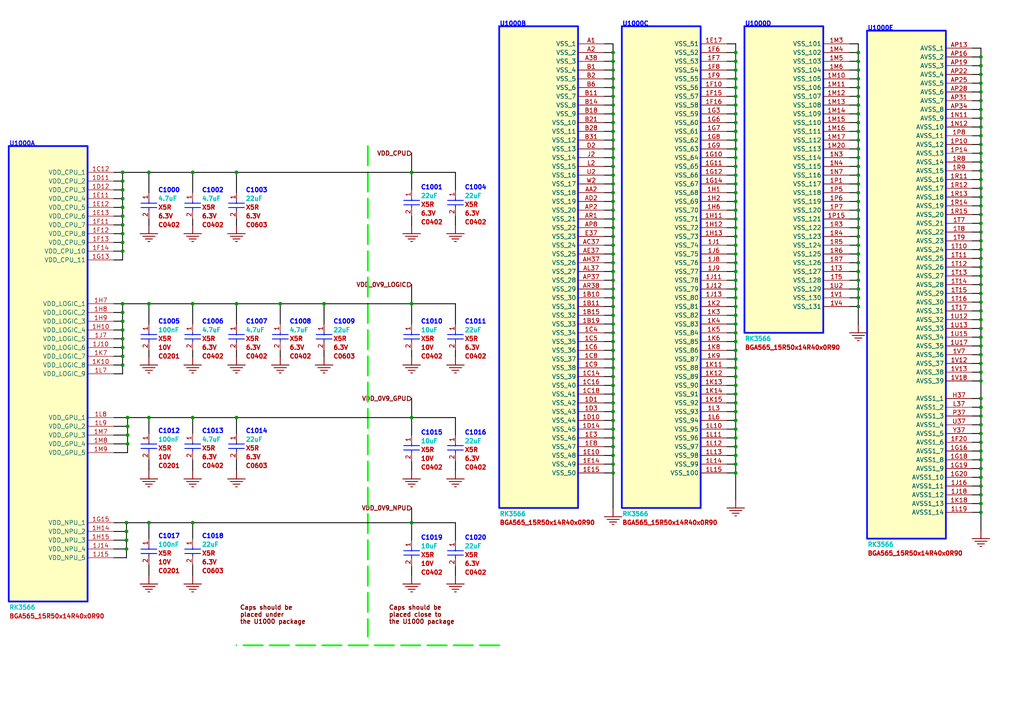
<source format=kicad_sch>
(kicad_sch (version 20231120) (generator "eeschema") (generator_version "8.0")
  (paper "User" 297.002 210.007)
  (lib_symbols
    (symbol "total-altium-import:10_0_CAP NP"
      (symbol "10_0_CAP NP_1_0"
        (pin passive line (at 2.54 2.54 270) (length 2.54) (name "1") (number "1"))
        (pin passive line (at 2.54 -5.08 90) (length 2.54) (name "2") (number "2"))
      )
    )
    (symbol "total-altium-import:10_0_SOC_RK3566"
      (symbol "10_0_SOC_RK3566_1_0"
        (pin passive line (at 30.48 -7.62 180) (length 7.62) (name "VDD_CPU_1") (number "1C12"))
        (pin passive line (at 30.48 -10.16 180) (length 7.62) (name "VDD_CPU_2") (number "1D11"))
        (pin passive line (at 30.48 -12.7 180) (length 7.62) (name "VDD_CPU_3") (number "1D12"))
        (pin passive line (at 30.48 -15.24 180) (length 7.62) (name "VDD_CPU_4") (number "1E11"))
        (pin passive line (at 30.48 -17.78 180) (length 7.62) (name "VDD_CPU_5") (number "1E12"))
        (pin passive line (at 30.48 -20.32 180) (length 7.62) (name "VDD_CPU_6") (number "1E13"))
        (pin passive line (at 30.48 -22.86 180) (length 7.62) (name "VDD_CPU_7") (number "1F11"))
        (pin passive line (at 30.48 -25.4 180) (length 7.62) (name "VDD_CPU_8") (number "1F12"))
        (pin passive line (at 30.48 -27.94 180) (length 7.62) (name "VDD_CPU_9") (number "1F13"))
        (pin passive line (at 30.48 -30.48 180) (length 7.62) (name "VDD_CPU_10") (number "1F14"))
        (pin passive line (at 30.48 -33.02 180) (length 7.62) (name "VDD_CPU_11") (number "1G13"))
        (pin passive line (at 30.48 -109.22 180) (length 7.62) (name "VDD_NPU_1") (number "1G15"))
        (pin passive line (at 30.48 -53.34 180) (length 7.62) (name "VDD_LOGIC_4") (number "1H10"))
        (pin passive line (at 30.48 -111.76 180) (length 7.62) (name "VDD_NPU_2") (number "1H14"))
        (pin passive line (at 30.48 -114.3 180) (length 7.62) (name "VDD_NPU_3") (number "1H15"))
        (pin passive line (at 30.48 -45.72 180) (length 7.62) (name "VDD_LOGIC_1") (number "1H7"))
        (pin passive line (at 30.48 -48.26 180) (length 7.62) (name "VDD_LOGIC_2") (number "1H8"))
        (pin passive line (at 30.48 -50.8 180) (length 7.62) (name "VDD_LOGIC_3") (number "1H9"))
        (pin passive line (at 30.48 -58.42 180) (length 7.62) (name "VDD_LOGIC_6") (number "1J10"))
        (pin passive line (at 30.48 -116.84 180) (length 7.62) (name "VDD_NPU_4") (number "1J14"))
        (pin passive line (at 30.48 -119.38 180) (length 7.62) (name "VDD_NPU_5") (number "1J15"))
        (pin passive line (at 30.48 -55.88 180) (length 7.62) (name "VDD_LOGIC_5") (number "1J7"))
        (pin passive line (at 30.48 -63.5 180) (length 7.62) (name "VDD_LOGIC_8") (number "1K10"))
        (pin passive line (at 30.48 -60.96 180) (length 7.62) (name "VDD_LOGIC_7") (number "1K7"))
        (pin passive line (at 30.48 -66.04 180) (length 7.62) (name "VDD_LOGIC_9") (number "1L7"))
        (pin passive line (at 30.48 -78.74 180) (length 7.62) (name "VDD_GPU_1") (number "1L8"))
        (pin passive line (at 30.48 -81.28 180) (length 7.62) (name "VDD_GPU_2") (number "1L9"))
        (pin passive line (at 30.48 -83.82 180) (length 7.62) (name "VDD_GPU_3") (number "1M7"))
        (pin passive line (at 30.48 -86.36 180) (length 7.62) (name "VDD_GPU_4") (number "1M8"))
        (pin passive line (at 30.48 -88.9 180) (length 7.62) (name "VDD_GPU_5") (number "1M9"))
      )
      (symbol "10_0_SOC_RK3566_2_0"
        (pin passive line (at 30.48 -78.74 180) (length 7.62) (name "VSS_30") (number "1B10"))
        (pin passive line (at 30.48 -81.28 180) (length 7.62) (name "VSS_31") (number "1B11"))
        (pin passive line (at 30.48 -83.82 180) (length 7.62) (name "VSS_32") (number "1B15"))
        (pin passive line (at 30.48 -86.36 180) (length 7.62) (name "VSS_33") (number "1B19"))
        (pin passive line (at 30.48 -101.6 180) (length 7.62) (name "VSS_39") (number "1C14"))
        (pin passive line (at 30.48 -104.14 180) (length 7.62) (name "VSS_40") (number "1C16"))
        (pin passive line (at 30.48 -106.68 180) (length 7.62) (name "VSS_41") (number "1C18"))
        (pin passive line (at 30.48 -88.9 180) (length 7.62) (name "VSS_34") (number "1C4"))
        (pin passive line (at 30.48 -91.44 180) (length 7.62) (name "VSS_35") (number "1C5"))
        (pin passive line (at 30.48 -93.98 180) (length 7.62) (name "VSS_36") (number "1C6"))
        (pin passive line (at 30.48 -96.52 180) (length 7.62) (name "VSS_37") (number "1C8"))
        (pin passive line (at 30.48 -99.06 180) (length 7.62) (name "VSS_38") (number "1C9"))
        (pin passive line (at 30.48 -109.22 180) (length 7.62) (name "VSS_42") (number "1D1"))
        (pin passive line (at 30.48 -114.3 180) (length 7.62) (name "VSS_44") (number "1D10"))
        (pin passive line (at 30.48 -116.84 180) (length 7.62) (name "VSS_45") (number "1D14"))
        (pin passive line (at 30.48 -111.76 180) (length 7.62) (name "VSS_43") (number "1D3"))
        (pin passive line (at 30.48 -124.46 180) (length 7.62) (name "VSS_48") (number "1E10"))
        (pin passive line (at 30.48 -127 180) (length 7.62) (name "VSS_49") (number "1E14"))
        (pin passive line (at 30.48 -129.54 180) (length 7.62) (name "VSS_50") (number "1E15"))
        (pin passive line (at 30.48 -119.38 180) (length 7.62) (name "VSS_46") (number "1E3"))
        (pin passive line (at 30.48 -121.92 180) (length 7.62) (name "VSS_47") (number "1E8"))
        (pin passive line (at 30.48 -5.08 180) (length 7.62) (name "VSS_1") (number "A1"))
        (pin passive line (at 30.48 -7.62 180) (length 7.62) (name "VSS_2") (number "A2"))
        (pin passive line (at 30.48 -10.16 180) (length 7.62) (name "VSS_3") (number "A38"))
        (pin passive line (at 30.48 -48.26 180) (length 7.62) (name "VSS_18") (number "AA2"))
        (pin passive line (at 30.48 -63.5 180) (length 7.62) (name "VSS_24") (number "AC37"))
        (pin passive line (at 30.48 -50.8 180) (length 7.62) (name "VSS_19") (number "AD2"))
        (pin passive line (at 30.48 -66.04 180) (length 7.62) (name "VSS_25") (number "AE37"))
        (pin passive line (at 30.48 -68.58 180) (length 7.62) (name "VSS_26") (number "AH37"))
        (pin passive line (at 30.48 -71.12 180) (length 7.62) (name "VSS_27") (number "AL37"))
        (pin passive line (at 30.48 -53.34 180) (length 7.62) (name "VSS_20") (number "AP2"))
        (pin passive line (at 30.48 -73.66 180) (length 7.62) (name "VSS_28") (number "AP37"))
        (pin passive line (at 30.48 -58.42 180) (length 7.62) (name "VSS_22") (number "AP8"))
        (pin passive line (at 30.48 -55.88 180) (length 7.62) (name "VSS_21") (number "AR1"))
        (pin passive line (at 30.48 -76.2 180) (length 7.62) (name "VSS_29") (number "AR38"))
        (pin passive line (at 30.48 -12.7 180) (length 7.62) (name "VSS_4") (number "B1"))
        (pin passive line (at 30.48 -20.32 180) (length 7.62) (name "VSS_7") (number "B11"))
        (pin passive line (at 30.48 -22.86 180) (length 7.62) (name "VSS_8") (number "B14"))
        (pin passive line (at 30.48 -25.4 180) (length 7.62) (name "VSS_9") (number "B18"))
        (pin passive line (at 30.48 -15.24 180) (length 7.62) (name "VSS_5") (number "B2"))
        (pin passive line (at 30.48 -27.94 180) (length 7.62) (name "VSS_10") (number "B21"))
        (pin passive line (at 30.48 -30.48 180) (length 7.62) (name "VSS_11") (number "B28"))
        (pin passive line (at 30.48 -33.02 180) (length 7.62) (name "VSS_12") (number "B31"))
        (pin passive line (at 30.48 -17.78 180) (length 7.62) (name "VSS_6") (number "B6"))
        (pin passive line (at 30.48 -35.56 180) (length 7.62) (name "VSS_13") (number "D2"))
        (pin passive line (at 30.48 -60.96 180) (length 7.62) (name "VSS_23") (number "E37"))
        (pin passive line (at 30.48 -38.1 180) (length 7.62) (name "VSS_14") (number "J2"))
        (pin passive line (at 30.48 -40.64 180) (length 7.62) (name "VSS_15") (number "L2"))
        (pin passive line (at 30.48 -43.18 180) (length 7.62) (name "VSS_16") (number "U2"))
        (pin passive line (at 30.48 -45.72 180) (length 7.62) (name "VSS_17") (number "W2"))
      )
      (symbol "10_0_SOC_RK3566_3_0"
        (pin passive line (at 30.48 -5.08 180) (length 7.62) (name "VSS_51") (number "1E17"))
        (pin passive line (at 30.48 -17.78 180) (length 7.62) (name "VSS_56") (number "1F10"))
        (pin passive line (at 30.48 -20.32 180) (length 7.62) (name "VSS_57") (number "1F15"))
        (pin passive line (at 30.48 -22.86 180) (length 7.62) (name "VSS_58") (number "1F16"))
        (pin passive line (at 30.48 -7.62 180) (length 7.62) (name "VSS_52") (number "1F6"))
        (pin passive line (at 30.48 -10.16 180) (length 7.62) (name "VSS_53") (number "1F7"))
        (pin passive line (at 30.48 -12.7 180) (length 7.62) (name "VSS_54") (number "1F8"))
        (pin passive line (at 30.48 -15.24 180) (length 7.62) (name "VSS_55") (number "1F9"))
        (pin passive line (at 30.48 -38.1 180) (length 7.62) (name "VSS_64") (number "1G10"))
        (pin passive line (at 30.48 -40.64 180) (length 7.62) (name "VSS_65") (number "1G11"))
        (pin passive line (at 30.48 -43.18 180) (length 7.62) (name "VSS_66") (number "1G12"))
        (pin passive line (at 30.48 -45.72 180) (length 7.62) (name "VSS_67") (number "1G14"))
        (pin passive line (at 30.48 -25.4 180) (length 7.62) (name "VSS_59") (number "1G3"))
        (pin passive line (at 30.48 -27.94 180) (length 7.62) (name "VSS_60") (number "1G6"))
        (pin passive line (at 30.48 -30.48 180) (length 7.62) (name "VSS_61") (number "1G7"))
        (pin passive line (at 30.48 -33.02 180) (length 7.62) (name "VSS_62") (number "1G8"))
        (pin passive line (at 30.48 -35.56 180) (length 7.62) (name "VSS_63") (number "1G9"))
        (pin passive line (at 30.48 -48.26 180) (length 7.62) (name "VSS_68") (number "1H1"))
        (pin passive line (at 30.48 -55.88 180) (length 7.62) (name "VSS_71") (number "1H11"))
        (pin passive line (at 30.48 -58.42 180) (length 7.62) (name "VSS_72") (number "1H12"))
        (pin passive line (at 30.48 -60.96 180) (length 7.62) (name "VSS_73") (number "1H13"))
        (pin passive line (at 30.48 -50.8 180) (length 7.62) (name "VSS_69") (number "1H2"))
        (pin passive line (at 30.48 -53.34 180) (length 7.62) (name "VSS_70") (number "1H6"))
        (pin passive line (at 30.48 -63.5 180) (length 7.62) (name "VSS_74") (number "1J1"))
        (pin passive line (at 30.48 -73.66 180) (length 7.62) (name "VSS_78") (number "1J11"))
        (pin passive line (at 30.48 -76.2 180) (length 7.62) (name "VSS_79") (number "1J12"))
        (pin passive line (at 30.48 -78.74 180) (length 7.62) (name "VSS_80") (number "1J13"))
        (pin passive line (at 30.48 -66.04 180) (length 7.62) (name "VSS_75") (number "1J6"))
        (pin passive line (at 30.48 -68.58 180) (length 7.62) (name "VSS_76") (number "1J8"))
        (pin passive line (at 30.48 -71.12 180) (length 7.62) (name "VSS_77") (number "1J9"))
        (pin passive line (at 30.48 -99.06 180) (length 7.62) (name "VSS_88") (number "1K11"))
        (pin passive line (at 30.48 -101.6 180) (length 7.62) (name "VSS_89") (number "1K12"))
        (pin passive line (at 30.48 -104.14 180) (length 7.62) (name "VSS_90") (number "1K13"))
        (pin passive line (at 30.48 -106.68 180) (length 7.62) (name "VSS_91") (number "1K14"))
        (pin passive line (at 30.48 -109.22 180) (length 7.62) (name "VSS_92") (number "1K15"))
        (pin passive line (at 30.48 -81.28 180) (length 7.62) (name "VSS_81") (number "1K2"))
        (pin passive line (at 30.48 -83.82 180) (length 7.62) (name "VSS_82") (number "1K3"))
        (pin passive line (at 30.48 -86.36 180) (length 7.62) (name "VSS_83") (number "1K4"))
        (pin passive line (at 30.48 -88.9 180) (length 7.62) (name "VSS_84") (number "1K5"))
        (pin passive line (at 30.48 -91.44 180) (length 7.62) (name "VSS_85") (number "1K6"))
        (pin passive line (at 30.48 -93.98 180) (length 7.62) (name "VSS_86") (number "1K8"))
        (pin passive line (at 30.48 -96.52 180) (length 7.62) (name "VSS_87") (number "1K9"))
        (pin passive line (at 30.48 -116.84 180) (length 7.62) (name "VSS_95") (number "1L10"))
        (pin passive line (at 30.48 -119.38 180) (length 7.62) (name "VSS_96") (number "1L11"))
        (pin passive line (at 30.48 -121.92 180) (length 7.62) (name "VSS_97") (number "1L12"))
        (pin passive line (at 30.48 -124.46 180) (length 7.62) (name "VSS_98") (number "1L13"))
        (pin passive line (at 30.48 -127 180) (length 7.62) (name "VSS_99") (number "1L14"))
        (pin passive line (at 30.48 -129.54 180) (length 7.62) (name "VSS_100") (number "1L15"))
        (pin passive line (at 30.48 -111.76 180) (length 7.62) (name "VSS_93") (number "1L3"))
        (pin passive line (at 30.48 -114.3 180) (length 7.62) (name "VSS_94") (number "1L6"))
      )
      (symbol "10_0_SOC_RK3566_4_0"
        (pin passive line (at 30.48 -15.24 180) (length 7.62) (name "VSS_105") (number "1M10"))
        (pin passive line (at 30.48 -17.78 180) (length 7.62) (name "VSS_106") (number "1M11"))
        (pin passive line (at 30.48 -20.32 180) (length 7.62) (name "VSS_107") (number "1M12"))
        (pin passive line (at 30.48 -22.86 180) (length 7.62) (name "VSS_108") (number "1M13"))
        (pin passive line (at 30.48 -25.4 180) (length 7.62) (name "VSS_109") (number "1M14"))
        (pin passive line (at 30.48 -27.94 180) (length 7.62) (name "VSS_110") (number "1M15"))
        (pin passive line (at 30.48 -30.48 180) (length 7.62) (name "VSS_111") (number "1M16"))
        (pin passive line (at 30.48 -33.02 180) (length 7.62) (name "VSS_112") (number "1M17"))
        (pin passive line (at 30.48 -35.56 180) (length 7.62) (name "VSS_113") (number "1M20"))
        (pin passive line (at 30.48 -5.08 180) (length 7.62) (name "VSS_101") (number "1M3"))
        (pin passive line (at 30.48 -7.62 180) (length 7.62) (name "VSS_102") (number "1M4"))
        (pin passive line (at 30.48 -10.16 180) (length 7.62) (name "VSS_103") (number "1M5"))
        (pin passive line (at 30.48 -12.7 180) (length 7.62) (name "VSS_104") (number "1M6"))
        (pin passive line (at 30.48 -38.1 180) (length 7.62) (name "VSS_114") (number "1N3"))
        (pin passive line (at 30.48 -40.64 180) (length 7.62) (name "VSS_115") (number "1N4"))
        (pin passive line (at 30.48 -43.18 180) (length 7.62) (name "VSS_116") (number "1N7"))
        (pin passive line (at 30.48 -45.72 180) (length 7.62) (name "VSS_117") (number "1P1"))
        (pin passive line (at 30.48 -55.88 180) (length 7.62) (name "VSS_121") (number "1P15"))
        (pin passive line (at 30.48 -48.26 180) (length 7.62) (name "VSS_118") (number "1P5"))
        (pin passive line (at 30.48 -50.8 180) (length 7.62) (name "VSS_119") (number "1P6"))
        (pin passive line (at 30.48 -53.34 180) (length 7.62) (name "VSS_120") (number "1P7"))
        (pin passive line (at 30.48 -58.42 180) (length 7.62) (name "VSS_122") (number "1R3"))
        (pin passive line (at 30.48 -60.96 180) (length 7.62) (name "VSS_123") (number "1R4"))
        (pin passive line (at 30.48 -63.5 180) (length 7.62) (name "VSS_124") (number "1R5"))
        (pin passive line (at 30.48 -66.04 180) (length 7.62) (name "VSS_125") (number "1R6"))
        (pin passive line (at 30.48 -68.58 180) (length 7.62) (name "VSS_126") (number "1R7"))
        (pin passive line (at 30.48 -71.12 180) (length 7.62) (name "VSS_127") (number "1T3"))
        (pin passive line (at 30.48 -73.66 180) (length 7.62) (name "VSS_128") (number "1T5"))
        (pin passive line (at 30.48 -76.2 180) (length 7.62) (name "VSS_129") (number "1U2"))
        (pin passive line (at 30.48 -78.74 180) (length 7.62) (name "VSS_130") (number "1V1"))
        (pin passive line (at 30.48 -81.28 180) (length 7.62) (name "VSS_131") (number "1V4"))
      )
      (symbol "10_0_SOC_RK3566_5_0"
        (pin passive line (at 30.48 -119.38 180) (length 7.62) (name "AVSS1_6") (number "1F20"))
        (pin passive line (at 30.48 -121.92 180) (length 7.62) (name "AVSS1_7") (number "1G16"))
        (pin passive line (at 30.48 -124.46 180) (length 7.62) (name "AVSS1_8") (number "1G18"))
        (pin passive line (at 30.48 -127 180) (length 7.62) (name "AVSS1_9") (number "1G19"))
        (pin passive line (at 30.48 -129.54 180) (length 7.62) (name "AVSS1_10") (number "1G20"))
        (pin passive line (at 30.48 -132.08 180) (length 7.62) (name "AVSS1_11") (number "1J16"))
        (pin passive line (at 30.48 -134.62 180) (length 7.62) (name "AVSS1_12") (number "1J18"))
        (pin passive line (at 30.48 -137.16 180) (length 7.62) (name "AVSS1_13") (number "1K18"))
        (pin passive line (at 30.48 -139.7 180) (length 7.62) (name "AVSS1_14") (number "1L19"))
        (pin passive line (at 30.48 -25.4 180) (length 7.62) (name "AVSS_9") (number "1N11"))
        (pin passive line (at 30.48 -27.94 180) (length 7.62) (name "AVSS_10") (number "1N12"))
        (pin passive line (at 30.48 -33.02 180) (length 7.62) (name "AVSS_12") (number "1P10"))
        (pin passive line (at 30.48 -35.56 180) (length 7.62) (name "AVSS_13") (number "1P14"))
        (pin passive line (at 30.48 -30.48 180) (length 7.62) (name "AVSS_11") (number "1P8"))
        (pin passive line (at 30.48 -43.18 180) (length 7.62) (name "AVSS_16") (number "1R11"))
        (pin passive line (at 30.48 -45.72 180) (length 7.62) (name "AVSS_17") (number "1R12"))
        (pin passive line (at 30.48 -48.26 180) (length 7.62) (name "AVSS_18") (number "1R13"))
        (pin passive line (at 30.48 -50.8 180) (length 7.62) (name "AVSS_19") (number "1R14"))
        (pin passive line (at 30.48 -53.34 180) (length 7.62) (name "AVSS_20") (number "1R15"))
        (pin passive line (at 30.48 -38.1 180) (length 7.62) (name "AVSS_14") (number "1R8"))
        (pin passive line (at 30.48 -40.64 180) (length 7.62) (name "AVSS_15") (number "1R9"))
        (pin passive line (at 30.48 -63.5 180) (length 7.62) (name "AVSS_24") (number "1T10"))
        (pin passive line (at 30.48 -66.04 180) (length 7.62) (name "AVSS_25") (number "1T11"))
        (pin passive line (at 30.48 -68.58 180) (length 7.62) (name "AVSS_26") (number "1T12"))
        (pin passive line (at 30.48 -71.12 180) (length 7.62) (name "AVSS_27") (number "1T13"))
        (pin passive line (at 30.48 -73.66 180) (length 7.62) (name "AVSS_28") (number "1T14"))
        (pin passive line (at 30.48 -76.2 180) (length 7.62) (name "AVSS_29") (number "1T15"))
        (pin passive line (at 30.48 -78.74 180) (length 7.62) (name "AVSS_30") (number "1T16"))
        (pin passive line (at 30.48 -81.28 180) (length 7.62) (name "AVSS_31") (number "1T17"))
        (pin passive line (at 30.48 -55.88 180) (length 7.62) (name "AVSS_21") (number "1T7"))
        (pin passive line (at 30.48 -58.42 180) (length 7.62) (name "AVSS_22") (number "1T8"))
        (pin passive line (at 30.48 -60.96 180) (length 7.62) (name "AVSS_23") (number "1T9"))
        (pin passive line (at 30.48 -83.82 180) (length 7.62) (name "AVSS_32") (number "1U12"))
        (pin passive line (at 30.48 -86.36 180) (length 7.62) (name "AVSS_33") (number "1U13"))
        (pin passive line (at 30.48 -88.9 180) (length 7.62) (name "AVSS_34") (number "1U15"))
        (pin passive line (at 30.48 -91.44 180) (length 7.62) (name "AVSS_35") (number "1U17"))
        (pin passive line (at 30.48 -96.52 180) (length 7.62) (name "AVSS_37") (number "1V12"))
        (pin passive line (at 30.48 -99.06 180) (length 7.62) (name "AVSS_38") (number "1V13"))
        (pin passive line (at 30.48 -101.6 180) (length 7.62) (name "AVSS_39") (number "1V18"))
        (pin passive line (at 30.48 -93.98 180) (length 7.62) (name "AVSS_36") (number "1V7"))
        (pin passive line (at 30.48 -5.08 180) (length 7.62) (name "AVSS_1") (number "AP13"))
        (pin passive line (at 30.48 -7.62 180) (length 7.62) (name "AVSS_2") (number "AP16"))
        (pin passive line (at 30.48 -10.16 180) (length 7.62) (name "AVSS_3") (number "AP19"))
        (pin passive line (at 30.48 -12.7 180) (length 7.62) (name "AVSS_4") (number "AP22"))
        (pin passive line (at 30.48 -15.24 180) (length 7.62) (name "AVSS_5") (number "AP25"))
        (pin passive line (at 30.48 -17.78 180) (length 7.62) (name "AVSS_6") (number "AP28"))
        (pin passive line (at 30.48 -20.32 180) (length 7.62) (name "AVSS_7") (number "AP31"))
        (pin passive line (at 30.48 -22.86 180) (length 7.62) (name "AVSS_8") (number "AP34"))
        (pin passive line (at 30.48 -106.68 180) (length 7.62) (name "AVSS1_1") (number "H37"))
        (pin passive line (at 30.48 -109.22 180) (length 7.62) (name "AVSS1_2") (number "L37"))
        (pin passive line (at 30.48 -111.76 180) (length 7.62) (name "AVSS1_3") (number "P37"))
        (pin passive line (at 30.48 -114.3 180) (length 7.62) (name "AVSS1_4") (number "U37"))
        (pin passive line (at 30.48 -116.84 180) (length 7.62) (name "AVSS1_5") (number "Y37"))
      )
      (symbol "10_0_SOC_RK3566_6_0"
        (text "---" (at 133.096 -13.462 0) (effects (font (size 0.889 0.889)) (justify left bottom)))
        (text "---" (at 178.816 -104.902 0) (effects (font (size 0.889 0.889)) (justify left bottom)))
        (text "---" (at 178.816 -76.962 0) (effects (font (size 0.889 0.889)) (justify left bottom)))
        (text "---" (at 178.816 -74.422 0) (effects (font (size 0.889 0.889)) (justify left bottom)))
        (text "---" (at 178.816 -66.802 0) (effects (font (size 0.889 0.889)) (justify left bottom)))
        (text "---" (at 178.816 -64.262 0) (effects (font (size 0.889 0.889)) (justify left bottom)))
        (text "---" (at 178.816 -56.642 0) (effects (font (size 0.889 0.889)) (justify left bottom)))
        (text "---" (at 178.816 -49.022 0) (effects (font (size 0.889 0.889)) (justify left bottom)))
        (text "---" (at 178.816 -41.402 0) (effects (font (size 0.889 0.889)) (justify left bottom)))
        (text "---" (at 178.816 -38.862 0) (effects (font (size 0.889 0.889)) (justify left bottom)))
        (text "---" (at 178.816 -31.242 0) (effects (font (size 0.889 0.889)) (justify left bottom)))
        (text "---" (at 178.816 -18.542 0) (effects (font (size 0.889 0.889)) (justify left bottom)))
        (text "---" (at 178.816 -13.462 0) (effects (font (size 0.889 0.889)) (justify left bottom)))
        (text "---" (at 178.816 -10.922 0) (effects (font (size 0.889 0.889)) (justify left bottom)))
        (text "/" (at 17.78 -155.702 0) (effects (font (size 0.889 0.889)) (justify left bottom)))
        (text "/" (at 17.78 -153.162 0) (effects (font (size 0.889 0.889)) (justify left bottom)))
        (text "/" (at 17.78 -148.082 0) (effects (font (size 0.889 0.889)) (justify left bottom)))
        (text "/" (at 17.78 -143.002 0) (effects (font (size 0.889 0.889)) (justify left bottom)))
        (text "/" (at 17.78 -140.462 0) (effects (font (size 0.889 0.889)) (justify left bottom)))
        (text "/" (at 17.78 -137.922 0) (effects (font (size 0.889 0.889)) (justify left bottom)))
        (text "/" (at 17.78 -135.382 0) (effects (font (size 0.889 0.889)) (justify left bottom)))
        (text "/" (at 17.78 -132.842 0) (effects (font (size 0.889 0.889)) (justify left bottom)))
        (text "/" (at 17.78 -130.302 0) (effects (font (size 0.889 0.889)) (justify left bottom)))
        (text "/" (at 17.78 -127.762 0) (effects (font (size 0.889 0.889)) (justify left bottom)))
        (text "/" (at 17.78 -125.222 0) (effects (font (size 0.889 0.889)) (justify left bottom)))
        (text "/" (at 17.78 -117.602 0) (effects (font (size 0.889 0.889)) (justify left bottom)))
        (text "/" (at 17.78 -115.062 0) (effects (font (size 0.889 0.889)) (justify left bottom)))
        (text "/" (at 17.78 -109.982 0) (effects (font (size 0.889 0.889)) (justify left bottom)))
        (text "/" (at 17.78 -104.902 0) (effects (font (size 0.889 0.889)) (justify left bottom)))
        (text "/" (at 17.78 -102.362 0) (effects (font (size 0.889 0.889)) (justify left bottom)))
        (text "/" (at 17.78 -99.822 0) (effects (font (size 0.889 0.889)) (justify left bottom)))
        (text "/" (at 17.78 -97.282 0) (effects (font (size 0.889 0.889)) (justify left bottom)))
        (text "/" (at 17.78 -94.742 0) (effects (font (size 0.889 0.889)) (justify left bottom)))
        (text "/" (at 17.78 -92.202 0) (effects (font (size 0.889 0.889)) (justify left bottom)))
        (text "/" (at 17.78 -89.662 0) (effects (font (size 0.889 0.889)) (justify left bottom)))
        (text "/" (at 17.78 -87.122 0) (effects (font (size 0.889 0.889)) (justify left bottom)))
        (text "/" (at 17.78 -79.502 0) (effects (font (size 0.889 0.889)) (justify left bottom)))
        (text "/" (at 17.78 -76.962 0) (effects (font (size 0.889 0.889)) (justify left bottom)))
        (text "/" (at 17.78 -71.882 0) (effects (font (size 0.889 0.889)) (justify left bottom)))
        (text "/" (at 17.78 -66.802 0) (effects (font (size 0.889 0.889)) (justify left bottom)))
        (text "/" (at 17.78 -64.262 0) (effects (font (size 0.889 0.889)) (justify left bottom)))
        (text "/" (at 17.78 -61.722 0) (effects (font (size 0.889 0.889)) (justify left bottom)))
        (text "/" (at 17.78 -59.182 0) (effects (font (size 0.889 0.889)) (justify left bottom)))
        (text "/" (at 17.78 -56.642 0) (effects (font (size 0.889 0.889)) (justify left bottom)))
        (text "/" (at 17.78 -54.102 0) (effects (font (size 0.889 0.889)) (justify left bottom)))
        (text "/" (at 17.78 -51.562 0) (effects (font (size 0.889 0.889)) (justify left bottom)))
        (text "/" (at 17.78 -49.022 0) (effects (font (size 0.889 0.889)) (justify left bottom)))
        (text "/" (at 17.78 -41.402 0) (effects (font (size 0.889 0.889)) (justify left bottom)))
        (text "/" (at 17.78 -38.862 0) (effects (font (size 0.889 0.889)) (justify left bottom)))
        (text "/" (at 17.78 -33.782 0) (effects (font (size 0.889 0.889)) (justify left bottom)))
        (text "/" (at 17.78 -28.702 0) (effects (font (size 0.889 0.889)) (justify left bottom)))
        (text "/" (at 17.78 -26.162 0) (effects (font (size 0.889 0.889)) (justify left bottom)))
        (text "/" (at 17.78 -23.622 0) (effects (font (size 0.889 0.889)) (justify left bottom)))
        (text "/" (at 17.78 -21.082 0) (effects (font (size 0.889 0.889)) (justify left bottom)))
        (text "/" (at 17.78 -18.542 0) (effects (font (size 0.889 0.889)) (justify left bottom)))
        (text "/" (at 17.78 -16.002 0) (effects (font (size 0.889 0.889)) (justify left bottom)))
        (text "/" (at 17.78 -13.462 0) (effects (font (size 0.889 0.889)) (justify left bottom)))
        (text "/" (at 17.78 -10.922 0) (effects (font (size 0.889 0.889)) (justify left bottom)))
        (text "/" (at 40.64 -155.702 0) (effects (font (size 0.889 0.889)) (justify left bottom)))
        (text "/" (at 40.64 -153.162 0) (effects (font (size 0.889 0.889)) (justify left bottom)))
        (text "/" (at 40.64 -148.082 0) (effects (font (size 0.889 0.889)) (justify left bottom)))
        (text "/" (at 40.64 -143.002 0) (effects (font (size 0.889 0.889)) (justify left bottom)))
        (text "/" (at 40.64 -140.462 0) (effects (font (size 0.889 0.889)) (justify left bottom)))
        (text "/" (at 40.64 -137.922 0) (effects (font (size 0.889 0.889)) (justify left bottom)))
        (text "/" (at 40.64 -135.382 0) (effects (font (size 0.889 0.889)) (justify left bottom)))
        (text "/" (at 40.64 -132.842 0) (effects (font (size 0.889 0.889)) (justify left bottom)))
        (text "/" (at 40.64 -130.302 0) (effects (font (size 0.889 0.889)) (justify left bottom)))
        (text "/" (at 40.64 -127.762 0) (effects (font (size 0.889 0.889)) (justify left bottom)))
        (text "/" (at 40.64 -125.222 0) (effects (font (size 0.889 0.889)) (justify left bottom)))
        (text "/" (at 40.64 -117.602 0) (effects (font (size 0.889 0.889)) (justify left bottom)))
        (text "/" (at 40.64 -115.062 0) (effects (font (size 0.889 0.889)) (justify left bottom)))
        (text "/" (at 40.64 -109.982 0) (effects (font (size 0.889 0.889)) (justify left bottom)))
        (text "/" (at 40.64 -104.902 0) (effects (font (size 0.889 0.889)) (justify left bottom)))
        (text "/" (at 40.64 -102.362 0) (effects (font (size 0.889 0.889)) (justify left bottom)))
        (text "/" (at 40.64 -99.822 0) (effects (font (size 0.889 0.889)) (justify left bottom)))
        (text "/" (at 40.64 -97.282 0) (effects (font (size 0.889 0.889)) (justify left bottom)))
        (text "/" (at 40.64 -94.742 0) (effects (font (size 0.889 0.889)) (justify left bottom)))
        (text "/" (at 40.64 -92.202 0) (effects (font (size 0.889 0.889)) (justify left bottom)))
        (text "/" (at 40.64 -89.662 0) (effects (font (size 0.889 0.889)) (justify left bottom)))
        (text "/" (at 40.64 -87.122 0) (effects (font (size 0.889 0.889)) (justify left bottom)))
        (text "/" (at 40.64 -79.502 0) (effects (font (size 0.889 0.889)) (justify left bottom)))
        (text "/" (at 40.64 -76.962 0) (effects (font (size 0.889 0.889)) (justify left bottom)))
        (text "/" (at 40.64 -71.882 0) (effects (font (size 0.889 0.889)) (justify left bottom)))
        (text "/" (at 40.64 -66.802 0) (effects (font (size 0.889 0.889)) (justify left bottom)))
        (text "/" (at 40.64 -64.262 0) (effects (font (size 0.889 0.889)) (justify left bottom)))
        (text "/" (at 40.64 -61.722 0) (effects (font (size 0.889 0.889)) (justify left bottom)))
        (text "/" (at 40.64 -59.182 0) (effects (font (size 0.889 0.889)) (justify left bottom)))
        (text "/" (at 40.64 -56.642 0) (effects (font (size 0.889 0.889)) (justify left bottom)))
        (text "/" (at 40.64 -54.102 0) (effects (font (size 0.889 0.889)) (justify left bottom)))
        (text "/" (at 40.64 -51.562 0) (effects (font (size 0.889 0.889)) (justify left bottom)))
        (text "/" (at 40.64 -49.022 0) (effects (font (size 0.889 0.889)) (justify left bottom)))
        (text "/" (at 40.64 -41.402 0) (effects (font (size 0.889 0.889)) (justify left bottom)))
        (text "/" (at 40.64 -38.862 0) (effects (font (size 0.889 0.889)) (justify left bottom)))
        (text "/" (at 40.64 -33.782 0) (effects (font (size 0.889 0.889)) (justify left bottom)))
        (text "/" (at 40.64 -28.702 0) (effects (font (size 0.889 0.889)) (justify left bottom)))
        (text "/" (at 40.64 -26.162 0) (effects (font (size 0.889 0.889)) (justify left bottom)))
        (text "/" (at 40.64 -23.622 0) (effects (font (size 0.889 0.889)) (justify left bottom)))
        (text "/" (at 40.64 -21.082 0) (effects (font (size 0.889 0.889)) (justify left bottom)))
        (text "/" (at 40.64 -18.542 0) (effects (font (size 0.889 0.889)) (justify left bottom)))
        (text "/" (at 40.64 -16.002 0) (effects (font (size 0.889 0.889)) (justify left bottom)))
        (text "/" (at 40.64 -13.462 0) (effects (font (size 0.889 0.889)) (justify left bottom)))
        (text "/" (at 40.64 -10.922 0) (effects (font (size 0.889 0.889)) (justify left bottom)))
        (text "/" (at 63.5 -155.702 0) (effects (font (size 0.889 0.889)) (justify left bottom)))
        (text "/" (at 63.5 -153.162 0) (effects (font (size 0.889 0.889)) (justify left bottom)))
        (text "/" (at 63.5 -148.082 0) (effects (font (size 0.889 0.889)) (justify left bottom)))
        (text "/" (at 63.5 -143.002 0) (effects (font (size 0.889 0.889)) (justify left bottom)))
        (text "/" (at 63.5 -140.462 0) (effects (font (size 0.889 0.889)) (justify left bottom)))
        (text "/" (at 63.5 -137.922 0) (effects (font (size 0.889 0.889)) (justify left bottom)))
        (text "/" (at 63.5 -135.382 0) (effects (font (size 0.889 0.889)) (justify left bottom)))
        (text "/" (at 63.5 -132.842 0) (effects (font (size 0.889 0.889)) (justify left bottom)))
        (text "/" (at 63.5 -130.302 0) (effects (font (size 0.889 0.889)) (justify left bottom)))
        (text "/" (at 63.5 -127.762 0) (effects (font (size 0.889 0.889)) (justify left bottom)))
        (text "/" (at 63.5 -125.222 0) (effects (font (size 0.889 0.889)) (justify left bottom)))
        (text "/" (at 63.5 -117.602 0) (effects (font (size 0.889 0.889)) (justify left bottom)))
        (text "/" (at 63.5 -115.062 0) (effects (font (size 0.889 0.889)) (justify left bottom)))
        (text "/" (at 63.5 -109.982 0) (effects (font (size 0.889 0.889)) (justify left bottom)))
        (text "/" (at 63.5 -104.902 0) (effects (font (size 0.889 0.889)) (justify left bottom)))
        (text "/" (at 63.5 -102.362 0) (effects (font (size 0.889 0.889)) (justify left bottom)))
        (text "/" (at 63.5 -99.822 0) (effects (font (size 0.889 0.889)) (justify left bottom)))
        (text "/" (at 63.5 -97.282 0) (effects (font (size 0.889 0.889)) (justify left bottom)))
        (text "/" (at 63.5 -94.742 0) (effects (font (size 0.889 0.889)) (justify left bottom)))
        (text "/" (at 63.5 -92.202 0) (effects (font (size 0.889 0.889)) (justify left bottom)))
        (text "/" (at 63.5 -89.662 0) (effects (font (size 0.889 0.889)) (justify left bottom)))
        (text "/" (at 63.5 -87.122 0) (effects (font (size 0.889 0.889)) (justify left bottom)))
        (text "/" (at 63.5 -79.502 0) (effects (font (size 0.889 0.889)) (justify left bottom)))
        (text "/" (at 63.5 -76.962 0) (effects (font (size 0.889 0.889)) (justify left bottom)))
        (text "/" (at 63.5 -71.882 0) (effects (font (size 0.889 0.889)) (justify left bottom)))
        (text "/" (at 63.5 -66.802 0) (effects (font (size 0.889 0.889)) (justify left bottom)))
        (text "/" (at 63.5 -64.262 0) (effects (font (size 0.889 0.889)) (justify left bottom)))
        (text "/" (at 63.5 -61.722 0) (effects (font (size 0.889 0.889)) (justify left bottom)))
        (text "/" (at 63.5 -59.182 0) (effects (font (size 0.889 0.889)) (justify left bottom)))
        (text "/" (at 63.5 -56.642 0) (effects (font (size 0.889 0.889)) (justify left bottom)))
        (text "/" (at 63.5 -54.102 0) (effects (font (size 0.889 0.889)) (justify left bottom)))
        (text "/" (at 63.5 -51.562 0) (effects (font (size 0.889 0.889)) (justify left bottom)))
        (text "/" (at 63.5 -49.022 0) (effects (font (size 0.889 0.889)) (justify left bottom)))
        (text "/" (at 63.5 -41.402 0) (effects (font (size 0.889 0.889)) (justify left bottom)))
        (text "/" (at 63.5 -38.862 0) (effects (font (size 0.889 0.889)) (justify left bottom)))
        (text "/" (at 63.5 -33.782 0) (effects (font (size 0.889 0.889)) (justify left bottom)))
        (text "/" (at 63.5 -28.702 0) (effects (font (size 0.889 0.889)) (justify left bottom)))
        (text "/" (at 63.5 -26.162 0) (effects (font (size 0.889 0.889)) (justify left bottom)))
        (text "/" (at 63.5 -23.622 0) (effects (font (size 0.889 0.889)) (justify left bottom)))
        (text "/" (at 63.5 -21.082 0) (effects (font (size 0.889 0.889)) (justify left bottom)))
        (text "/" (at 63.5 -18.542 0) (effects (font (size 0.889 0.889)) (justify left bottom)))
        (text "/" (at 63.5 -16.002 0) (effects (font (size 0.889 0.889)) (justify left bottom)))
        (text "/" (at 63.5 -13.462 0) (effects (font (size 0.889 0.889)) (justify left bottom)))
        (text "/" (at 63.5 -10.922 0) (effects (font (size 0.889 0.889)) (justify left bottom)))
        (text "/" (at 81.28 -155.702 0) (effects (font (size 0.889 0.889)) (justify left bottom)))
        (text "/" (at 81.28 -153.162 0) (effects (font (size 0.889 0.889)) (justify left bottom)))
        (text "/" (at 81.28 -148.082 0) (effects (font (size 0.889 0.889)) (justify left bottom)))
        (text "/" (at 81.28 -143.002 0) (effects (font (size 0.889 0.889)) (justify left bottom)))
        (text "/" (at 81.28 -140.462 0) (effects (font (size 0.889 0.889)) (justify left bottom)))
        (text "/" (at 81.28 -137.922 0) (effects (font (size 0.889 0.889)) (justify left bottom)))
        (text "/" (at 81.28 -135.382 0) (effects (font (size 0.889 0.889)) (justify left bottom)))
        (text "/" (at 81.28 -132.842 0) (effects (font (size 0.889 0.889)) (justify left bottom)))
        (text "/" (at 81.28 -130.302 0) (effects (font (size 0.889 0.889)) (justify left bottom)))
        (text "/" (at 81.28 -127.762 0) (effects (font (size 0.889 0.889)) (justify left bottom)))
        (text "/" (at 81.28 -125.222 0) (effects (font (size 0.889 0.889)) (justify left bottom)))
        (text "/" (at 81.28 -117.602 0) (effects (font (size 0.889 0.889)) (justify left bottom)))
        (text "/" (at 81.28 -115.062 0) (effects (font (size 0.889 0.889)) (justify left bottom)))
        (text "/" (at 81.28 -109.982 0) (effects (font (size 0.889 0.889)) (justify left bottom)))
        (text "/" (at 81.28 -104.902 0) (effects (font (size 0.889 0.889)) (justify left bottom)))
        (text "/" (at 81.28 -102.362 0) (effects (font (size 0.889 0.889)) (justify left bottom)))
        (text "/" (at 81.28 -99.822 0) (effects (font (size 0.889 0.889)) (justify left bottom)))
        (text "/" (at 81.28 -97.282 0) (effects (font (size 0.889 0.889)) (justify left bottom)))
        (text "/" (at 81.28 -94.742 0) (effects (font (size 0.889 0.889)) (justify left bottom)))
        (text "/" (at 81.28 -92.202 0) (effects (font (size 0.889 0.889)) (justify left bottom)))
        (text "/" (at 81.28 -89.662 0) (effects (font (size 0.889 0.889)) (justify left bottom)))
        (text "/" (at 81.28 -87.122 0) (effects (font (size 0.889 0.889)) (justify left bottom)))
        (text "/" (at 81.28 -79.502 0) (effects (font (size 0.889 0.889)) (justify left bottom)))
        (text "/" (at 81.28 -76.962 0) (effects (font (size 0.889 0.889)) (justify left bottom)))
        (text "/" (at 81.28 -71.882 0) (effects (font (size 0.889 0.889)) (justify left bottom)))
        (text "/" (at 81.28 -66.802 0) (effects (font (size 0.889 0.889)) (justify left bottom)))
        (text "/" (at 81.28 -64.262 0) (effects (font (size 0.889 0.889)) (justify left bottom)))
        (text "/" (at 81.28 -61.722 0) (effects (font (size 0.889 0.889)) (justify left bottom)))
        (text "/" (at 81.28 -59.182 0) (effects (font (size 0.889 0.889)) (justify left bottom)))
        (text "/" (at 81.28 -56.642 0) (effects (font (size 0.889 0.889)) (justify left bottom)))
        (text "/" (at 81.28 -54.102 0) (effects (font (size 0.889 0.889)) (justify left bottom)))
        (text "/" (at 81.28 -51.562 0) (effects (font (size 0.889 0.889)) (justify left bottom)))
        (text "/" (at 81.28 -49.022 0) (effects (font (size 0.889 0.889)) (justify left bottom)))
        (text "/" (at 81.28 -41.402 0) (effects (font (size 0.889 0.889)) (justify left bottom)))
        (text "/" (at 81.28 -38.862 0) (effects (font (size 0.889 0.889)) (justify left bottom)))
        (text "/" (at 81.28 -33.782 0) (effects (font (size 0.889 0.889)) (justify left bottom)))
        (text "/" (at 81.28 -28.702 0) (effects (font (size 0.889 0.889)) (justify left bottom)))
        (text "/" (at 81.28 -26.162 0) (effects (font (size 0.889 0.889)) (justify left bottom)))
        (text "/" (at 81.28 -23.622 0) (effects (font (size 0.889 0.889)) (justify left bottom)))
        (text "/" (at 81.28 -21.082 0) (effects (font (size 0.889 0.889)) (justify left bottom)))
        (text "/" (at 81.28 -18.542 0) (effects (font (size 0.889 0.889)) (justify left bottom)))
        (text "/" (at 81.28 -16.002 0) (effects (font (size 0.889 0.889)) (justify left bottom)))
        (text "/" (at 81.28 -13.462 0) (effects (font (size 0.889 0.889)) (justify left bottom)))
        (text "/" (at 81.28 -10.922 0) (effects (font (size 0.889 0.889)) (justify left bottom)))
        (text "/" (at 130.556 -104.902 0) (effects (font (size 0.889 0.889)) (justify left bottom)))
        (text "/" (at 130.556 -99.822 0) (effects (font (size 0.889 0.889)) (justify left bottom)))
        (text "/" (at 130.556 -97.282 0) (effects (font (size 0.889 0.889)) (justify left bottom)))
        (text "/" (at 130.556 -94.742 0) (effects (font (size 0.889 0.889)) (justify left bottom)))
        (text "/" (at 130.556 -92.202 0) (effects (font (size 0.889 0.889)) (justify left bottom)))
        (text "/" (at 130.556 -87.122 0) (effects (font (size 0.889 0.889)) (justify left bottom)))
        (text "/" (at 130.556 -84.582 0) (effects (font (size 0.889 0.889)) (justify left bottom)))
        (text "/" (at 130.556 -79.502 0) (effects (font (size 0.889 0.889)) (justify left bottom)))
        (text "/" (at 130.556 -76.962 0) (effects (font (size 0.889 0.889)) (justify left bottom)))
        (text "/" (at 130.556 -74.422 0) (effects (font (size 0.889 0.889)) (justify left bottom)))
        (text "/" (at 130.556 -69.342 0) (effects (font (size 0.889 0.889)) (justify left bottom)))
        (text "/" (at 130.556 -66.802 0) (effects (font (size 0.889 0.889)) (justify left bottom)))
        (text "/" (at 130.556 -64.262 0) (effects (font (size 0.889 0.889)) (justify left bottom)))
        (text "/" (at 130.556 -61.722 0) (effects (font (size 0.889 0.889)) (justify left bottom)))
        (text "/" (at 130.556 -56.642 0) (effects (font (size 0.889 0.889)) (justify left bottom)))
        (text "/" (at 130.556 -54.102 0) (effects (font (size 0.889 0.889)) (justify left bottom)))
        (text "/" (at 130.556 -51.562 0) (effects (font (size 0.889 0.889)) (justify left bottom)))
        (text "/" (at 130.556 -49.022 0) (effects (font (size 0.889 0.889)) (justify left bottom)))
        (text "/" (at 130.556 -43.942 0) (effects (font (size 0.889 0.889)) (justify left bottom)))
        (text "/" (at 130.556 -41.402 0) (effects (font (size 0.889 0.889)) (justify left bottom)))
        (text "/" (at 130.556 -38.862 0) (effects (font (size 0.889 0.889)) (justify left bottom)))
        (text "/" (at 130.556 -36.322 0) (effects (font (size 0.889 0.889)) (justify left bottom)))
        (text "/" (at 130.556 -31.242 0) (effects (font (size 0.889 0.889)) (justify left bottom)))
        (text "/" (at 130.556 -28.702 0) (effects (font (size 0.889 0.889)) (justify left bottom)))
        (text "/" (at 130.556 -26.162 0) (effects (font (size 0.889 0.889)) (justify left bottom)))
        (text "/" (at 130.556 -23.622 0) (effects (font (size 0.889 0.889)) (justify left bottom)))
        (text "/" (at 130.556 -18.542 0) (effects (font (size 0.889 0.889)) (justify left bottom)))
        (text "/" (at 130.556 -16.002 0) (effects (font (size 0.889 0.889)) (justify left bottom)))
        (text "/" (at 130.556 -13.462 0) (effects (font (size 0.889 0.889)) (justify left bottom)))
        (text "/" (at 130.556 -10.922 0) (effects (font (size 0.889 0.889)) (justify left bottom)))
        (text "/" (at 155.956 -104.902 0) (effects (font (size 0.889 0.889)) (justify left bottom)))
        (text "/" (at 155.956 -99.822 0) (effects (font (size 0.889 0.889)) (justify left bottom)))
        (text "/" (at 155.956 -97.282 0) (effects (font (size 0.889 0.889)) (justify left bottom)))
        (text "/" (at 155.956 -94.742 0) (effects (font (size 0.889 0.889)) (justify left bottom)))
        (text "/" (at 155.956 -92.202 0) (effects (font (size 0.889 0.889)) (justify left bottom)))
        (text "/" (at 155.956 -87.122 0) (effects (font (size 0.889 0.889)) (justify left bottom)))
        (text "/" (at 155.956 -84.582 0) (effects (font (size 0.889 0.889)) (justify left bottom)))
        (text "/" (at 155.956 -79.502 0) (effects (font (size 0.889 0.889)) (justify left bottom)))
        (text "/" (at 155.956 -76.962 0) (effects (font (size 0.889 0.889)) (justify left bottom)))
        (text "/" (at 155.956 -74.422 0) (effects (font (size 0.889 0.889)) (justify left bottom)))
        (text "/" (at 155.956 -69.342 0) (effects (font (size 0.889 0.889)) (justify left bottom)))
        (text "/" (at 155.956 -66.802 0) (effects (font (size 0.889 0.889)) (justify left bottom)))
        (text "/" (at 155.956 -64.262 0) (effects (font (size 0.889 0.889)) (justify left bottom)))
        (text "/" (at 155.956 -61.722 0) (effects (font (size 0.889 0.889)) (justify left bottom)))
        (text "/" (at 155.956 -56.642 0) (effects (font (size 0.889 0.889)) (justify left bottom)))
        (text "/" (at 155.956 -54.102 0) (effects (font (size 0.889 0.889)) (justify left bottom)))
        (text "/" (at 155.956 -51.562 0) (effects (font (size 0.889 0.889)) (justify left bottom)))
        (text "/" (at 155.956 -49.022 0) (effects (font (size 0.889 0.889)) (justify left bottom)))
        (text "/" (at 155.956 -43.942 0) (effects (font (size 0.889 0.889)) (justify left bottom)))
        (text "/" (at 155.956 -41.402 0) (effects (font (size 0.889 0.889)) (justify left bottom)))
        (text "/" (at 155.956 -38.862 0) (effects (font (size 0.889 0.889)) (justify left bottom)))
        (text "/" (at 155.956 -36.322 0) (effects (font (size 0.889 0.889)) (justify left bottom)))
        (text "/" (at 155.956 -31.242 0) (effects (font (size 0.889 0.889)) (justify left bottom)))
        (text "/" (at 155.956 -28.702 0) (effects (font (size 0.889 0.889)) (justify left bottom)))
        (text "/" (at 155.956 -26.162 0) (effects (font (size 0.889 0.889)) (justify left bottom)))
        (text "/" (at 155.956 -23.622 0) (effects (font (size 0.889 0.889)) (justify left bottom)))
        (text "/" (at 155.956 -18.542 0) (effects (font (size 0.889 0.889)) (justify left bottom)))
        (text "/" (at 155.956 -16.002 0) (effects (font (size 0.889 0.889)) (justify left bottom)))
        (text "/" (at 155.956 -13.462 0) (effects (font (size 0.889 0.889)) (justify left bottom)))
        (text "/" (at 155.956 -10.922 0) (effects (font (size 0.889 0.889)) (justify left bottom)))
        (text "/" (at 176.276 -104.902 0) (effects (font (size 0.889 0.889)) (justify left bottom)))
        (text "/" (at 176.276 -99.822 0) (effects (font (size 0.889 0.889)) (justify left bottom)))
        (text "/" (at 176.276 -97.282 0) (effects (font (size 0.889 0.889)) (justify left bottom)))
        (text "/" (at 176.276 -94.742 0) (effects (font (size 0.889 0.889)) (justify left bottom)))
        (text "/" (at 176.276 -92.202 0) (effects (font (size 0.889 0.889)) (justify left bottom)))
        (text "/" (at 176.276 -87.122 0) (effects (font (size 0.889 0.889)) (justify left bottom)))
        (text "/" (at 176.276 -84.582 0) (effects (font (size 0.889 0.889)) (justify left bottom)))
        (text "/" (at 176.276 -79.502 0) (effects (font (size 0.889 0.889)) (justify left bottom)))
        (text "/" (at 176.276 -76.962 0) (effects (font (size 0.889 0.889)) (justify left bottom)))
        (text "/" (at 176.276 -74.422 0) (effects (font (size 0.889 0.889)) (justify left bottom)))
        (text "/" (at 176.276 -69.342 0) (effects (font (size 0.889 0.889)) (justify left bottom)))
        (text "/" (at 176.276 -66.802 0) (effects (font (size 0.889 0.889)) (justify left bottom)))
        (text "/" (at 176.276 -64.262 0) (effects (font (size 0.889 0.889)) (justify left bottom)))
        (text "/" (at 176.276 -61.722 0) (effects (font (size 0.889 0.889)) (justify left bottom)))
        (text "/" (at 176.276 -56.642 0) (effects (font (size 0.889 0.889)) (justify left bottom)))
        (text "/" (at 176.276 -54.102 0) (effects (font (size 0.889 0.889)) (justify left bottom)))
        (text "/" (at 176.276 -51.562 0) (effects (font (size 0.889 0.889)) (justify left bottom)))
        (text "/" (at 176.276 -49.022 0) (effects (font (size 0.889 0.889)) (justify left bottom)))
        (text "/" (at 176.276 -43.942 0) (effects (font (size 0.889 0.889)) (justify left bottom)))
        (text "/" (at 176.276 -41.402 0) (effects (font (size 0.889 0.889)) (justify left bottom)))
        (text "/" (at 176.276 -38.862 0) (effects (font (size 0.889 0.889)) (justify left bottom)))
        (text "/" (at 176.276 -36.322 0) (effects (font (size 0.889 0.889)) (justify left bottom)))
        (text "/" (at 176.276 -31.242 0) (effects (font (size 0.889 0.889)) (justify left bottom)))
        (text "/" (at 176.276 -28.702 0) (effects (font (size 0.889 0.889)) (justify left bottom)))
        (text "/" (at 176.276 -26.162 0) (effects (font (size 0.889 0.889)) (justify left bottom)))
        (text "/" (at 176.276 -23.622 0) (effects (font (size 0.889 0.889)) (justify left bottom)))
        (text "/" (at 176.276 -18.542 0) (effects (font (size 0.889 0.889)) (justify left bottom)))
        (text "/" (at 176.276 -16.002 0) (effects (font (size 0.889 0.889)) (justify left bottom)))
        (text "/" (at 176.276 -13.462 0) (effects (font (size 0.889 0.889)) (justify left bottom)))
        (text "/" (at 176.276 -10.922 0) (effects (font (size 0.889 0.889)) (justify left bottom)))
        (text "/" (at 194.056 -104.902 0) (effects (font (size 0.889 0.889)) (justify left bottom)))
        (text "/" (at 194.056 -99.822 0) (effects (font (size 0.889 0.889)) (justify left bottom)))
        (text "/" (at 194.056 -97.282 0) (effects (font (size 0.889 0.889)) (justify left bottom)))
        (text "/" (at 194.056 -94.742 0) (effects (font (size 0.889 0.889)) (justify left bottom)))
        (text "/" (at 194.056 -92.202 0) (effects (font (size 0.889 0.889)) (justify left bottom)))
        (text "/" (at 194.056 -87.122 0) (effects (font (size 0.889 0.889)) (justify left bottom)))
        (text "/" (at 194.056 -84.582 0) (effects (font (size 0.889 0.889)) (justify left bottom)))
        (text "/" (at 194.056 -79.502 0) (effects (font (size 0.889 0.889)) (justify left bottom)))
        (text "/" (at 194.056 -76.962 0) (effects (font (size 0.889 0.889)) (justify left bottom)))
        (text "/" (at 194.056 -74.422 0) (effects (font (size 0.889 0.889)) (justify left bottom)))
        (text "/" (at 194.056 -69.342 0) (effects (font (size 0.889 0.889)) (justify left bottom)))
        (text "/" (at 194.056 -66.802 0) (effects (font (size 0.889 0.889)) (justify left bottom)))
        (text "/" (at 194.056 -64.262 0) (effects (font (size 0.889 0.889)) (justify left bottom)))
        (text "/" (at 194.056 -61.722 0) (effects (font (size 0.889 0.889)) (justify left bottom)))
        (text "/" (at 194.056 -56.642 0) (effects (font (size 0.889 0.889)) (justify left bottom)))
        (text "/" (at 194.056 -54.102 0) (effects (font (size 0.889 0.889)) (justify left bottom)))
        (text "/" (at 194.056 -51.562 0) (effects (font (size 0.889 0.889)) (justify left bottom)))
        (text "/" (at 194.056 -49.022 0) (effects (font (size 0.889 0.889)) (justify left bottom)))
        (text "/" (at 194.056 -43.942 0) (effects (font (size 0.889 0.889)) (justify left bottom)))
        (text "/" (at 194.056 -41.402 0) (effects (font (size 0.889 0.889)) (justify left bottom)))
        (text "/" (at 194.056 -38.862 0) (effects (font (size 0.889 0.889)) (justify left bottom)))
        (text "/" (at 194.056 -36.322 0) (effects (font (size 0.889 0.889)) (justify left bottom)))
        (text "/" (at 194.056 -31.242 0) (effects (font (size 0.889 0.889)) (justify left bottom)))
        (text "/" (at 194.056 -28.702 0) (effects (font (size 0.889 0.889)) (justify left bottom)))
        (text "/" (at 194.056 -26.162 0) (effects (font (size 0.889 0.889)) (justify left bottom)))
        (text "/" (at 194.056 -23.622 0) (effects (font (size 0.889 0.889)) (justify left bottom)))
        (text "/" (at 194.056 -18.542 0) (effects (font (size 0.889 0.889)) (justify left bottom)))
        (text "/" (at 194.056 -16.002 0) (effects (font (size 0.889 0.889)) (justify left bottom)))
        (text "/" (at 194.056 -13.462 0) (effects (font (size 0.889 0.889)) (justify left bottom)))
        (text "/" (at 194.056 -10.922 0) (effects (font (size 0.889 0.889)) (justify left bottom)))
        (text "0.60V" (at 162.56 -192.278 0) (effects (font (size 0.889 0.889) (thickness 0.1778) (bold yes)) (justify left bottom)))
        (text "1.10V" (at 149.86 -192.278 0) (effects (font (size 0.889 0.889)) (justify left bottom)))
        (text "1.10V" (at 149.86 -189.738 0) (effects (font (size 0.889 0.889)) (justify left bottom)))
        (text "1.10V" (at 162.56 -189.738 0) (effects (font (size 0.889 0.889)) (justify left bottom)))
        (text "1.20V" (at 149.86 -187.198 0) (effects (font (size 0.889 0.889)) (justify left bottom)))
        (text "1.20V" (at 149.86 -184.658 0) (effects (font (size 0.889 0.889)) (justify left bottom)))
        (text "1.20V" (at 162.56 -187.198 0) (effects (font (size 0.889 0.889)) (justify left bottom)))
        (text "1.20V" (at 162.56 -184.658 0) (effects (font (size 0.889 0.889)) (justify left bottom)))
        (text "1.35V" (at 149.86 -179.578 0) (effects (font (size 0.889 0.889)) (justify left bottom)))
        (text "1.35V" (at 162.56 -179.578 0) (effects (font (size 0.889 0.889)) (justify left bottom)))
        (text "1.50V" (at 149.86 -182.118 0) (effects (font (size 0.889 0.889)) (justify left bottom)))
        (text "1.50V" (at 162.56 -182.118 0) (effects (font (size 0.889 0.889)) (justify left bottom)))
        (text "DDR3" (at 66.04 -4.826 0) (effects (font (size 1.143 1.143) (thickness 0.2286) (bold yes)) (justify left bottom)))
        (text "DDR3" (at 137.16 -182.118 0) (effects (font (size 0.889 0.889)) (justify left bottom)))
        (text "DDR3" (at 160.02 -4.826 0) (effects (font (size 1.143 1.143) (thickness 0.2286) (bold yes)) (justify left bottom)))
        (text "DDR3_A0" (at 158.496 -56.642 0) (effects (font (size 0.889 0.889)) (justify left bottom)))
        (text "DDR3_A1" (at 158.496 -66.802 0) (effects (font (size 0.889 0.889)) (justify left bottom)))
        (text "DDR3_A10" (at 158.496 -41.402 0) (effects (font (size 0.889 0.889)) (justify left bottom)))
        (text "DDR3_A11" (at 158.496 -26.162 0) (effects (font (size 0.889 0.889)) (justify left bottom)))
        (text "DDR3_A12" (at 158.496 -69.342 0) (effects (font (size 0.889 0.889)) (justify left bottom)))
        (text "DDR3_A13" (at 158.496 -28.702 0) (effects (font (size 0.889 0.889)) (justify left bottom)))
        (text "DDR3_A14" (at 158.496 -51.562 0) (effects (font (size 0.889 0.889)) (justify left bottom)))
        (text "DDR3_A15" (at 158.496 -54.102 0) (effects (font (size 0.889 0.889)) (justify left bottom)))
        (text "DDR3_A2" (at 158.496 -13.462 0) (effects (font (size 0.889 0.889)) (justify left bottom)))
        (text "DDR3_A3" (at 158.496 -18.542 0) (effects (font (size 0.889 0.889)) (justify left bottom)))
        (text "DDR3_A4" (at 158.496 -16.002 0) (effects (font (size 0.889 0.889)) (justify left bottom)))
        (text "DDR3_A5" (at 158.496 -38.862 0) (effects (font (size 0.889 0.889)) (justify left bottom)))
        (text "DDR3_A6" (at 158.496 -36.322 0) (effects (font (size 0.889 0.889)) (justify left bottom)))
        (text "DDR3_A7" (at 158.496 -43.942 0) (effects (font (size 0.889 0.889)) (justify left bottom)))
        (text "DDR3_A8" (at 158.496 -31.242 0) (effects (font (size 0.889 0.889)) (justify left bottom)))
        (text "DDR3_A9" (at 158.496 -10.922 0) (effects (font (size 0.889 0.889)) (justify left bottom)))
        (text "DDR3_BA0" (at 158.496 -76.962 0) (effects (font (size 0.889 0.889)) (justify left bottom)))
        (text "DDR3_BA1" (at 158.496 -23.622 0) (effects (font (size 0.889 0.889)) (justify left bottom)))
        (text "DDR3_BA2" (at 158.496 -49.022 0) (effects (font (size 0.889 0.889)) (justify left bottom)))
        (text "DDR3_CASn" (at 158.496 -64.262 0) (effects (font (size 0.889 0.889)) (justify left bottom)))
        (text "DDR3_CKE" (at 158.496 -79.502 0) (effects (font (size 0.889 0.889)) (justify left bottom)))
        (text "DDR3_CLKN" (at 158.496 -87.122 0) (effects (font (size 0.889 0.889) (thickness 0.1778) (bold yes)) (justify left bottom)))
        (text "DDR3_CLKP" (at 158.496 -84.582 0) (effects (font (size 0.889 0.889) (thickness 0.1778) (bold yes)) (justify left bottom)))
        (text "DDR3_CS0n" (at 158.496 -99.822 0) (effects (font (size 0.889 0.889)) (justify left bottom)))
        (text "DDR3_CS1n" (at 158.496 -94.742 0) (effects (font (size 0.889 0.889)) (justify left bottom)))
        (text "DDR3_DM0" (at 66.04 -33.782 0) (effects (font (size 0.889 0.889)) (justify left bottom)))
        (text "DDR3_DM1" (at 66.04 -71.882 0) (effects (font (size 0.889 0.889)) (justify left bottom)))
        (text "DDR3_DM2" (at 66.04 -109.982 0) (effects (font (size 0.889 0.889)) (justify left bottom)))
        (text "DDR3_DM3" (at 66.04 -148.082 0) (effects (font (size 0.889 0.889)) (justify left bottom)))
        (text "DDR3_DQ0" (at 66.04 -10.922 0) (effects (font (size 0.889 0.889)) (justify left bottom)))
        (text "DDR3_DQ1" (at 66.04 -13.462 0) (effects (font (size 0.889 0.889)) (justify left bottom)))
        (text "DDR3_DQ10" (at 66.04 -54.102 0) (effects (font (size 0.889 0.889)) (justify left bottom)))
        (text "DDR3_DQ11" (at 66.04 -56.642 0) (effects (font (size 0.889 0.889)) (justify left bottom)))
        (text "DDR3_DQ12" (at 66.04 -59.182 0) (effects (font (size 0.889 0.889)) (justify left bottom)))
        (text "DDR3_DQ13" (at 66.04 -61.722 0) (effects (font (size 0.889 0.889)) (justify left bottom)))
        (text "DDR3_DQ14" (at 66.04 -64.262 0) (effects (font (size 0.889 0.889)) (justify left bottom)))
        (text "DDR3_DQ15" (at 66.04 -66.802 0) (effects (font (size 0.889 0.889)) (justify left bottom)))
        (text "DDR3_DQ16" (at 66.04 -87.122 0) (effects (font (size 0.889 0.889)) (justify left bottom)))
        (text "DDR3_DQ17" (at 66.04 -89.662 0) (effects (font (size 0.889 0.889)) (justify left bottom)))
        (text "DDR3_DQ18" (at 66.04 -92.202 0) (effects (font (size 0.889 0.889)) (justify left bottom)))
        (text "DDR3_DQ19" (at 66.04 -94.742 0) (effects (font (size 0.889 0.889)) (justify left bottom)))
        (text "DDR3_DQ2" (at 66.04 -16.002 0) (effects (font (size 0.889 0.889)) (justify left bottom)))
        (text "DDR3_DQ20" (at 66.04 -97.282 0) (effects (font (size 0.889 0.889)) (justify left bottom)))
        (text "DDR3_DQ21" (at 66.04 -99.822 0) (effects (font (size 0.889 0.889)) (justify left bottom)))
        (text "DDR3_DQ22" (at 66.04 -102.362 0) (effects (font (size 0.889 0.889)) (justify left bottom)))
        (text "DDR3_DQ23" (at 66.04 -104.902 0) (effects (font (size 0.889 0.889)) (justify left bottom)))
        (text "DDR3_DQ24" (at 66.04 -125.222 0) (effects (font (size 0.889 0.889)) (justify left bottom)))
        (text "DDR3_DQ25" (at 66.04 -127.762 0) (effects (font (size 0.889 0.889)) (justify left bottom)))
        (text "DDR3_DQ26" (at 66.04 -130.302 0) (effects (font (size 0.889 0.889)) (justify left bottom)))
        (text "DDR3_DQ27" (at 66.04 -132.842 0) (effects (font (size 0.889 0.889)) (justify left bottom)))
        (text "DDR3_DQ28" (at 66.04 -135.382 0) (effects (font (size 0.889 0.889)) (justify left bottom)))
        (text "DDR3_DQ29" (at 66.04 -137.922 0) (effects (font (size 0.889 0.889)) (justify left bottom)))
        (text "DDR3_DQ3" (at 66.04 -18.542 0) (effects (font (size 0.889 0.889)) (justify left bottom)))
        (text "DDR3_DQ30" (at 66.04 -140.462 0) (effects (font (size 0.889 0.889)) (justify left bottom)))
        (text "DDR3_DQ31" (at 66.04 -143.002 0) (effects (font (size 0.889 0.889)) (justify left bottom)))
        (text "DDR3_DQ4" (at 66.04 -21.082 0) (effects (font (size 0.889 0.889)) (justify left bottom)))
        (text "DDR3_DQ5" (at 66.04 -23.622 0) (effects (font (size 0.889 0.889)) (justify left bottom)))
        (text "DDR3_DQ6" (at 66.04 -26.162 0) (effects (font (size 0.889 0.889)) (justify left bottom)))
        (text "DDR3_DQ7" (at 66.04 -28.702 0) (effects (font (size 0.889 0.889)) (justify left bottom)))
        (text "DDR3_DQ8" (at 66.04 -49.022 0) (effects (font (size 0.889 0.889)) (justify left bottom)))
        (text "DDR3_DQ9" (at 66.04 -51.562 0) (effects (font (size 0.889 0.889)) (justify left bottom)))
        (text "DDR3_DQS0N" (at 66.04 -41.402 0) (effects (font (size 0.889 0.889)) (justify left bottom)))
        (text "DDR3_DQS0P" (at 66.04 -38.862 0) (effects (font (size 0.889 0.889)) (justify left bottom)))
        (text "DDR3_DQS1N" (at 66.04 -79.502 0) (effects (font (size 0.889 0.889)) (justify left bottom)))
        (text "DDR3_DQS1P" (at 66.04 -76.962 0) (effects (font (size 0.889 0.889)) (justify left bottom)))
        (text "DDR3_DQS2N" (at 66.04 -117.602 0) (effects (font (size 0.889 0.889)) (justify left bottom)))
        (text "DDR3_DQS2P" (at 66.04 -115.062 0) (effects (font (size 0.889 0.889)) (justify left bottom)))
        (text "DDR3_DQS3N" (at 66.04 -155.702 0) (effects (font (size 0.889 0.889)) (justify left bottom)))
        (text "DDR3_DQS3P" (at 66.04 -153.162 0) (effects (font (size 0.889 0.889)) (justify left bottom)))
        (text "DDR3_ODT0" (at 158.496 -97.282 0) (effects (font (size 0.889 0.889)) (justify left bottom)))
        (text "DDR3_ODT1" (at 158.496 -92.202 0) (effects (font (size 0.889 0.889)) (justify left bottom)))
        (text "DDR3_RASn" (at 158.496 -61.722 0) (effects (font (size 0.889 0.889)) (justify left bottom)))
        (text "DDR3_RESETn" (at 158.496 -104.902 0) (effects (font (size 0.889 0.889)) (justify left bottom)))
        (text "DDR3_WEn" (at 158.496 -74.422 0) (effects (font (size 0.889 0.889)) (justify left bottom)))
        (text "DDR3L" (at 137.16 -179.578 0) (effects (font (size 0.889 0.889)) (justify left bottom)))
        (text "DDR4" (at 20.32 -4.826 0) (effects (font (size 1.143 1.143) (thickness 0.2286) (bold yes)) (justify left bottom)))
        (text "DDR4" (at 111.76 -4.826 0) (effects (font (size 1.143 1.143) (thickness 0.2286) (bold yes)) (justify left bottom)))
        (text "DDR4" (at 137.16 -184.658 0) (effects (font (size 0.889 0.889)) (justify left bottom)))
        (text "DDR4_A0" (at 110.236 -10.922 0) (effects (font (size 0.889 0.889)) (justify left bottom)))
        (text "DDR4_A1" (at 110.236 -13.462 0) (effects (font (size 0.889 0.889)) (justify left bottom)))
        (text "DDR4_A10" (at 110.236 -41.402 0) (effects (font (size 0.889 0.889)) (justify left bottom)))
        (text "DDR4_A11" (at 110.236 -43.942 0) (effects (font (size 0.889 0.889)) (justify left bottom)))
        (text "DDR4_A12" (at 110.236 -49.022 0) (effects (font (size 0.889 0.889)) (justify left bottom)))
        (text "DDR4_A13" (at 110.236 -51.562 0) (effects (font (size 0.889 0.889)) (justify left bottom)))
        (text "DDR4_A14_WEn" (at 110.236 -54.102 0) (effects (font (size 0.889 0.889)) (justify left bottom)))
        (text "DDR4_A15_CASn" (at 110.236 -56.642 0) (effects (font (size 0.889 0.889)) (justify left bottom)))
        (text "DDR4_A16_RASn" (at 110.236 -61.722 0) (effects (font (size 0.889 0.889)) (justify left bottom)))
        (text "DDR4_A2" (at 110.236 -16.002 0) (effects (font (size 0.889 0.889)) (justify left bottom)))
        (text "DDR4_A3" (at 110.236 -18.542 0) (effects (font (size 0.889 0.889)) (justify left bottom)))
        (text "DDR4_A4" (at 110.236 -23.622 0) (effects (font (size 0.889 0.889)) (justify left bottom)))
        (text "DDR4_A5" (at 110.236 -26.162 0) (effects (font (size 0.889 0.889)) (justify left bottom)))
        (text "DDR4_A6" (at 110.236 -28.702 0) (effects (font (size 0.889 0.889)) (justify left bottom)))
        (text "DDR4_A7" (at 110.236 -31.242 0) (effects (font (size 0.889 0.889)) (justify left bottom)))
        (text "DDR4_A8" (at 110.236 -36.322 0) (effects (font (size 0.889 0.889)) (justify left bottom)))
        (text "DDR4_A9" (at 110.236 -38.862 0) (effects (font (size 0.889 0.889)) (justify left bottom)))
        (text "DDR4_ACTn" (at 110.236 -64.262 0) (effects (font (size 0.889 0.889)) (justify left bottom)))
        (text "DDR4_BA0" (at 110.236 -66.802 0) (effects (font (size 0.889 0.889)) (justify left bottom)))
        (text "DDR4_BA1" (at 110.236 -69.342 0) (effects (font (size 0.889 0.889)) (justify left bottom)))
        (text "DDR4_BG0" (at 110.236 -74.422 0) (effects (font (size 0.889 0.889)) (justify left bottom)))
        (text "DDR4_BG1" (at 110.236 -76.962 0) (effects (font (size 0.889 0.889)) (justify left bottom)))
        (text "DDR4_CKE" (at 110.236 -79.502 0) (effects (font (size 0.889 0.889)) (justify left bottom)))
        (text "DDR4_CLKN" (at 110.236 -87.122 0) (effects (font (size 0.889 0.889) (thickness 0.1778) (bold yes)) (justify left bottom)))
        (text "DDR4_CLKP" (at 110.236 -84.582 0) (effects (font (size 0.889 0.889) (thickness 0.1778) (bold yes)) (justify left bottom)))
        (text "DDR4_CS0n" (at 110.236 -92.202 0) (effects (font (size 0.889 0.889)) (justify left bottom)))
        (text "DDR4_CS1n" (at 110.236 -94.742 0) (effects (font (size 0.889 0.889)) (justify left bottom)))
        (text "DDR4_DML_A" (at 20.32 -33.782 0) (effects (font (size 0.889 0.889)) (justify left bottom)))
        (text "DDR4_DML_B" (at 20.32 -148.082 0) (effects (font (size 0.889 0.889)) (justify left bottom)))
        (text "DDR4_DMU_A" (at 20.32 -71.882 0) (effects (font (size 0.889 0.889)) (justify left bottom)))
        (text "DDR4_DMU_B" (at 20.32 -109.982 0) (effects (font (size 0.889 0.889)) (justify left bottom)))
        (text "DDR4_DQL0_A" (at 20.32 -10.922 0) (effects (font (size 0.889 0.889)) (justify left bottom)))
        (text "DDR4_DQL0_B" (at 20.32 -125.222 0) (effects (font (size 0.889 0.889)) (justify left bottom)))
        (text "DDR4_DQL1_A" (at 20.32 -28.702 0) (effects (font (size 0.889 0.889)) (justify left bottom)))
        (text "DDR4_DQL1_B" (at 20.32 -140.462 0) (effects (font (size 0.889 0.889)) (justify left bottom)))
        (text "DDR4_DQL2_A" (at 20.32 -13.462 0) (effects (font (size 0.889 0.889)) (justify left bottom)))
        (text "DDR4_DQL2_B" (at 20.32 -127.762 0) (effects (font (size 0.889 0.889)) (justify left bottom)))
        (text "DDR4_DQL3_A" (at 20.32 -26.162 0) (effects (font (size 0.889 0.889)) (justify left bottom)))
        (text "DDR4_DQL3_B" (at 20.32 -143.002 0) (effects (font (size 0.889 0.889)) (justify left bottom)))
        (text "DDR4_DQL4_A" (at 20.32 -16.002 0) (effects (font (size 0.889 0.889)) (justify left bottom)))
        (text "DDR4_DQL4_B" (at 20.32 -130.302 0) (effects (font (size 0.889 0.889)) (justify left bottom)))
        (text "DDR4_DQL5_A" (at 20.32 -23.622 0) (effects (font (size 0.889 0.889)) (justify left bottom)))
        (text "DDR4_DQL5_B" (at 20.32 -137.922 0) (effects (font (size 0.889 0.889)) (justify left bottom)))
        (text "DDR4_DQL6_A" (at 20.32 -18.542 0) (effects (font (size 0.889 0.889)) (justify left bottom)))
        (text "DDR4_DQL6_B" (at 20.32 -132.842 0) (effects (font (size 0.889 0.889)) (justify left bottom)))
        (text "DDR4_DQL7_A" (at 20.32 -21.082 0) (effects (font (size 0.889 0.889)) (justify left bottom)))
        (text "DDR4_DQL7_B" (at 20.32 -135.382 0) (effects (font (size 0.889 0.889)) (justify left bottom)))
        (text "DDR4_DQSL_N_A" (at 20.32 -41.402 0) (effects (font (size 0.889 0.889)) (justify left bottom)))
        (text "DDR4_DQSL_N_B" (at 20.32 -155.702 0) (effects (font (size 0.889 0.889)) (justify left bottom)))
        (text "DDR4_DQSL_P_A" (at 20.32 -38.862 0) (effects (font (size 0.889 0.889)) (justify left bottom)))
        (text "DDR4_DQSL_P_B" (at 20.32 -153.162 0) (effects (font (size 0.889 0.889)) (justify left bottom)))
        (text "DDR4_DQSU_N_A" (at 20.32 -79.502 0) (effects (font (size 0.889 0.889)) (justify left bottom)))
        (text "DDR4_DQSU_N_B" (at 20.32 -117.602 0) (effects (font (size 0.889 0.889)) (justify left bottom)))
        (text "DDR4_DQSU_P_A" (at 20.32 -76.962 0) (effects (font (size 0.889 0.889)) (justify left bottom)))
        (text "DDR4_DQSU_P_B" (at 20.32 -115.062 0) (effects (font (size 0.889 0.889)) (justify left bottom)))
        (text "DDR4_DQU0_A" (at 20.32 -66.802 0) (effects (font (size 0.889 0.889)) (justify left bottom)))
        (text "DDR4_DQU0_B" (at 20.32 -97.282 0) (effects (font (size 0.889 0.889)) (justify left bottom)))
        (text "DDR4_DQU1_A" (at 20.32 -51.562 0) (effects (font (size 0.889 0.889)) (justify left bottom)))
        (text "DDR4_DQU1_B" (at 20.32 -94.742 0) (effects (font (size 0.889 0.889)) (justify left bottom)))
        (text "DDR4_DQU2_A" (at 20.32 -59.182 0) (effects (font (size 0.889 0.889)) (justify left bottom)))
        (text "DDR4_DQU2_B" (at 20.32 -104.902 0) (effects (font (size 0.889 0.889)) (justify left bottom)))
        (text "DDR4_DQU3_A" (at 20.32 -49.022 0) (effects (font (size 0.889 0.889)) (justify left bottom)))
        (text "DDR4_DQU3_B" (at 20.32 -92.202 0) (effects (font (size 0.889 0.889)) (justify left bottom)))
        (text "DDR4_DQU4_A" (at 20.32 -61.722 0) (effects (font (size 0.889 0.889)) (justify left bottom)))
        (text "DDR4_DQU4_B" (at 20.32 -102.362 0) (effects (font (size 0.889 0.889)) (justify left bottom)))
        (text "DDR4_DQU5_A" (at 20.32 -56.642 0) (effects (font (size 0.889 0.889)) (justify left bottom)))
        (text "DDR4_DQU5_B" (at 20.32 -89.662 0) (effects (font (size 0.889 0.889)) (justify left bottom)))
        (text "DDR4_DQU6_A" (at 20.32 -64.262 0) (effects (font (size 0.889 0.889)) (justify left bottom)))
        (text "DDR4_DQU6_B" (at 20.32 -99.822 0) (effects (font (size 0.889 0.889)) (justify left bottom)))
        (text "DDR4_DQU7_A" (at 20.32 -54.102 0) (effects (font (size 0.889 0.889)) (justify left bottom)))
        (text "DDR4_DQU7_B" (at 20.32 -87.122 0) (effects (font (size 0.889 0.889)) (justify left bottom)))
        (text "DDR4_ODT0" (at 110.236 -97.282 0) (effects (font (size 0.889 0.889)) (justify left bottom)))
        (text "DDR4_ODT1" (at 110.236 -99.822 0) (effects (font (size 0.889 0.889)) (justify left bottom)))
        (text "DDR4_RESETn" (at 110.236 -104.902 0) (effects (font (size 0.889 0.889)) (justify left bottom)))
        (text "LPDDR3" (at 83.82 -4.826 0) (effects (font (size 1.143 1.143) (thickness 0.2286) (bold yes)) (justify left bottom)))
        (text "LPDDR3" (at 137.16 -187.198 0) (effects (font (size 0.889 0.889)) (justify left bottom)))
        (text "LPDDR3" (at 180.34 -4.826 0) (effects (font (size 1.143 1.143) (thickness 0.2286) (bold yes)) (justify left bottom)))
        (text "LPDDR3_A0" (at 178.816 -51.562 0) (effects (font (size 0.889 0.889)) (justify left bottom)))
        (text "LPDDR3_A1" (at 178.816 -28.702 0) (effects (font (size 0.889 0.889)) (justify left bottom)))
        (text "LPDDR3_A2" (at 178.816 -26.162 0) (effects (font (size 0.889 0.889)) (justify left bottom)))
        (text "LPDDR3_A3" (at 178.816 -23.622 0) (effects (font (size 0.889 0.889)) (justify left bottom)))
        (text "LPDDR3_A4" (at 178.816 -69.342 0) (effects (font (size 0.889 0.889)) (justify left bottom)))
        (text "LPDDR3_A5" (at 178.816 -54.102 0) (effects (font (size 0.889 0.889)) (justify left bottom)))
        (text "LPDDR3_A6" (at 178.816 -16.002 0) (effects (font (size 0.889 0.889)) (justify left bottom)))
        (text "LPDDR3_A7" (at 178.816 -61.722 0) (effects (font (size 0.889 0.889)) (justify left bottom)))
        (text "LPDDR3_A8" (at 178.816 -43.942 0) (effects (font (size 0.889 0.889)) (justify left bottom)))
        (text "LPDDR3_A9" (at 178.816 -36.322 0) (effects (font (size 0.889 0.889)) (justify left bottom)))
        (text "LPDDR3_CKE" (at 178.816 -79.502 0) (effects (font (size 0.889 0.889)) (justify left bottom)))
        (text "LPDDR3_CLKN" (at 178.816 -87.122 0) (effects (font (size 0.889 0.889) (thickness 0.1778) (bold yes)) (justify left bottom)))
        (text "LPDDR3_CLKP" (at 178.816 -84.582 0) (effects (font (size 0.889 0.889) (thickness 0.1778) (bold yes)) (justify left bottom)))
        (text "LPDDR3_CS0n" (at 178.816 -99.822 0) (effects (font (size 0.889 0.889)) (justify left bottom)))
        (text "LPDDR3_CS1n" (at 178.816 -97.282 0) (effects (font (size 0.889 0.889)) (justify left bottom)))
        (text "LPDDR3_DM0" (at 83.82 -109.982 0) (effects (font (size 0.889 0.889)) (justify left bottom)))
        (text "LPDDR3_DM1" (at 83.82 -33.782 0) (effects (font (size 0.889 0.889)) (justify left bottom)))
        (text "LPDDR3_DM2" (at 83.82 -148.082 0) (effects (font (size 0.889 0.889)) (justify left bottom)))
        (text "LPDDR3_DM3" (at 83.82 -71.882 0) (effects (font (size 0.889 0.889)) (justify left bottom)))
        (text "LPDDR3_DQ0" (at 83.82 -104.902 0) (effects (font (size 0.889 0.889)) (justify left bottom)))
        (text "LPDDR3_DQ1" (at 83.82 -87.122 0) (effects (font (size 0.889 0.889)) (justify left bottom)))
        (text "LPDDR3_DQ10" (at 83.82 -16.002 0) (effects (font (size 0.889 0.889)) (justify left bottom)))
        (text "LPDDR3_DQ11" (at 83.82 -28.702 0) (effects (font (size 0.889 0.889)) (justify left bottom)))
        (text "LPDDR3_DQ12" (at 83.82 -23.622 0) (effects (font (size 0.889 0.889)) (justify left bottom)))
        (text "LPDDR3_DQ13" (at 83.82 -21.082 0) (effects (font (size 0.889 0.889)) (justify left bottom)))
        (text "LPDDR3_DQ14" (at 83.82 -13.462 0) (effects (font (size 0.889 0.889)) (justify left bottom)))
        (text "LPDDR3_DQ15" (at 83.82 -10.922 0) (effects (font (size 0.889 0.889)) (justify left bottom)))
        (text "LPDDR3_DQ16" (at 83.82 -135.382 0) (effects (font (size 0.889 0.889)) (justify left bottom)))
        (text "LPDDR3_DQ17" (at 83.82 -137.922 0) (effects (font (size 0.889 0.889)) (justify left bottom)))
        (text "LPDDR3_DQ18" (at 83.82 -125.222 0) (effects (font (size 0.889 0.889)) (justify left bottom)))
        (text "LPDDR3_DQ19" (at 83.82 -127.762 0) (effects (font (size 0.889 0.889)) (justify left bottom)))
        (text "LPDDR3_DQ2" (at 83.82 -97.282 0) (effects (font (size 0.889 0.889)) (justify left bottom)))
        (text "LPDDR3_DQ20" (at 83.82 -140.462 0) (effects (font (size 0.889 0.889)) (justify left bottom)))
        (text "LPDDR3_DQ21" (at 83.82 -143.002 0) (effects (font (size 0.889 0.889)) (justify left bottom)))
        (text "LPDDR3_DQ22" (at 83.82 -130.302 0) (effects (font (size 0.889 0.889)) (justify left bottom)))
        (text "LPDDR3_DQ23" (at 83.82 -132.842 0) (effects (font (size 0.889 0.889)) (justify left bottom)))
        (text "LPDDR3_DQ24" (at 83.82 -51.562 0) (effects (font (size 0.889 0.889)) (justify left bottom)))
        (text "LPDDR3_DQ25" (at 83.82 -49.022 0) (effects (font (size 0.889 0.889)) (justify left bottom)))
        (text "LPDDR3_DQ26" (at 83.82 -59.182 0) (effects (font (size 0.889 0.889)) (justify left bottom)))
        (text "LPDDR3_DQ27" (at 83.82 -66.802 0) (effects (font (size 0.889 0.889)) (justify left bottom)))
        (text "LPDDR3_DQ28" (at 83.82 -54.102 0) (effects (font (size 0.889 0.889)) (justify left bottom)))
        (text "LPDDR3_DQ29" (at 83.82 -56.642 0) (effects (font (size 0.889 0.889)) (justify left bottom)))
        (text "LPDDR3_DQ3" (at 83.82 -99.822 0) (effects (font (size 0.889 0.889)) (justify left bottom)))
        (text "LPDDR3_DQ30" (at 83.82 -64.262 0) (effects (font (size 0.889 0.889)) (justify left bottom)))
        (text "LPDDR3_DQ31" (at 83.82 -61.722 0) (effects (font (size 0.889 0.889)) (justify left bottom)))
        (text "LPDDR3_DQ4" (at 83.82 -94.742 0) (effects (font (size 0.889 0.889)) (justify left bottom)))
        (text "LPDDR3_DQ5" (at 83.82 -89.662 0) (effects (font (size 0.889 0.889)) (justify left bottom)))
        (text "LPDDR3_DQ6" (at 83.82 -92.202 0) (effects (font (size 0.889 0.889)) (justify left bottom)))
        (text "LPDDR3_DQ7" (at 83.82 -102.362 0) (effects (font (size 0.889 0.889)) (justify left bottom)))
        (text "LPDDR3_DQ8" (at 83.82 -26.162 0) (effects (font (size 0.889 0.889)) (justify left bottom)))
        (text "LPDDR3_DQ9" (at 83.82 -18.542 0) (effects (font (size 0.889 0.889)) (justify left bottom)))
        (text "LPDDR3_DQS0N" (at 83.82 -117.602 0) (effects (font (size 0.889 0.889)) (justify left bottom)))
        (text "LPDDR3_DQS0P" (at 83.82 -115.062 0) (effects (font (size 0.889 0.889)) (justify left bottom)))
        (text "LPDDR3_DQS1N" (at 83.82 -41.402 0) (effects (font (size 0.889 0.889)) (justify left bottom)))
        (text "LPDDR3_DQS1P" (at 83.82 -38.862 0) (effects (font (size 0.889 0.889)) (justify left bottom)))
        (text "LPDDR3_DQS2N" (at 83.82 -155.702 0) (effects (font (size 0.889 0.889)) (justify left bottom)))
        (text "LPDDR3_DQS2P" (at 83.82 -153.162 0) (effects (font (size 0.889 0.889)) (justify left bottom)))
        (text "LPDDR3_DQS3N" (at 83.82 -79.502 0) (effects (font (size 0.889 0.889)) (justify left bottom)))
        (text "LPDDR3_DQS3P" (at 83.82 -76.962 0) (effects (font (size 0.889 0.889)) (justify left bottom)))
        (text "LPDDR3_ODT0" (at 178.816 -92.202 0) (effects (font (size 0.889 0.889)) (justify left bottom)))
        (text "LPDDR3_ODT1" (at 178.816 -94.742 0) (effects (font (size 0.889 0.889)) (justify left bottom)))
        (text "LPDDR4" (at 43.18 -4.826 0) (effects (font (size 1.143 1.143) (thickness 0.2286) (bold yes)) (justify left bottom)))
        (text "LPDDR4" (at 134.62 -4.826 0) (effects (font (size 1.143 1.143) (thickness 0.2286) (bold yes)) (justify left bottom)))
        (text "LPDDR4" (at 137.16 -189.738 0) (effects (font (size 0.889 0.889)) (justify left bottom)))
        (text "LPDDR4_A0_A" (at 133.096 -43.942 0) (effects (font (size 0.889 0.889)) (justify left bottom)))
        (text "LPDDR4_A0_B" (at 133.096 -51.562 0) (effects (font (size 0.889 0.889)) (justify left bottom)))
        (text "LPDDR4_A1_A" (at 133.096 -16.002 0) (effects (font (size 0.889 0.889)) (justify left bottom)))
        (text "LPDDR4_A1_B" (at 133.096 -28.702 0) (effects (font (size 0.889 0.889)) (justify left bottom)))
        (text "LPDDR4_A2_A" (at 133.096 -56.642 0) (effects (font (size 0.889 0.889)) (justify left bottom)))
        (text "LPDDR4_A2_B" (at 133.096 -66.802 0) (effects (font (size 0.889 0.889)) (justify left bottom)))
        (text "LPDDR4_A3_A" (at 133.096 -49.022 0) (effects (font (size 0.889 0.889)) (justify left bottom)))
        (text "LPDDR4_A3_B" (at 133.096 -23.622 0) (effects (font (size 0.889 0.889)) (justify left bottom)))
        (text "LPDDR4_A4_A" (at 133.096 -54.102 0) (effects (font (size 0.889 0.889)) (justify left bottom)))
        (text "LPDDR4_A4_B" (at 133.096 -69.342 0) (effects (font (size 0.889 0.889)) (justify left bottom)))
        (text "LPDDR4_A5_A" (at 133.096 -61.722 0) (effects (font (size 0.889 0.889)) (justify left bottom)))
        (text "LPDDR4_A5_B" (at 133.096 -26.162 0) (effects (font (size 0.889 0.889)) (justify left bottom)))
        (text "LPDDR4_CKE0_A" (at 133.096 -79.502 0) (effects (font (size 0.889 0.889)) (justify left bottom)))
        (text "LPDDR4_CKE0_B" (at 133.096 -41.402 0) (effects (font (size 0.889 0.889)) (justify left bottom)))
        (text "LPDDR4_CKE1_A" (at 133.096 -18.542 0) (effects (font (size 0.889 0.889)) (justify left bottom)))
        (text "LPDDR4_CKE1_B" (at 133.096 -64.262 0) (effects (font (size 0.889 0.889)) (justify left bottom)))
        (text "LPDDR4_CLKN_A" (at 133.096 -87.122 0) (effects (font (size 0.889 0.889) (thickness 0.1778) (bold yes)) (justify left bottom)))
        (text "LPDDR4_CLKN_B" (at 133.096 -38.862 0) (effects (font (size 0.889 0.889) (thickness 0.1778) (bold yes)) (justify left bottom)))
        (text "LPDDR4_CLKP_A" (at 133.096 -84.582 0) (effects (font (size 0.889 0.889) (thickness 0.1778) (bold yes)) (justify left bottom)))
        (text "LPDDR4_CLKP_B" (at 133.096 -10.922 0) (effects (font (size 0.889 0.889) (thickness 0.1778) (bold yes)) (justify left bottom)))
        (text "LPDDR4_CS0n_A" (at 133.096 -92.202 0) (effects (font (size 0.889 0.889)) (justify left bottom)))
        (text "LPDDR4_CS0n_B" (at 133.096 -99.822 0) (effects (font (size 0.889 0.889)) (justify left bottom)))
        (text "LPDDR4_CS1n_A" (at 133.096 -94.742 0) (effects (font (size 0.889 0.889)) (justify left bottom)))
        (text "LPDDR4_CS1n_B" (at 133.096 -97.282 0) (effects (font (size 0.889 0.889)) (justify left bottom)))
        (text "LPDDR4_DM0_A" (at 43.18 -33.782 0) (effects (font (size 0.889 0.889)) (justify left bottom)))
        (text "LPDDR4_DM0_B" (at 43.18 -109.982 0) (effects (font (size 0.889 0.889)) (justify left bottom)))
        (text "LPDDR4_DM1_A" (at 43.18 -71.882 0) (effects (font (size 0.889 0.889)) (justify left bottom)))
        (text "LPDDR4_DM1_B" (at 43.18 -148.082 0) (effects (font (size 0.889 0.889)) (justify left bottom)))
        (text "LPDDR4_DQ0_A" (at 43.18 -10.922 0) (effects (font (size 0.889 0.889)) (justify left bottom)))
        (text "LPDDR4_DQ0_B" (at 43.18 -87.122 0) (effects (font (size 0.889 0.889)) (justify left bottom)))
        (text "LPDDR4_DQ10_A" (at 43.18 -54.102 0) (effects (font (size 0.889 0.889)) (justify left bottom)))
        (text "LPDDR4_DQ10_B" (at 43.18 -130.302 0) (effects (font (size 0.889 0.889)) (justify left bottom)))
        (text "LPDDR4_DQ11_A" (at 43.18 -56.642 0) (effects (font (size 0.889 0.889)) (justify left bottom)))
        (text "LPDDR4_DQ11_B" (at 43.18 -132.842 0) (effects (font (size 0.889 0.889)) (justify left bottom)))
        (text "LPDDR4_DQ12_A" (at 43.18 -59.182 0) (effects (font (size 0.889 0.889)) (justify left bottom)))
        (text "LPDDR4_DQ12_B" (at 43.18 -135.382 0) (effects (font (size 0.889 0.889)) (justify left bottom)))
        (text "LPDDR4_DQ13_A" (at 43.18 -61.722 0) (effects (font (size 0.889 0.889)) (justify left bottom)))
        (text "LPDDR4_DQ13_B" (at 43.18 -137.922 0) (effects (font (size 0.889 0.889)) (justify left bottom)))
        (text "LPDDR4_DQ14_A" (at 43.18 -64.262 0) (effects (font (size 0.889 0.889)) (justify left bottom)))
        (text "LPDDR4_DQ14_B" (at 43.18 -140.462 0) (effects (font (size 0.889 0.889)) (justify left bottom)))
        (text "LPDDR4_DQ15_A" (at 43.18 -66.802 0) (effects (font (size 0.889 0.889)) (justify left bottom)))
        (text "LPDDR4_DQ15_B" (at 43.18 -143.002 0) (effects (font (size 0.889 0.889)) (justify left bottom)))
        (text "LPDDR4_DQ1_A" (at 43.18 -13.462 0) (effects (font (size 0.889 0.889)) (justify left bottom)))
        (text "LPDDR4_DQ1_B" (at 43.18 -89.662 0) (effects (font (size 0.889 0.889)) (justify left bottom)))
        (text "LPDDR4_DQ2_A" (at 43.18 -16.002 0) (effects (font (size 0.889 0.889)) (justify left bottom)))
        (text "LPDDR4_DQ2_B" (at 43.18 -92.202 0) (effects (font (size 0.889 0.889)) (justify left bottom)))
        (text "LPDDR4_DQ3_A" (at 43.18 -18.542 0) (effects (font (size 0.889 0.889)) (justify left bottom)))
        (text "LPDDR4_DQ3_B" (at 43.18 -94.742 0) (effects (font (size 0.889 0.889)) (justify left bottom)))
        (text "LPDDR4_DQ4_A" (at 43.18 -21.082 0) (effects (font (size 0.889 0.889)) (justify left bottom)))
        (text "LPDDR4_DQ4_B" (at 43.18 -97.282 0) (effects (font (size 0.889 0.889)) (justify left bottom)))
        (text "LPDDR4_DQ5_A" (at 43.18 -23.622 0) (effects (font (size 0.889 0.889)) (justify left bottom)))
        (text "LPDDR4_DQ5_B" (at 43.18 -99.822 0) (effects (font (size 0.889 0.889)) (justify left bottom)))
        (text "LPDDR4_DQ6_A" (at 43.18 -26.162 0) (effects (font (size 0.889 0.889)) (justify left bottom)))
        (text "LPDDR4_DQ6_B" (at 43.18 -102.362 0) (effects (font (size 0.889 0.889)) (justify left bottom)))
        (text "LPDDR4_DQ7_A" (at 43.18 -28.702 0) (effects (font (size 0.889 0.889)) (justify left bottom)))
        (text "LPDDR4_DQ7_B" (at 43.18 -104.902 0) (effects (font (size 0.889 0.889)) (justify left bottom)))
        (text "LPDDR4_DQ8_A" (at 43.18 -49.022 0) (effects (font (size 0.889 0.889)) (justify left bottom)))
        (text "LPDDR4_DQ8_B" (at 43.18 -125.222 0) (effects (font (size 0.889 0.889)) (justify left bottom)))
        (text "LPDDR4_DQ9_A" (at 43.18 -51.562 0) (effects (font (size 0.889 0.889)) (justify left bottom)))
        (text "LPDDR4_DQ9_B" (at 43.18 -127.762 0) (effects (font (size 0.889 0.889)) (justify left bottom)))
        (text "LPDDR4_DQS0N_A" (at 43.18 -41.402 0) (effects (font (size 0.889 0.889)) (justify left bottom)))
        (text "LPDDR4_DQS0N_B" (at 43.18 -117.602 0) (effects (font (size 0.889 0.889)) (justify left bottom)))
        (text "LPDDR4_DQS0P_A" (at 43.18 -38.862 0) (effects (font (size 0.889 0.889)) (justify left bottom)))
        (text "LPDDR4_DQS0P_B" (at 43.18 -115.062 0) (effects (font (size 0.889 0.889)) (justify left bottom)))
        (text "LPDDR4_DQS1N_A" (at 43.18 -79.502 0) (effects (font (size 0.889 0.889)) (justify left bottom)))
        (text "LPDDR4_DQS1N_B" (at 43.18 -155.702 0) (effects (font (size 0.889 0.889)) (justify left bottom)))
        (text "LPDDR4_DQS1P_A" (at 43.18 -76.962 0) (effects (font (size 0.889 0.889)) (justify left bottom)))
        (text "LPDDR4_DQS1P_B" (at 43.18 -153.162 0) (effects (font (size 0.889 0.889)) (justify left bottom)))
        (text "LPDDR4_ODT0_CA_A" (at 133.096 -36.322 0) (effects (font (size 0.889 0.889)) (justify left bottom)))
        (text "LPDDR4_ODT0_CA_B" (at 133.096 -31.242 0) (effects (font (size 0.889 0.889)) (justify left bottom)))
        (text "LPDDR4_ODT1_CA_A" (at 133.096 -76.962 0) (effects (font (size 0.889 0.889)) (justify left bottom)))
        (text "LPDDR4_ODT1_CA_B" (at 133.096 -74.422 0) (effects (font (size 0.889 0.889)) (justify left bottom)))
        (text "LPDDR4_RESETn" (at 133.096 -104.902 0) (effects (font (size 0.889 0.889)) (justify left bottom)))
        (text "LPDDR4X" (at 137.16 -192.278 0) (effects (font (size 0.889 0.889)) (justify left bottom)))
        (text "Note: Sequences can not be swap" (at 109.22 -110.998 0) (effects (font (size 0.889 0.889)) (justify left bottom)))
        (text "VDDQ" (at 149.86 -174.498 0) (effects (font (size 0.889 0.889)) (justify left bottom)))
        (text "VDDQL" (at 162.56 -174.498 0) (effects (font (size 0.889 0.889)) (justify left bottom)))
        (text_box "Note:\nExcept DDR3, other DQ sequences\ncan not be swap" (at 100.838 -185.42 0) (size -39.878 -6.858) (stroke (width -0.0001)) (fill (type color) (color 255 255 176 1)) (effects (font (size 1.27 1.27)) (justify left top)))
        (pin passive line (at 213.36 -60.96 180) (length 7.62) (name "AC16") (number "1A1"))
        (pin passive line (at -7.62 -99.06 0) (length 7.62) (name "DDR_DQ5_B") (number "1A10"))
        (pin passive line (at -7.62 -147.32 0) (length 7.62) (name "DDR_DM1_B") (number "1A11"))
        (pin passive line (at 213.36 -63.5 180) (length 7.62) (name "AC17") (number "1A2"))
        (pin passive line (at 213.36 -40.64 180) (length 7.62) (name "AC10") (number "1A3"))
        (pin passive line (at 213.36 -73.66 180) (length 7.62) (name "AC20") (number "1A4"))
        (pin passive line (at 213.36 -96.52 180) (length 7.62) (name "AC27") (number "1A5"))
        (pin passive line (at 213.36 -68.58 180) (length 7.62) (name "AC19") (number "1A6"))
        (pin passive line (at -7.62 -93.98 0) (length 7.62) (name "DDR_DQ3_B") (number "1A7"))
        (pin passive line (at -7.62 -91.44 0) (length 7.62) (name "DDR_DQ2_B") (number "1A8"))
        (pin passive line (at -7.62 -104.14 0) (length 7.62) (name "DDR_DQ7_B") (number "1A9"))
        (pin passive line (at 213.36 -53.34 180) (length 7.62) (name "AC14") (number "1B1"))
        (pin passive line (at 213.36 -48.26 180) (length 7.62) (name "AC12") (number "1B3"))
        (pin passive line (at 213.36 -99.06 180) (length 7.62) (name "AC28") (number "1B5"))
        (pin passive line (at 213.36 -22.86 180) (length 7.62) (name "AC4") (number "1B6"))
        (pin passive line (at 213.36 -66.04 180) (length 7.62) (name "AC18") (number "1B7"))
        (pin passive line (at -7.62 -109.22 0) (length 7.62) (name "DDR_DM0_B") (number "1B8"))
        (pin passive line (at -7.62 -101.6 0) (length 7.62) (name "DDR_DQ6_B") (number "1B9"))
        (pin passive line (at 213.36 -55.88 180) (length 7.62) (name "AC15") (number "1C1"))
        (pin passive line (at -7.62 -139.7 0) (length 7.62) (name "DDR_DQ14_B") (number "1C10"))
        (pin passive line (at 213.36 -76.2 180) (length 7.62) (name "AC21") (number "1C2"))
        (pin passive line (at 213.36 -17.78 180) (length 7.62) (name "AC3") (number "1C3"))
        (pin passive line (at 213.36 -104.14 180) (length 7.62) (name "AC29") (number "1C7"))
        (pin passive line (at 213.36 -12.7 180) (length 7.62) (name "AC1") (number "1D2"))
        (pin passive line (at 213.36 -193.04 180) (length 7.62) (name "DDR_AVSS") (number "1D4"))
        (pin passive line (at 213.36 -144.78 180) (length 7.62) (name "DDR_VDDQ_1") (number "1D5"))
        (pin passive line (at 213.36 -147.32 180) (length 7.62) (name "DDR_VDDQ_2") (number "1D6"))
        (pin passive line (at 213.36 -149.86 180) (length 7.62) (name "DDR_VDDQ_3") (number "1D7"))
        (pin passive line (at 213.36 -152.4 180) (length 7.62) (name "DDR_VDDQ_4") (number "1D8"))
        (pin passive line (at 213.36 -154.94 180) (length 7.62) (name "DDR_VDDQ_5") (number "1D9"))
        (pin passive line (at -7.62 -27.94 0) (length 7.62) (name "DDR_DQ7_A") (number "1E1"))
        (pin passive line (at -7.62 -33.02 0) (length 7.62) (name "DDR_DM0_A") (number "1E2"))
        (pin passive line (at 213.36 -157.48 180) (length 7.62) (name "DDR_VDDQ_6") (number "1E4"))
        (pin passive line (at 213.36 -172.72 180) (length 7.62) (name "DDR_VDDQL_1") (number "1E6"))
        (pin passive line (at 213.36 -175.26 180) (length 7.62) (name "DDR_VDDQL_2") (number "1E7"))
        (pin passive line (at 213.36 -177.8 180) (length 7.62) (name "DDR_VDDQL_3") (number "1E9"))
        (pin passive line (at -7.62 -63.5 0) (length 7.62) (name "DDR_DQ14_A") (number "1F1"))
        (pin passive line (at -7.62 -60.96 0) (length 7.62) (name "DDR_DQ13_A") (number "1F2"))
        (pin passive line (at 213.36 -119.38 180) (length 7.62) (name "DDR_RZQ") (number "1F3"))
        (pin passive line (at 213.36 -160.02 180) (length 7.62) (name "DDR_VDDQ_7") (number "1F4"))
        (pin passive line (at 213.36 -180.34 180) (length 7.62) (name "DDR_VDDQL_4") (number "1F5"))
        (pin passive line (at -7.62 -71.12 0) (length 7.62) (name "DDR_DM1_A") (number "1G1"))
        (pin passive line (at -7.62 -66.04 0) (length 7.62) (name "DDR_DQ15_A") (number "1G2"))
        (pin passive line (at 213.36 -162.56 180) (length 7.62) (name "DDR_VDDQ_8") (number "1G4"))
        (pin passive line (at 213.36 -182.88 180) (length 7.62) (name "DDR_VDDQL_5") (number "1G5"))
        (pin passive line (at 213.36 -132.08 180) (length 7.62) (name "DDR_VREFOUT") (number "1H3"))
        (pin passive line (at 213.36 -30.48 180) (length 7.62) (name "AC7") (number "A10"))
        (pin passive line (at -7.62 -116.84 0) (length 7.62) (name "DDR_DQS0N_B") (number "A12"))
        (pin passive line (at -7.62 -114.3 0) (length 7.62) (name "DDR_DQS0P_B") (number "A13"))
        (pin passive line (at -7.62 -134.62 0) (length 7.62) (name "DDR_DQ12_B") (number "A15"))
        (pin passive line (at -7.62 -152.4 0) (length 7.62) (name "DDR_DQS1P_B") (number "A17"))
        (pin passive line (at -7.62 -127 0) (length 7.62) (name "DDR_DQ9_B") (number "A19"))
        (pin passive line (at -7.62 -129.54 0) (length 7.62) (name "DDR_DQ10_B") (number "A20"))
        (pin passive line (at 213.36 -93.98 180) (length 7.62) (name "AC26") (number "A3"))
        (pin passive line (at 213.36 -83.82 180) (length 7.62) (name "AC23") (number "A5"))
        (pin passive line (at 213.36 -10.16 180) (length 7.62) (name "AC0") (number "A7"))
        (pin passive line (at 213.36 -50.8 180) (length 7.62) (name "AC13") (number "A9"))
        (pin passive line (at -7.62 -88.9 0) (length 7.62) (name "DDR_DQ1_B") (number "B10"))
        (pin passive line (at -7.62 -86.36 0) (length 7.62) (name "DDR_DQ0_B") (number "B12"))
        (pin passive line (at -7.62 -96.52 0) (length 7.62) (name "DDR_DQ4_B") (number "B13"))
        (pin passive line (at -7.62 -137.16 0) (length 7.62) (name "DDR_DQ13_B") (number "B15"))
        (pin passive line (at -7.62 -142.24 0) (length 7.62) (name "DDR_DQ15_B") (number "B16"))
        (pin passive line (at -7.62 -154.94 0) (length 7.62) (name "DDR_DQS1N_B") (number "B17"))
        (pin passive line (at -7.62 -124.46 0) (length 7.62) (name "DDR_DQ8_B") (number "B19"))
        (pin passive line (at -7.62 -132.08 0) (length 7.62) (name "DDR_DQ11_B") (number "B20"))
        (pin passive line (at 213.36 -91.44 180) (length 7.62) (name "AC25") (number "B3"))
        (pin passive line (at 213.36 -78.74 180) (length 7.62) (name "AC22") (number "B4"))
        (pin passive line (at 213.36 -86.36 180) (length 7.62) (name "AC24") (number "B5"))
        (pin passive line (at 213.36 -38.1 180) (length 7.62) (name "AC9") (number "B7"))
        (pin passive line (at 213.36 -25.4 180) (length 7.62) (name "AC5") (number "B8"))
        (pin passive line (at 213.36 -27.94 180) (length 7.62) (name "AC6") (number "B9"))
        (pin passive line (at 213.36 -15.24 180) (length 7.62) (name "AC2") (number "C1"))
        (pin passive line (at 213.36 -43.18 180) (length 7.62) (name "AC11") (number "C2"))
        (pin passive line (at -7.62 -17.78 0) (length 7.62) (name "DDR_DQ3_A") (number "E1"))
        (pin passive line (at 213.36 -35.56 180) (length 7.62) (name "AC8") (number "E2"))
        (pin passive line (at -7.62 -15.24 0) (length 7.62) (name "DDR_DQ2_A") (number "F1"))
        (pin passive line (at -7.62 -12.7 0) (length 7.62) (name "DDR_DQ1_A") (number "F2"))
        (pin passive line (at -7.62 -10.16 0) (length 7.62) (name "DDR_DQ0_A") (number "G2"))
        (pin passive line (at -7.62 -40.64 0) (length 7.62) (name "DDR_DQS0N_A") (number "H1"))
        (pin passive line (at -7.62 -38.1 0) (length 7.62) (name "DDR_DQS0P_A") (number "H2"))
        (pin passive line (at -7.62 -22.86 0) (length 7.62) (name "DDR_DQ5_A") (number "K1"))
        (pin passive line (at -7.62 -25.4 0) (length 7.62) (name "DDR_DQ6_A") (number "K2"))
        (pin passive line (at -7.62 -58.42 0) (length 7.62) (name "DDR_DQ12_A") (number "M1"))
        (pin passive line (at -7.62 -20.32 0) (length 7.62) (name "DDR_DQ4_A") (number "M2"))
        (pin passive line (at -7.62 -76.2 0) (length 7.62) (name "DDR_DQS1P_A") (number "N1"))
        (pin passive line (at -7.62 -78.74 0) (length 7.62) (name "DDR_DQS1N_A") (number "N2"))
        (pin passive line (at -7.62 -48.26 0) (length 7.62) (name "DDR_DQ8_A") (number "P2"))
        (pin passive line (at -7.62 -50.8 0) (length 7.62) (name "DDR_DQ9_A") (number "R1"))
        (pin passive line (at -7.62 -53.34 0) (length 7.62) (name "DDR_DQ10_A") (number "R2"))
        (pin passive line (at -7.62 -55.88 0) (length 7.62) (name "DDR_DQ11_A") (number "T2"))
      )
      (symbol "10_0_SOC_RK3566_7_0"
        (text "(PMUPLL_AVDD_1V8)" (at 2.54 -47.498 0) (effects (font (size 0.889 0.889)) (justify left bottom)))
        (text "/" (at 45.72 -115.062 0) (effects (font (size 0.889 0.889)) (justify left bottom)))
        (text "/" (at 45.72 -109.982 0) (effects (font (size 0.889 0.889)) (justify left bottom)))
        (text "/" (at 45.72 -107.442 0) (effects (font (size 0.889 0.889)) (justify left bottom)))
        (text "/" (at 45.72 -102.362 0) (effects (font (size 0.889 0.889)) (justify left bottom)))
        (text "/" (at 60.96 -125.222 0) (effects (font (size 0.889 0.889)) (justify left bottom)))
        (text "/" (at 60.96 -112.522 0) (effects (font (size 0.889 0.889)) (justify left bottom)))
        (text "/" (at 60.96 -99.822 0) (effects (font (size 0.889 0.889)) (justify left bottom)))
        (text "/" (at 60.96 -97.282 0) (effects (font (size 0.889 0.889)) (justify left bottom)))
        (text "/" (at 83.82 -122.682 0) (effects (font (size 0.889 0.889)) (justify left bottom)))
        (text "/" (at 83.82 -120.142 0) (effects (font (size 0.889 0.889)) (justify left bottom)))
        (text "/" (at 83.82 -117.602 0) (effects (font (size 0.889 0.889)) (justify left bottom)))
        (text "/" (at 83.82 -99.822 0) (effects (font (size 0.889 0.889)) (justify left bottom)))
        (text "/" (at 83.82 -97.282 0) (effects (font (size 0.889 0.889)) (justify left bottom)))
        (text "/" (at 83.82 -84.582 0) (effects (font (size 0.889 0.889)) (justify left bottom)))
        (text "/" (at 88.9 -46.482 0) (effects (font (size 0.889 0.889)) (justify left bottom)))
        (text "/" (at 88.9 -43.942 0) (effects (font (size 0.889 0.889)) (justify left bottom)))
        (text "/" (at 88.9 -41.402 0) (effects (font (size 0.889 0.889)) (justify left bottom)))
        (text "/" (at 106.68 -125.222 0) (effects (font (size 0.889 0.889)) (justify left bottom)))
        (text "/" (at 106.68 -117.602 0) (effects (font (size 0.889 0.889)) (justify left bottom)))
        (text "/" (at 106.68 -109.982 0) (effects (font (size 0.889 0.889)) (justify left bottom)))
        (text "/" (at 106.68 -107.442 0) (effects (font (size 0.889 0.889)) (justify left bottom)))
        (text "/" (at 106.68 -99.822 0) (effects (font (size 0.889 0.889)) (justify left bottom)))
        (text "/" (at 106.68 -97.282 0) (effects (font (size 0.889 0.889)) (justify left bottom)))
        (text "/" (at 106.68 -94.742 0) (effects (font (size 0.889 0.889)) (justify left bottom)))
        (text "/" (at 111.76 -43.942 0) (effects (font (size 0.889 0.889)) (justify left bottom)))
        (text "/" (at 139.7 -125.222 0) (effects (font (size 0.889 0.889)) (justify left bottom)))
        (text "/" (at 139.7 -122.682 0) (effects (font (size 0.889 0.889)) (justify left bottom)))
        (text "/" (at 139.7 -120.142 0) (effects (font (size 0.889 0.889)) (justify left bottom)))
        (text "/" (at 139.7 -117.602 0) (effects (font (size 0.889 0.889)) (justify left bottom)))
        (text "/" (at 139.7 -115.062 0) (effects (font (size 0.889 0.889)) (justify left bottom)))
        (text "/" (at 139.7 -112.522 0) (effects (font (size 0.889 0.889)) (justify left bottom)))
        (text "/" (at 139.7 -109.982 0) (effects (font (size 0.889 0.889)) (justify left bottom)))
        (text "/" (at 139.7 -94.742 0) (effects (font (size 0.889 0.889)) (justify left bottom)))
        (text "/" (at 139.7 -92.202 0) (effects (font (size 0.889 0.889)) (justify left bottom)))
        (text "/" (at 139.7 -46.482 0) (effects (font (size 0.889 0.889)) (justify left bottom)))
        (text "/" (at 139.7 -43.942 0) (effects (font (size 0.889 0.889)) (justify left bottom)))
        (text "/" (at 139.7 -36.322 0) (effects (font (size 0.889 0.889)) (justify left bottom)))
        (text "/" (at 139.7 -33.782 0) (effects (font (size 0.889 0.889)) (justify left bottom)))
        (text "/" (at 162.56 -132.842 0) (effects (font (size 0.889 0.889)) (justify left bottom)))
        (text "/" (at 162.56 -130.302 0) (effects (font (size 0.889 0.889)) (justify left bottom)))
        (text "/" (at 162.56 -125.222 0) (effects (font (size 0.889 0.889)) (justify left bottom)))
        (text "/" (at 162.56 -122.682 0) (effects (font (size 0.889 0.889)) (justify left bottom)))
        (text "/" (at 162.56 -120.142 0) (effects (font (size 0.889 0.889)) (justify left bottom)))
        (text "/" (at 162.56 -117.602 0) (effects (font (size 0.889 0.889)) (justify left bottom)))
        (text "/" (at 162.56 -115.062 0) (effects (font (size 0.889 0.889)) (justify left bottom)))
        (text "/" (at 162.56 -112.522 0) (effects (font (size 0.889 0.889)) (justify left bottom)))
        (text "/" (at 162.56 -109.982 0) (effects (font (size 0.889 0.889)) (justify left bottom)))
        (text "/" (at 162.56 -107.442 0) (effects (font (size 0.889 0.889)) (justify left bottom)))
        (text "/" (at 162.56 -102.362 0) (effects (font (size 0.889 0.889)) (justify left bottom)))
        (text "/" (at 162.56 -99.822 0) (effects (font (size 0.889 0.889)) (justify left bottom)))
        (text "/" (at 162.56 -97.282 0) (effects (font (size 0.889 0.889)) (justify left bottom)))
        (text "/" (at 162.56 -94.742 0) (effects (font (size 0.889 0.889)) (justify left bottom)))
        (text "/" (at 162.56 -92.202 0) (effects (font (size 0.889 0.889)) (justify left bottom)))
        (text "/" (at 162.56 -89.662 0) (effects (font (size 0.889 0.889)) (justify left bottom)))
        (text "/" (at 162.56 -87.122 0) (effects (font (size 0.889 0.889)) (justify left bottom)))
        (text "/" (at 162.56 -84.582 0) (effects (font (size 0.889 0.889)) (justify left bottom)))
        (text "/" (at 162.56 -51.562 0) (effects (font (size 0.889 0.889)) (justify left bottom)))
        (text "/" (at 162.56 -46.482 0) (effects (font (size 0.889 0.889)) (justify left bottom)))
        (text "/" (at 162.56 -43.942 0) (effects (font (size 0.889 0.889)) (justify left bottom)))
        (text "/" (at 162.56 -41.402 0) (effects (font (size 0.889 0.889)) (justify left bottom)))
        (text "/" (at 162.56 -38.862 0) (effects (font (size 0.889 0.889)) (justify left bottom)))
        (text "/" (at 162.56 -36.322 0) (effects (font (size 0.889 0.889)) (justify left bottom)))
        (text "/" (at 162.56 -33.782 0) (effects (font (size 0.889 0.889)) (justify left bottom)))
        (text "/" (at 162.56 -31.242 0) (effects (font (size 0.889 0.889)) (justify left bottom)))
        (text "CLK32K_IN" (at 63.5 -84.582 0) (effects (font (size 0.889 0.889)) (justify left bottom)))
        (text "CLK32K_OUT0" (at 86.36 -84.582 0) (effects (font (size 0.889 0.889)) (justify left bottom)))
        (text "CPUAVS" (at 48.26 -102.362 0) (effects (font (size 0.889 0.889)) (justify left bottom)))
        (text "EDP_HPDIN_M1" (at 63.5 -112.522 0) (effects (font (size 0.889 0.889)) (justify left bottom)))
        (text "FLASH_VOL_SEL" (at 142.24 -51.562 0) (effects (font (size 0.889 0.889)) (justify left bottom)))
        (text "GPU_PWREN" (at 53.34 -46.482 0) (effects (font (size 0.889 0.889)) (justify left bottom)))
        (text "GPUAVS" (at 48.26 -107.442 0) (effects (font (size 0.889 0.889)) (justify left bottom)))
        (text "HDMITX_CEC_M1" (at 63.5 -125.222 0) (effects (font (size 0.889 0.889)) (justify left bottom)))
        (text "I2C0_SCL" (at 63.5 -87.122 0) (effects (font (size 0.889 0.889)) (justify left bottom)))
        (text "I2C0_SDA" (at 63.5 -89.662 0) (effects (font (size 0.889 0.889)) (justify left bottom)))
        (text "I2C1_SCL" (at 63.5 -92.202 0) (effects (font (size 0.889 0.889)) (justify left bottom)))
        (text "I2C1_SDA" (at 63.5 -94.742 0) (effects (font (size 0.889 0.889)) (justify left bottom)))
        (text "I2C2_SCL_M0" (at 63.5 -97.282 0) (effects (font (size 0.889 0.889)) (justify left bottom)))
        (text "I2C2_SDA_M0" (at 63.5 -99.822 0) (effects (font (size 0.889 0.889)) (justify left bottom)))
        (text "MCU_JTAG_TCK" (at 142.24 -94.742 0) (effects (font (size 0.889 0.889)) (justify left bottom)))
        (text "MCU_JTAG_TDI" (at 142.24 -109.982 0) (effects (font (size 0.889 0.889)) (justify left bottom)))
        (text "MCU_JTAG_TDO" (at 142.24 -92.202 0) (effects (font (size 0.889 0.889)) (justify left bottom)))
        (text "MCU_JTAG_TMS" (at 142.24 -112.522 0) (effects (font (size 0.889 0.889)) (justify left bottom)))
        (text "MCU_JTAG_TRSTn" (at 142.24 -115.062 0) (effects (font (size 0.889 0.889)) (justify left bottom)))
        (text "NPUAVS" (at 48.26 -109.982 0) (effects (font (size 0.889 0.889)) (justify left bottom)))
        (text "Operating Voltage=0.9V" (at 35.56 -159.766 0) (effects (font (size 1.143 1.143)) (justify left bottom)))
        (text "Operating Voltage=1.8V/3.3V" (at 35.56 -78.486 0) (effects (font (size 1.143 1.143)) (justify left bottom)))
        (text "Operating Voltage=3.3V Only" (at 35.56 -9.906 0) (effects (font (size 1.143 1.143)) (justify left bottom)))
        (text "OSC" (at 2.54 -5.334 0) (effects (font (size 1.397 1.397) (thickness 0.2794) (bold yes)) (justify left bottom)))
        (text "PCIE20_BUTTONRSTn" (at 109.22 -94.742 0) (effects (font (size 0.889 0.889)) (justify left bottom)))
        (text "PCIE20_CLKREQn_M0" (at 114.3 -43.942 0) (effects (font (size 0.889 0.889)) (justify left bottom)))
        (text "PCIE20_PERSTn_M0" (at 109.22 -99.822 0) (effects (font (size 0.889 0.889)) (justify left bottom)))
        (text "PCIE20_WAKEn_M0" (at 109.22 -97.282 0) (effects (font (size 0.889 0.889)) (justify left bottom)))
        (text "PMIC_SLEEP" (at 91.44 -36.322 0) (effects (font (size 0.889 0.889)) (justify left bottom)))
        (text "PMU PLL" (at 2.54 -73.914 0) (effects (font (size 1.397 1.397) (thickness 0.2794) (bold yes)) (justify left bottom)))
        (text "PMUIO1 Domain" (at 35.56 -5.334 0) (effects (font (size 1.397 1.397) (thickness 0.2794) (bold yes)) (justify left bottom)))
        (text "PMUIO1/2/OSC Domain Logic Power" (at 35.56 -155.194 0) (effects (font (size 1.397 1.397) (thickness 0.2794) (bold yes)) (justify left bottom)))
        (text "PMUIO2 Domain" (at 35.56 -73.914 0) (effects (font (size 1.397 1.397) (thickness 0.2794) (bold yes)) (justify left bottom)))
        (text "PWM0_M0" (at 35.56 -102.362 0) (effects (font (size 0.889 0.889)) (justify left bottom)))
        (text "PWM0_M1" (at 35.56 -125.222 0) (effects (font (size 0.889 0.889)) (justify left bottom)))
        (text "PWM1_M0" (at 35.56 -107.442 0) (effects (font (size 0.889 0.889)) (justify left bottom)))
        (text "PWM1_M1" (at 35.56 -97.282 0) (effects (font (size 0.889 0.889)) (justify left bottom)))
        (text "PWM2_M0" (at 35.56 -109.982 0) (effects (font (size 0.889 0.889)) (justify left bottom)))
        (text "PWM2_M1" (at 35.56 -99.822 0) (effects (font (size 0.889 0.889)) (justify left bottom)))
        (text "PWM3_IR" (at 35.56 -112.522 0) (effects (font (size 0.889 0.889)) (justify left bottom)))
        (text "PWM4" (at 35.56 -115.062 0) (effects (font (size 0.889 0.889)) (justify left bottom)))
        (text "PWM5" (at 35.56 -117.602 0) (effects (font (size 0.889 0.889)) (justify left bottom)))
        (text "PWM6" (at 35.56 -120.142 0) (effects (font (size 0.889 0.889)) (justify left bottom)))
        (text "PWM7_IR" (at 35.56 -122.682 0) (effects (font (size 0.889 0.889)) (justify left bottom)))
        (text "REFCLK_OUT" (at 142.24 -31.242 0) (effects (font (size 0.889 0.889)) (justify left bottom)))
        (text "SATA_CP_DET" (at 91.44 -41.402 0) (effects (font (size 0.889 0.889)) (justify left bottom)))
        (text "SATA_CP_POD" (at 91.44 -46.482 0) (effects (font (size 0.889 0.889)) (justify left bottom)))
        (text "SATA_MP_SWITCH" (at 91.44 -43.942 0) (effects (font (size 0.889 0.889)) (justify left bottom)))
        (text "SDMMC0_DET" (at 71.12 -41.402 0) (effects (font (size 0.889 0.889)) (justify left bottom)))
        (text "SDMMC0_PWREN" (at 71.12 -43.942 0) (effects (font (size 0.889 0.889)) (justify left bottom)))
        (text "SPI0_CLK_M0" (at 86.36 -97.282 0) (effects (font (size 0.889 0.889)) (justify left bottom)))
        (text "SPI0_CS0_M0" (at 86.36 -122.682 0) (effects (font (size 0.889 0.889)) (justify left bottom)))
        (text "SPI0_CS1_M0" (at 86.36 -117.602 0) (effects (font (size 0.889 0.889)) (justify left bottom)))
        (text "SPI0_MISO_M0" (at 86.36 -120.142 0) (effects (font (size 0.889 0.889)) (justify left bottom)))
        (text "SPI0_MOSI_M0" (at 86.36 -99.822 0) (effects (font (size 0.889 0.889)) (justify left bottom)))
        (text "SYS PLL" (at 2.54 -124.714 0) (effects (font (size 1.397 1.397) (thickness 0.2794) (bold yes)) (justify left bottom)))
        (text "TSADC_SHUT_M0" (at 114.3 -33.782 0) (effects (font (size 0.889 0.889)) (justify left bottom)))
        (text "TSADC_SHUT_M1" (at 142.24 -36.322 0) (effects (font (size 0.889 0.889)) (justify left bottom)))
        (text "TSADC_SHUT_ORG" (at 142.24 -33.782 0) (effects (font (size 0.889 0.889)) (justify left bottom)))
        (text "UART0_CTSn" (at 109.22 -125.222 0) (effects (font (size 0.889 0.889)) (justify left bottom)))
        (text "UART0_RTSn" (at 109.22 -117.602 0) (effects (font (size 0.889 0.889)) (justify left bottom)))
        (text "UART0_RX" (at 109.22 -107.442 0) (effects (font (size 0.889 0.889)) (justify left bottom)))
        (text "UART0_TX" (at 109.22 -109.982 0) (effects (font (size 0.889 0.889)) (justify left bottom)))
        (text "UART2_RX_M0" (at 142.24 -130.302 0) (effects (font (size 0.889 0.889)) (justify left bottom)))
        (text "UART2_TX_M0" (at 142.24 -132.842 0) (effects (font (size 0.889 0.889)) (justify left bottom)))
        (text "VOP_PWM_M0" (at 48.26 -115.062 0) (effects (font (size 0.889 0.889)) (justify left bottom)))
        (text_box "Operating \nVoltage\n=1.8V Only" (at 21.082 -35.56 0) (size -18.542 -9.144) (stroke (width -0.0001)) (fill (type color) (color 255 255 176 1)) (effects (font (size 1.27 1.27)) (justify left top)))
        (pin passive line (at -7.62 -162.56 0) (length 7.62) (name "SYSPLL_AVDD_1V8") (number "1H4"))
        (pin passive line (at -7.62 -134.62 0) (length 7.62) (name "SYSPLL_AVDD_0V9") (number "1H5"))
        (pin passive line (at -7.62 -180.34 0) (length 7.62) (name "SYSPLL_AVSS") (number "1J5"))
        (pin passive line (at -7.62 -50.8 0) (length 7.62) (name "TVSS") (number "1M18"))
        (pin passive line (at -7.62 -58.42 0) (length 7.62) (name "GPIO0_D4_d") (number "1M19"))
        (pin passive line (at 187.96 -144.78 180) (length 7.62) (name "PMUIO2") (number "1N15"))
        (pin passive line (at 187.96 -170.18 180) (length 7.62) (name "PMU_VDD_LOGIC_0V9") (number "1N16"))
        (pin passive line (at -7.62 -114.3 0) (length 7.62) (name "PMUPLL_AVSS") (number "1N17"))
        (pin passive line (at -7.62 -104.14 0) (length 7.62) (name "PMUPLL_AVDD_1V8") (number "1N18"))
        (pin passive line (at -7.62 -55.88 0) (length 7.62) (name "GPIO0_D3_d") (number "1N19"))
        (pin passive line (at -7.62 -60.96 0) (length 7.62) (name "GPIO0_D5_d") (number "1N20"))
        (pin passive line (at 187.96 -63.5 180) (length 7.62) (name "PMUIO1") (number "1P16"))
        (pin passive line (at -7.62 -81.28 0) (length 7.62) (name "PMUPLL_AVDD_0V9") (number "1P17"))
        (pin passive line (at 187.96 -30.48 180) (length 7.62) (name "GPIO0_A0_d") (number "1P18"))
        (pin passive line (at 187.96 -35.56 180) (length 7.62) (name "GPIO0_A2_d") (number "1P19"))
        (pin passive line (at -7.62 -63.5 0) (length 7.62) (name "GPIO0_D6_d") (number "1P20"))
        (pin passive line (at 187.96 -99.06 180) (length 7.62) (name "GPIO0_B6_u") (number "1R16"))
        (pin passive line (at 187.96 -101.6 180) (length 7.62) (name "GPIO0_B7_d") (number "1R17"))
        (pin passive line (at 187.96 -109.22 180) (length 7.62) (name "GPIO0_C1_d") (number "1R18"))
        (pin passive line (at 187.96 -38.1 180) (length 7.62) (name "GPIO0_A3_u") (number "1R19"))
        (pin passive line (at 187.96 -33.02 180) (length 7.62) (name "GPIO0_A1_z") (number "1R20"))
        (pin passive line (at 187.96 -121.92 180) (length 7.62) (name "GPIO0_C6_d") (number "1T18"))
        (pin passive line (at 187.96 -106.68 180) (length 7.62) (name "GPIO0_C0_d") (number "1T19"))
        (pin passive line (at 187.96 -83.82 180) (length 7.62) (name "GPIO0_B0_u") (number "1T20"))
        (pin passive line (at 187.96 -132.08 180) (length 7.62) (name "GPIO0_D1_u") (number "1U18"))
        (pin passive line (at 187.96 -119.38 180) (length 7.62) (name "GPIO0_C5_d") (number "1U19"))
        (pin passive line (at 187.96 -96.52 180) (length 7.62) (name "GPIO0_B5_u") (number "1U20"))
        (pin passive line (at 187.96 -129.54 180) (length 7.62) (name "GPIO0_D0_u") (number "1V19"))
        (pin passive line (at 187.96 -124.46 180) (length 7.62) (name "GPIO0_C7_d") (number "1V20"))
        (pin passive line (at -7.62 -27.94 0) (length 7.62) (name "XIN24M") (number "AD37"))
        (pin passive line (at -7.62 -10.16 0) (length 7.62) (name "XOUT24M") (number "AD38"))
        (pin passive line (at 187.96 -40.64 180) (length 7.62) (name "GPIO0_A4_u") (number "AF37"))
        (pin passive line (at 187.96 -50.8 180) (length 7.62) (name "GPIO0_A7_u") (number "AF38"))
        (pin passive line (at 187.96 -43.18 180) (length 7.62) (name "GPIO0_A5_d") (number "AG37"))
        (pin passive line (at 187.96 -5.08 180) (length 7.62) (name "nPOR_u") (number "AG38"))
        (pin passive line (at 187.96 -86.36 180) (length 7.62) (name "GPIO0_B1_u") (number "AJ37"))
        (pin passive line (at 187.96 -45.72 180) (length 7.62) (name "GPIO0_A6_d") (number "AJ38"))
        (pin passive line (at 187.96 -91.44 180) (length 7.62) (name "GPIO0_B3_u") (number "AK37"))
        (pin passive line (at 187.96 -88.9 180) (length 7.62) (name "GPIO0_B2_u") (number "AK38"))
        (pin passive line (at 187.96 -111.76 180) (length 7.62) (name "GPIO0_C2_d") (number "AM37"))
        (pin passive line (at 187.96 -93.98 180) (length 7.62) (name "GPIO0_B4_u") (number "AM38"))
        (pin passive line (at 187.96 -116.84 180) (length 7.62) (name "GPIO0_C4_d") (number "AN37"))
        (pin passive line (at 187.96 -114.3 180) (length 7.62) (name "GPIO0_C3_d") (number "AN38"))
      )
      (symbol "10_0_SOC_RK3566_8_0"
        (text "/" (at 25.4 -46.482 0) (effects (font (size 0.889 0.889)) (justify left bottom)))
        (text "/" (at 25.4 -38.862 0) (effects (font (size 0.889 0.889)) (justify left bottom)))
        (text "/" (at 25.4 -31.242 0) (effects (font (size 0.889 0.889)) (justify left bottom)))
        (text "/" (at 25.4 -26.162 0) (effects (font (size 0.889 0.889)) (justify left bottom)))
        (text "/" (at 25.4 -21.082 0) (effects (font (size 0.889 0.889)) (justify left bottom)))
        (text "/" (at 25.4 -18.542 0) (effects (font (size 0.889 0.889)) (justify left bottom)))
        (text "/" (at 48.26 -54.102 0) (effects (font (size 0.889 0.889)) (justify left bottom)))
        (text "/" (at 48.26 -51.562 0) (effects (font (size 0.889 0.889)) (justify left bottom)))
        (text "/" (at 48.26 -49.022 0) (effects (font (size 0.889 0.889)) (justify left bottom)))
        (text "/" (at 48.26 -46.482 0) (effects (font (size 0.889 0.889)) (justify left bottom)))
        (text "/" (at 48.26 -41.402 0) (effects (font (size 0.889 0.889)) (justify left bottom)))
        (text "/" (at 48.26 -38.862 0) (effects (font (size 0.889 0.889)) (justify left bottom)))
        (text "/" (at 48.26 -33.782 0) (effects (font (size 0.889 0.889)) (justify left bottom)))
        (text "/" (at 48.26 -31.242 0) (effects (font (size 0.889 0.889)) (justify left bottom)))
        (text "/" (at 48.26 -26.162 0) (effects (font (size 0.889 0.889)) (justify left bottom)))
        (text "/" (at 48.26 -21.082 0) (effects (font (size 0.889 0.889)) (justify left bottom)))
        (text "/" (at 48.26 -18.542 0) (effects (font (size 0.889 0.889)) (justify left bottom)))
        (text "/" (at 68.58 -56.642 0) (effects (font (size 0.889 0.889)) (justify left bottom)))
        (text "/" (at 68.58 -54.102 0) (effects (font (size 0.889 0.889)) (justify left bottom)))
        (text "/" (at 68.58 -51.562 0) (effects (font (size 0.889 0.889)) (justify left bottom)))
        (text "/" (at 68.58 -49.022 0) (effects (font (size 0.889 0.889)) (justify left bottom)))
        (text "/" (at 68.58 -41.402 0) (effects (font (size 0.889 0.889)) (justify left bottom)))
        (text "/" (at 68.58 -33.782 0) (effects (font (size 0.889 0.889)) (justify left bottom)))
        (text "/" (at 88.9 -54.102 0) (effects (font (size 0.889 0.889)) (justify left bottom)))
        (text "/" (at 88.9 -51.562 0) (effects (font (size 0.889 0.889)) (justify left bottom)))
        (text "/" (at 88.9 -49.022 0) (effects (font (size 0.889 0.889)) (justify left bottom)))
        (text "/" (at 88.9 -46.482 0) (effects (font (size 0.889 0.889)) (justify left bottom)))
        (text "/" (at 88.9 -41.402 0) (effects (font (size 0.889 0.889)) (justify left bottom)))
        (text "/" (at 88.9 -33.782 0) (effects (font (size 0.889 0.889)) (justify left bottom)))
        (text "/" (at 88.9 -21.082 0) (effects (font (size 0.889 0.889)) (justify left bottom)))
        (text "/" (at 88.9 -18.542 0) (effects (font (size 0.889 0.889)) (justify left bottom)))
        (text "/" (at 116.84 -56.642 0) (effects (font (size 0.889 0.889)) (justify left bottom)))
        (text "/" (at 116.84 -54.102 0) (effects (font (size 0.889 0.889)) (justify left bottom)))
        (text "/" (at 116.84 -51.562 0) (effects (font (size 0.889 0.889)) (justify left bottom)))
        (text "/" (at 116.84 -49.022 0) (effects (font (size 0.889 0.889)) (justify left bottom)))
        (text "/" (at 116.84 -46.482 0) (effects (font (size 0.889 0.889)) (justify left bottom)))
        (text "/" (at 116.84 -41.402 0) (effects (font (size 0.889 0.889)) (justify left bottom)))
        (text "/" (at 116.84 -38.862 0) (effects (font (size 0.889 0.889)) (justify left bottom)))
        (text "/" (at 116.84 -33.782 0) (effects (font (size 0.889 0.889)) (justify left bottom)))
        (text "/" (at 116.84 -31.242 0) (effects (font (size 0.889 0.889)) (justify left bottom)))
        (text "/" (at 116.84 -26.162 0) (effects (font (size 0.889 0.889)) (justify left bottom)))
        (text "/" (at 116.84 -21.082 0) (effects (font (size 0.889 0.889)) (justify left bottom)))
        (text "/" (at 116.84 -18.542 0) (effects (font (size 0.889 0.889)) (justify left bottom)))
        (text "AUDIOPWM_LOUT_n" (at 91.44 -21.082 0) (effects (font (size 0.889 0.889)) (justify left bottom)))
        (text "AUDIOPWM_LOUT_p" (at 91.44 -18.542 0) (effects (font (size 0.889 0.889)) (justify left bottom)))
        (text "AUDIOPWM_ROUT_n" (at 91.44 -46.482 0) (effects (font (size 0.889 0.889)) (justify left bottom)))
        (text "AUDIOPWM_ROUT_p" (at 91.44 -41.402 0) (effects (font (size 0.889 0.889)) (justify left bottom)))
        (text "I2C3_SCL_M0" (at 27.94 -21.082 0) (effects (font (size 0.889 0.889)) (justify left bottom)))
        (text "I2C3_SDA_M0" (at 27.94 -18.542 0) (effects (font (size 0.889 0.889)) (justify left bottom)))
        (text "I2S1_LRCK_RX_M0" (at 27.94 -41.402 0) (effects (font (size 0.889 0.889)) (justify left bottom)))
        (text "I2S1_LRCK_TX_M0" (at 27.94 -38.862 0) (effects (font (size 0.889 0.889)) (justify left bottom)))
        (text "I2S1_MCLK_M0" (at 27.94 -26.162 0) (effects (font (size 0.889 0.889)) (justify left bottom)))
        (text "I2S1_SCLK_RX_M0" (at 27.94 -33.782 0) (effects (font (size 0.889 0.889)) (justify left bottom)))
        (text "I2S1_SCLK_TX_M0" (at 27.94 -31.242 0) (effects (font (size 0.889 0.889)) (justify left bottom)))
        (text "I2S1_SDI0_M0" (at 50.8 -56.642 0) (effects (font (size 0.889 0.889)) (justify left bottom)))
        (text "I2S1_SDI1_M0" (at 50.8 -54.102 0) (effects (font (size 0.889 0.889)) (justify left bottom)))
        (text "I2S1_SDI2_M0" (at 50.8 -51.562 0) (effects (font (size 0.889 0.889)) (justify left bottom)))
        (text "I2S1_SDI3_M0" (at 50.8 -49.022 0) (effects (font (size 0.889 0.889)) (justify left bottom)))
        (text "I2S1_SDO0_M0" (at 27.94 -46.482 0) (effects (font (size 0.889 0.889)) (justify left bottom)))
        (text "I2S1_SDO1_M0" (at 27.94 -49.022 0) (effects (font (size 0.889 0.889)) (justify left bottom)))
        (text "I2S1_SDO2_M0" (at 27.94 -51.562 0) (effects (font (size 0.889 0.889)) (justify left bottom)))
        (text "I2S1_SDO3_M0" (at 27.94 -54.102 0) (effects (font (size 0.889 0.889)) (justify left bottom)))
        (text "Operating Voltage=1.8V/3.3V" (at 2.54 -9.906 0) (effects (font (size 1.143 1.143)) (justify left bottom)))
        (text "PCIE20_CLKREQn_M2" (at 91.44 -49.022 0) (effects (font (size 0.889 0.889)) (justify left bottom)))
        (text "PCIE20_PERSTn_M2" (at 91.44 -54.102 0) (effects (font (size 0.889 0.889)) (justify left bottom)))
        (text "PCIE20_WAKEn_M2" (at 91.44 -51.562 0) (effects (font (size 0.889 0.889)) (justify left bottom)))
        (text "PDM_CLK0_M0" (at 71.12 -41.402 0) (effects (font (size 0.889 0.889)) (justify left bottom)))
        (text "PDM_CLK1_M0" (at 71.12 -33.782 0) (effects (font (size 0.889 0.889)) (justify left bottom)))
        (text "PDM_SDI0_M0" (at 71.12 -56.642 0) (effects (font (size 0.889 0.889)) (justify left bottom)))
        (text "PDM_SDI1_M0" (at 71.12 -54.102 0) (effects (font (size 0.889 0.889)) (justify left bottom)))
        (text "PDM_SDI2_M0" (at 71.12 -51.562 0) (effects (font (size 0.889 0.889)) (justify left bottom)))
        (text "PDM_SDI3_M0" (at 71.12 -49.022 0) (effects (font (size 0.889 0.889)) (justify left bottom)))
        (text "SCR_CLK" (at 5.08 -26.162 0) (effects (font (size 0.889 0.889)) (justify left bottom)))
        (text "SCR_DET" (at 5.334 -46.482 0) (effects (font (size 0.889 0.889)) (justify left bottom)))
        (text "SCR_IO" (at 5.08 -31.242 0) (effects (font (size 0.889 0.889)) (justify left bottom)))
        (text "SCR_RST" (at 5.08 -38.862 0) (effects (font (size 0.889 0.889)) (justify left bottom)))
        (text "SPDIF_TX_M0" (at 91.44 -33.782 0) (effects (font (size 0.889 0.889)) (justify left bottom)))
        (text "UART3_CTSn_M0" (at 50.8 -31.242 0) (effects (font (size 0.889 0.889)) (justify left bottom)))
        (text "UART3_RTSn_M0" (at 50.8 -26.162 0) (effects (font (size 0.889 0.889)) (justify left bottom)))
        (text "UART3_RX_M0" (at 50.8 -18.542 0) (effects (font (size 0.889 0.889)) (justify left bottom)))
        (text "UART3_TX_M0" (at 50.8 -21.082 0) (effects (font (size 0.889 0.889)) (justify left bottom)))
        (text "UART4_CTSn_M0" (at 50.8 -46.482 0) (effects (font (size 0.889 0.889)) (justify left bottom)))
        (text "UART4_RTSn_M0" (at 50.8 -38.862 0) (effects (font (size 0.889 0.889)) (justify left bottom)))
        (text "UART4_RX_M0" (at 50.8 -33.782 0) (effects (font (size 0.889 0.889)) (justify left bottom)))
        (text "UART4_TX_M0" (at 50.8 -41.402 0) (effects (font (size 0.889 0.889)) (justify left bottom)))
        (text "VCCIO1 Domain" (at 2.54 -5.334 0) (effects (font (size 1.397 1.397) (thickness 0.2794) (bold yes)) (justify left bottom)))
        (pin passive line (at 142.24 -33.02 180) (length 7.62) (name "GPIO1_A4_d") (number "1A13"))
        (pin passive line (at 142.24 -40.64 180) (length 7.62) (name "GPIO1_A6_d") (number "1A14"))
        (pin passive line (at 142.24 -48.26 180) (length 7.62) (name "GPIO1_B0_d") (number "1B13"))
        (pin passive line (at 142.24 -55.88 180) (length 7.62) (name "GPIO1_B3_d") (number "1B14"))
        (pin passive line (at 142.24 -68.58 180) (length 7.62) (name "VCCIO1") (number "1D13"))
        (pin passive line (at 142.24 -17.78 180) (length 7.62) (name "GPIO1_A0_u") (number "A22"))
        (pin passive line (at 142.24 -25.4 180) (length 7.62) (name "GPIO1_A2_d") (number "A23"))
        (pin passive line (at 142.24 -50.8 180) (length 7.62) (name "GPIO1_B1_d") (number "A26"))
        (pin passive line (at 142.24 -20.32 180) (length 7.62) (name "GPIO1_A1_u") (number "B22"))
        (pin passive line (at 142.24 -30.48 180) (length 7.62) (name "GPIO1_A3_d") (number "B23"))
        (pin passive line (at 142.24 -38.1 180) (length 7.62) (name "GPIO1_A5_d") (number "B24"))
        (pin passive line (at 142.24 -45.72 180) (length 7.62) (name "GPIO1_A7_d") (number "B25"))
        (pin passive line (at 142.24 -53.34 180) (length 7.62) (name "GPIO1_B2_d") (number "B26"))
      )
      (symbol "10_0_SOC_RK3566_9_0"
        (text "/" (at 27.94 -54.102 0) (effects (font (size 0.889 0.889)) (justify left bottom)))
        (text "/" (at 27.94 -49.022 0) (effects (font (size 0.889 0.889)) (justify left bottom)))
        (text "/" (at 43.18 -66.802 0) (effects (font (size 0.889 0.889)) (justify left bottom)))
        (text "/" (at 43.18 -64.262 0) (effects (font (size 0.889 0.889)) (justify left bottom)))
        (text "/" (at 43.18 -61.722 0) (effects (font (size 0.889 0.889)) (justify left bottom)))
        (text "/" (at 43.18 -59.182 0) (effects (font (size 0.889 0.889)) (justify left bottom)))
        (text "/" (at 43.18 -56.642 0) (effects (font (size 0.889 0.889)) (justify left bottom)))
        (text "/" (at 43.18 -54.102 0) (effects (font (size 0.889 0.889)) (justify left bottom)))
        (text "/" (at 43.18 -49.022 0) (effects (font (size 0.889 0.889)) (justify left bottom)))
        (text "/" (at 43.18 -43.942 0) (effects (font (size 0.889 0.889)) (justify left bottom)))
        (text "/" (at 43.18 -38.862 0) (effects (font (size 0.889 0.889)) (justify left bottom)))
        (text "/" (at 43.18 -33.782 0) (effects (font (size 0.889 0.889)) (justify left bottom)))
        (text "/" (at 43.18 -31.242 0) (effects (font (size 0.889 0.889)) (justify left bottom)))
        (text "/" (at 43.18 -28.702 0) (effects (font (size 0.889 0.889)) (justify left bottom)))
        (text "/" (at 43.18 -26.162 0) (effects (font (size 0.889 0.889)) (justify left bottom)))
        (text "/" (at 43.18 -23.622 0) (effects (font (size 0.889 0.889)) (justify left bottom)))
        (text "/" (at 43.18 -21.082 0) (effects (font (size 0.889 0.889)) (justify left bottom)))
        (text "/" (at 43.18 -18.542 0) (effects (font (size 0.889 0.889)) (justify left bottom)))
        (text "/" (at 43.18 -16.002 0) (effects (font (size 0.889 0.889)) (justify left bottom)))
        (text "/" (at 60.96 -66.802 0) (effects (font (size 0.889 0.889)) (justify left bottom)))
        (text "/" (at 60.96 -64.262 0) (effects (font (size 0.889 0.889)) (justify left bottom)))
        (text "/" (at 60.96 -61.722 0) (effects (font (size 0.889 0.889)) (justify left bottom)))
        (text "/" (at 60.96 -59.182 0) (effects (font (size 0.889 0.889)) (justify left bottom)))
        (text "/" (at 60.96 -56.642 0) (effects (font (size 0.889 0.889)) (justify left bottom)))
        (text "/" (at 60.96 -54.102 0) (effects (font (size 0.889 0.889)) (justify left bottom)))
        (text "/" (at 60.96 -49.022 0) (effects (font (size 0.889 0.889)) (justify left bottom)))
        (text "/" (at 60.96 -43.942 0) (effects (font (size 0.889 0.889)) (justify left bottom)))
        (text "/" (at 60.96 -38.862 0) (effects (font (size 0.889 0.889)) (justify left bottom)))
        (text "/" (at 60.96 -33.782 0) (effects (font (size 0.889 0.889)) (justify left bottom)))
        (text "/" (at 60.96 -31.242 0) (effects (font (size 0.889 0.889)) (justify left bottom)))
        (text "/" (at 60.96 -28.702 0) (effects (font (size 0.889 0.889)) (justify left bottom)))
        (text "/" (at 60.96 -26.162 0) (effects (font (size 0.889 0.889)) (justify left bottom)))
        (text "/" (at 60.96 -23.622 0) (effects (font (size 0.889 0.889)) (justify left bottom)))
        (text "/" (at 60.96 -21.082 0) (effects (font (size 0.889 0.889)) (justify left bottom)))
        (text "/" (at 60.96 -18.542 0) (effects (font (size 0.889 0.889)) (justify left bottom)))
        (text "/" (at 60.96 -16.002 0) (effects (font (size 0.889 0.889)) (justify left bottom)))
        (text "EMMC_CLKOUT" (at 5.08 -43.942 0) (effects (font (size 0.889 0.889)) (justify left bottom)))
        (text "EMMC_CMD" (at 5.08 -38.862 0) (effects (font (size 0.889 0.889)) (justify left bottom)))
        (text "EMMC_D0" (at 5.08 -16.002 0) (effects (font (size 0.889 0.889)) (justify left bottom)))
        (text "EMMC_D1" (at 5.08 -18.542 0) (effects (font (size 0.889 0.889)) (justify left bottom)))
        (text "EMMC_D2" (at 5.08 -21.082 0) (effects (font (size 0.889 0.889)) (justify left bottom)))
        (text "EMMC_D3" (at 5.08 -23.622 0) (effects (font (size 0.889 0.889)) (justify left bottom)))
        (text "EMMC_D4" (at 5.08 -26.162 0) (effects (font (size 0.889 0.889)) (justify left bottom)))
        (text "EMMC_D5" (at 5.08 -28.702 0) (effects (font (size 0.889 0.889)) (justify left bottom)))
        (text "EMMC_D6" (at 5.08 -31.242 0) (effects (font (size 0.889 0.889)) (justify left bottom)))
        (text "EMMC_D7" (at 5.08 -33.782 0) (effects (font (size 0.889 0.889)) (justify left bottom)))
        (text "EMMC_DATA_STROBE" (at 5.08 -49.022 0) (effects (font (size 0.889 0.889)) (justify left bottom)))
        (text "EMMC_RSTn" (at 5.08 -54.102 0) (effects (font (size 0.889 0.889)) (justify left bottom)))
        (text "FLASH_ALE" (at 45.72 -56.642 0) (effects (font (size 0.889 0.889)) (justify left bottom)))
        (text "FLASH_CLE" (at 45.72 -49.022 0) (effects (font (size 0.889 0.889)) (justify left bottom)))
        (text "FLASH_CS0n" (at 45.72 -64.262 0) (effects (font (size 0.889 0.889)) (justify left bottom)))
        (text "FLASH_CS1n" (at 45.72 -66.802 0) (effects (font (size 0.889 0.889)) (justify left bottom)))
        (text "FLASH_D0" (at 45.72 -16.002 0) (effects (font (size 0.889 0.889)) (justify left bottom)))
        (text "FLASH_D1" (at 45.72 -18.542 0) (effects (font (size 0.889 0.889)) (justify left bottom)))
        (text "FLASH_D2" (at 45.72 -21.082 0) (effects (font (size 0.889 0.889)) (justify left bottom)))
        (text "FLASH_D3" (at 45.72 -23.622 0) (effects (font (size 0.889 0.889)) (justify left bottom)))
        (text "FLASH_D4" (at 45.72 -26.162 0) (effects (font (size 0.889 0.889)) (justify left bottom)))
        (text "FLASH_D5" (at 45.72 -28.702 0) (effects (font (size 0.889 0.889)) (justify left bottom)))
        (text "FLASH_D6" (at 45.72 -31.242 0) (effects (font (size 0.889 0.889)) (justify left bottom)))
        (text "FLASH_D7" (at 45.72 -33.782 0) (effects (font (size 0.889 0.889)) (justify left bottom)))
        (text "FLASH_DQS" (at 45.72 -43.942 0) (effects (font (size 0.889 0.889)) (justify left bottom)))
        (text "FLASH_RDn" (at 45.72 -61.722 0) (effects (font (size 0.889 0.889)) (justify left bottom)))
        (text "FLASH_RDY" (at 45.72 -59.182 0) (effects (font (size 0.889 0.889)) (justify left bottom)))
        (text "FLASH_WPn" (at 45.72 -54.102 0) (effects (font (size 0.889 0.889)) (justify left bottom)))
        (text "FLASH_WRn" (at 45.72 -38.862 0) (effects (font (size 0.889 0.889)) (justify left bottom)))
        (text "FSPI_CLK" (at 30.48 -56.642 0) (effects (font (size 0.889 0.889)) (justify left bottom)))
        (text "FSPI_CS0n" (at 30.48 -64.262 0) (effects (font (size 0.889 0.889)) (justify left bottom)))
        (text "FSPI_CS1n" (at 30.48 -49.022 0) (effects (font (size 0.889 0.889)) (justify left bottom)))
        (text "FSPI_D0" (at 30.48 -59.182 0) (effects (font (size 0.889 0.889)) (justify left bottom)))
        (text "FSPI_D1" (at 30.48 -61.722 0) (effects (font (size 0.889 0.889)) (justify left bottom)))
        (text "FSPI_D2" (at 30.48 -54.102 0) (effects (font (size 0.889 0.889)) (justify left bottom)))
        (text "FSPI_D3" (at 30.48 -66.802 0) (effects (font (size 0.889 0.889)) (justify left bottom)))
        (text "Operating Voltage=1.8V/3.3V" (at 2.54 -9.906 0) (effects (font (size 1.143 1.143)) (justify left bottom)))
        (text "VCCIO2 Domain" (at 2.54 -5.334 0) (effects (font (size 1.397 1.397) (thickness 0.2794) (bold yes)) (justify left bottom)))
        (text_box "Default is determined by Pin\nFLASH_VOL_SEL/GPIO0_A7_u:\nL:VCCIO2 must supply 3.3V\nH:VCCIO2 must supply 1.8V" (at 45.974 -71.12 0) (size -43.434 -10.16) (stroke (width -0.0001)) (fill (type color) (color 255 255 176 1)) (effects (font (size 1.27 1.27)) (justify left top)))
        (pin passive line (at 86.36 -55.88 180) (length 7.62) (name "GPIO1_D0_d") (number "1A15"))
        (pin passive line (at 86.36 -48.26 180) (length 7.62) (name "GPIO1_C6_d") (number "1A16"))
        (pin passive line (at 86.36 -58.42 180) (length 7.62) (name "GPIO1_D1_u") (number "1A17"))
        (pin passive line (at 86.36 -60.96 180) (length 7.62) (name "GPIO1_D2_u") (number "1A18"))
        (pin passive line (at 86.36 -53.34 180) (length 7.62) (name "GPIO1_C7_d") (number "1B16"))
        (pin passive line (at 86.36 -63.5 180) (length 7.62) (name "GPIO1_D3_u") (number "1B17"))
        (pin passive line (at 86.36 -78.74 180) (length 7.62) (name "VCCIO2") (number "1C13"))
        (pin passive line (at 86.36 -66.04 180) (length 7.62) (name "GPIO1_D4_u") (number "1C15"))
        (pin passive line (at 86.36 -38.1 180) (length 7.62) (name "GPIO1_C4_u") (number "A27"))
        (pin passive line (at 86.36 -43.18 180) (length 7.62) (name "GPIO1_C5_d") (number "A29"))
        (pin passive line (at 86.36 -27.94 180) (length 7.62) (name "GPIO1_C1_u") (number "A30"))
        (pin passive line (at 86.36 -15.24 180) (length 7.62) (name "GPIO1_B4_u") (number "A32"))
        (pin passive line (at 86.36 -33.02 180) (length 7.62) (name "GPIO1_C3_u") (number "A33"))
        (pin passive line (at 86.36 -17.78 180) (length 7.62) (name "GPIO1_B5_u") (number "B27"))
        (pin passive line (at 86.36 -22.86 180) (length 7.62) (name "GPIO1_B7_u") (number "B29"))
        (pin passive line (at 86.36 -30.48 180) (length 7.62) (name "GPIO1_C2_u") (number "B30"))
        (pin passive line (at 86.36 -20.32 180) (length 7.62) (name "GPIO1_B6_u") (number "B32"))
        (pin passive line (at 86.36 -25.4 180) (length 7.62) (name "GPIO1_C0_u") (number "B33"))
      )
      (symbol "10_0_SOC_RK3566_10_0"
        (text "/" (at 17.78 -28.702 0) (effects (font (size 0.889 0.889)) (justify left bottom)))
        (text "/" (at 17.78 -18.542 0) (effects (font (size 0.889 0.889)) (justify left bottom)))
        (text "/" (at 17.78 -16.002 0) (effects (font (size 0.889 0.889)) (justify left bottom)))
        (text "/" (at 35.56 -33.782 0) (effects (font (size 0.889 0.889)) (justify left bottom)))
        (text "/" (at 35.56 -23.622 0) (effects (font (size 0.889 0.889)) (justify left bottom)))
        (text "/" (at 35.56 -21.082 0) (effects (font (size 0.889 0.889)) (justify left bottom)))
        (text "/" (at 35.56 -18.542 0) (effects (font (size 0.889 0.889)) (justify left bottom)))
        (text "/" (at 35.56 -16.002 0) (effects (font (size 0.889 0.889)) (justify left bottom)))
        (text "/" (at 53.34 -33.782 0) (effects (font (size 0.889 0.889)) (justify left bottom)))
        (text "/" (at 53.34 -28.702 0) (effects (font (size 0.889 0.889)) (justify left bottom)))
        (text "/" (at 53.34 -23.622 0) (effects (font (size 0.889 0.889)) (justify left bottom)))
        (text "/" (at 53.34 -21.082 0) (effects (font (size 0.889 0.889)) (justify left bottom)))
        (text "/" (at 53.34 -18.542 0) (effects (font (size 0.889 0.889)) (justify left bottom)))
        (text "/" (at 53.34 -16.002 0) (effects (font (size 0.889 0.889)) (justify left bottom)))
        (text "/" (at 91.44 -33.782 0) (effects (font (size 0.889 0.889)) (justify left bottom)))
        (text "/" (at 91.44 -28.702 0) (effects (font (size 0.889 0.889)) (justify left bottom)))
        (text "/" (at 91.44 -23.622 0) (effects (font (size 0.889 0.889)) (justify left bottom)))
        (text "/" (at 91.44 -21.082 0) (effects (font (size 0.889 0.889)) (justify left bottom)))
        (text "/" (at 91.44 -18.542 0) (effects (font (size 0.889 0.889)) (justify left bottom)))
        (text "/" (at 91.44 -16.002 0) (effects (font (size 0.889 0.889)) (justify left bottom)))
        (text "ARM_JTAG_TCK" (at 38.1 -21.082 0) (effects (font (size 0.889 0.889)) (justify left bottom)))
        (text "ARM_JTAG_TMS" (at 38.1 -23.622 0) (effects (font (size 0.889 0.889)) (justify left bottom)))
        (text "Operating Voltage=1.8V/3.3V" (at 2.54 -9.906 0) (effects (font (size 1.143 1.143)) (justify left bottom)))
        (text "PWM10_M1" (at 5.08 -28.702 0) (effects (font (size 0.889 0.889)) (justify left bottom)))
        (text "PWM8_M1" (at 5.08 -16.002 0) (effects (font (size 0.889 0.889)) (justify left bottom)))
        (text "PWM9_M1" (at 5.08 -18.542 0) (effects (font (size 0.889 0.889)) (justify left bottom)))
        (text "SDMMC0_CLK" (at 20.32 -33.782 0) (effects (font (size 0.889 0.889)) (justify left bottom)))
        (text "SDMMC0_CMD" (at 20.32 -28.702 0) (effects (font (size 0.889 0.889)) (justify left bottom)))
        (text "SDMMC0_D0" (at 20.32 -16.002 0) (effects (font (size 0.889 0.889)) (justify left bottom)))
        (text "SDMMC0_D1" (at 20.32 -18.542 0) (effects (font (size 0.889 0.889)) (justify left bottom)))
        (text "SDMMC0_D2" (at 20.32 -21.082 0) (effects (font (size 0.889 0.889)) (justify left bottom)))
        (text "SDMMC0_D3" (at 20.32 -23.622 0) (effects (font (size 0.889 0.889)) (justify left bottom)))
        (text "TEST_CLKOUT" (at 38.1 -33.782 0) (effects (font (size 0.889 0.889)) (justify left bottom)))
        (text "UART2_RX_M1" (at 38.1 -18.542 0) (effects (font (size 0.889 0.889)) (justify left bottom)))
        (text "UART2_TX_M1" (at 38.1 -16.002 0) (effects (font (size 0.889 0.889)) (justify left bottom)))
        (text "UART5_CTSn_M0" (at 55.88 -21.082 0) (effects (font (size 0.889 0.889)) (justify left bottom)))
        (text "UART5_RTSn_M0" (at 55.88 -23.622 0) (effects (font (size 0.889 0.889)) (justify left bottom)))
        (text "UART5_RX_M0" (at 55.88 -28.702 0) (effects (font (size 0.889 0.889)) (justify left bottom)))
        (text "UART5_TX_M0" (at 55.88 -33.782 0) (effects (font (size 0.889 0.889)) (justify left bottom)))
        (text "UART6_RX_M1" (at 55.88 -18.542 0) (effects (font (size 0.889 0.889)) (justify left bottom)))
        (text "UART6_TX_M1" (at 55.88 -16.002 0) (effects (font (size 0.889 0.889)) (justify left bottom)))
        (text "VCCIO3 Domain" (at 2.54 -5.334 0) (effects (font (size 1.397 1.397) (thickness 0.2794) (bold yes)) (justify left bottom)))
        (pin passive line (at 116.84 -20.32 180) (length 7.62) (name "GPIO1_D7_u") (number "1D20"))
        (pin passive line (at 116.84 -27.94 180) (length 7.62) (name "GPIO2_A1_u") (number "1E19"))
        (pin passive line (at 116.84 -15.24 180) (length 7.62) (name "GPIO1_D5_u") (number "1E20"))
        (pin passive line (at 116.84 -45.72 180) (length 7.62) (name "VCCIO3") (number "1F17"))
        (pin passive line (at 116.84 -22.86 180) (length 7.62) (name "GPIO2_A0_u") (number "1F18"))
        (pin passive line (at 116.84 -17.78 180) (length 7.62) (name "GPIO1_D6_u") (number "1F19"))
        (pin passive line (at 116.84 -33.02 180) (length 7.62) (name "GPIO2_A2_d") (number "G38"))
      )
      (symbol "10_0_SOC_RK3566_11_0"
        (text "/" (at 25.654 -82.042 0) (effects (font (size 0.889 0.889)) (justify left bottom)))
        (text "/" (at 25.654 -76.962 0) (effects (font (size 0.889 0.889)) (justify left bottom)))
        (text "/" (at 25.654 -74.422 0) (effects (font (size 0.889 0.889)) (justify left bottom)))
        (text "/" (at 25.654 -71.882 0) (effects (font (size 0.889 0.889)) (justify left bottom)))
        (text "/" (at 25.654 -69.342 0) (effects (font (size 0.889 0.889)) (justify left bottom)))
        (text "/" (at 25.654 -64.262 0) (effects (font (size 0.889 0.889)) (justify left bottom)))
        (text "/" (at 25.654 -61.722 0) (effects (font (size 0.889 0.889)) (justify left bottom)))
        (text "/" (at 25.654 -59.182 0) (effects (font (size 0.889 0.889)) (justify left bottom)))
        (text "/" (at 44.958 -82.042 0) (effects (font (size 0.889 0.889)) (justify left bottom)))
        (text "/" (at 44.958 -64.262 0) (effects (font (size 0.889 0.889)) (justify left bottom)))
        (text "/" (at 44.958 -41.402 0) (effects (font (size 0.889 0.889)) (justify left bottom)))
        (text "/" (at 44.958 -38.862 0) (effects (font (size 0.889 0.889)) (justify left bottom)))
        (text "/" (at 68.58 -76.962 0) (effects (font (size 0.889 0.889)) (justify left bottom)))
        (text "/" (at 68.58 -74.422 0) (effects (font (size 0.889 0.889)) (justify left bottom)))
        (text "/" (at 68.58 -71.882 0) (effects (font (size 0.889 0.889)) (justify left bottom)))
        (text "/" (at 68.58 -69.342 0) (effects (font (size 0.889 0.889)) (justify left bottom)))
        (text "/" (at 68.58 -64.262 0) (effects (font (size 0.889 0.889)) (justify left bottom)))
        (text "/" (at 68.58 -61.722 0) (effects (font (size 0.889 0.889)) (justify left bottom)))
        (text "/" (at 68.58 -59.182 0) (effects (font (size 0.889 0.889)) (justify left bottom)))
        (text "/" (at 68.58 -54.102 0) (effects (font (size 0.889 0.889)) (justify left bottom)))
        (text "/" (at 68.58 -51.562 0) (effects (font (size 0.889 0.889)) (justify left bottom)))
        (text "/" (at 68.58 -49.022 0) (effects (font (size 0.889 0.889)) (justify left bottom)))
        (text "/" (at 68.58 -46.482 0) (effects (font (size 0.889 0.889)) (justify left bottom)))
        (text "/" (at 68.58 -41.402 0) (effects (font (size 0.889 0.889)) (justify left bottom)))
        (text "/" (at 68.58 -38.862 0) (effects (font (size 0.889 0.889)) (justify left bottom)))
        (text "/" (at 68.58 -33.782 0) (effects (font (size 0.889 0.889)) (justify left bottom)))
        (text "/" (at 68.58 -28.702 0) (effects (font (size 0.889 0.889)) (justify left bottom)))
        (text "/" (at 68.58 -23.622 0) (effects (font (size 0.889 0.889)) (justify left bottom)))
        (text "/" (at 68.58 -21.082 0) (effects (font (size 0.889 0.889)) (justify left bottom)))
        (text "/" (at 68.58 -18.542 0) (effects (font (size 0.889 0.889)) (justify left bottom)))
        (text "/" (at 68.58 -16.002 0) (effects (font (size 0.889 0.889)) (justify left bottom)))
        (text "/" (at 91.44 -82.042 0) (effects (font (size 0.889 0.889)) (justify left bottom)))
        (text "/" (at 91.44 -76.962 0) (effects (font (size 0.889 0.889)) (justify left bottom)))
        (text "/" (at 91.44 -74.422 0) (effects (font (size 0.889 0.889)) (justify left bottom)))
        (text "/" (at 91.44 -71.882 0) (effects (font (size 0.889 0.889)) (justify left bottom)))
        (text "/" (at 91.44 -69.342 0) (effects (font (size 0.889 0.889)) (justify left bottom)))
        (text "/" (at 91.44 -64.262 0) (effects (font (size 0.889 0.889)) (justify left bottom)))
        (text "/" (at 91.44 -61.722 0) (effects (font (size 0.889 0.889)) (justify left bottom)))
        (text "/" (at 91.44 -59.182 0) (effects (font (size 0.889 0.889)) (justify left bottom)))
        (text "/" (at 91.44 -54.102 0) (effects (font (size 0.889 0.889)) (justify left bottom)))
        (text "/" (at 91.44 -51.562 0) (effects (font (size 0.889 0.889)) (justify left bottom)))
        (text "/" (at 91.44 -49.022 0) (effects (font (size 0.889 0.889)) (justify left bottom)))
        (text "/" (at 91.44 -46.482 0) (effects (font (size 0.889 0.889)) (justify left bottom)))
        (text "/" (at 91.44 -41.402 0) (effects (font (size 0.889 0.889)) (justify left bottom)))
        (text "/" (at 91.44 -38.862 0) (effects (font (size 0.889 0.889)) (justify left bottom)))
        (text "/" (at 91.44 -33.782 0) (effects (font (size 0.889 0.889)) (justify left bottom)))
        (text "/" (at 91.44 -28.702 0) (effects (font (size 0.889 0.889)) (justify left bottom)))
        (text "/" (at 91.44 -23.622 0) (effects (font (size 0.889 0.889)) (justify left bottom)))
        (text "/" (at 91.44 -21.082 0) (effects (font (size 0.889 0.889)) (justify left bottom)))
        (text "/" (at 91.44 -18.542 0) (effects (font (size 0.889 0.889)) (justify left bottom)))
        (text "/" (at 91.44 -16.002 0) (effects (font (size 0.889 0.889)) (justify left bottom)))
        (text "CLK32K_OUT1" (at 47.498 -82.042 0) (effects (font (size 0.889 0.889)) (justify left bottom)))
        (text "ETH0_REFCLKO_25M" (at 47.498 -64.262 0) (effects (font (size 0.889 0.889)) (justify left bottom)))
        (text "I2C4_SCL_M1" (at 47.498 -41.402 0) (effects (font (size 0.889 0.889)) (justify left bottom)))
        (text "I2C4_SDA_M1" (at 47.498 -38.862 0) (effects (font (size 0.889 0.889)) (justify left bottom)))
        (text "I2S2_LRCK_RX_M0" (at 71.12 -61.722 0) (effects (font (size 0.889 0.889)) (justify left bottom)))
        (text "I2S2_LRCK_TX_M0" (at 71.12 -71.882 0) (effects (font (size 0.889 0.889)) (justify left bottom)))
        (text "I2S2_MCLK_M0" (at 71.12 -64.262 0) (effects (font (size 0.889 0.889)) (justify left bottom)))
        (text "I2S2_SCLK_RX_M0" (at 71.12 -59.182 0) (effects (font (size 0.889 0.889)) (justify left bottom)))
        (text "I2S2_SCLK_TX_M0" (at 71.12 -69.342 0) (effects (font (size 0.889 0.889)) (justify left bottom)))
        (text "I2S2_SDI_M0" (at 71.12 -76.962 0) (effects (font (size 0.889 0.889)) (justify left bottom)))
        (text "I2S2_SDO_M0" (at 71.12 -74.422 0) (effects (font (size 0.889 0.889)) (justify left bottom)))
        (text "Operating Voltage=1.8V/3.3V" (at 2.54 -9.906 0) (effects (font (size 1.143 1.143)) (justify left bottom)))
        (text "SDMMC1_CLK" (at 71.12 -33.782 0) (effects (font (size 0.889 0.889)) (justify left bottom)))
        (text "SDMMC1_CMD" (at 71.12 -28.702 0) (effects (font (size 0.889 0.889)) (justify left bottom)))
        (text "SDMMC1_D0" (at 71.12 -16.002 0) (effects (font (size 0.889 0.889)) (justify left bottom)))
        (text "SDMMC1_D1" (at 71.12 -18.542 0) (effects (font (size 0.889 0.889)) (justify left bottom)))
        (text "SDMMC1_D2" (at 71.12 -21.082 0) (effects (font (size 0.889 0.889)) (justify left bottom)))
        (text "SDMMC1_D3" (at 71.12 -23.622 0) (effects (font (size 0.889 0.889)) (justify left bottom)))
        (text "SDMMC1_DET" (at 71.12 -41.402 0) (effects (font (size 0.889 0.889)) (justify left bottom)))
        (text "SDMMC1_PWREN" (at 71.12 -38.862 0) (effects (font (size 0.889 0.889)) (justify left bottom)))
        (text "SPI1_CLK_M0" (at 28.194 -51.562 0) (effects (font (size 0.889 0.889)) (justify left bottom)))
        (text "SPI1_CS0_M0" (at 28.194 -61.722 0) (effects (font (size 0.889 0.889)) (justify left bottom)))
        (text "SPI1_CS1_M0" (at 28.194 -82.042 0) (effects (font (size 0.889 0.889)) (justify left bottom)))
        (text "SPI1_MISO_M0" (at 28.194 -54.102 0) (effects (font (size 0.889 0.889)) (justify left bottom)))
        (text "SPI1_MOSI_M0" (at 28.194 -59.182 0) (effects (font (size 0.889 0.889)) (justify left bottom)))
        (text "SPI2_CLK_M0" (at 28.194 -64.262 0) (effects (font (size 0.889 0.889)) (justify left bottom)))
        (text "SPI2_CS0_M0" (at 28.194 -74.422 0) (effects (font (size 0.889 0.889)) (justify left bottom)))
        (text "SPI2_CS1_M0" (at 28.194 -76.962 0) (effects (font (size 0.889 0.889)) (justify left bottom)))
        (text "SPI2_MISO_M0" (at 28.194 -69.342 0) (effects (font (size 0.889 0.889)) (justify left bottom)))
        (text "SPI2_MOSI_M0" (at 28.194 -71.882 0) (effects (font (size 0.889 0.889)) (justify left bottom)))
        (text "UART1_CTSn_M0" (at 71.12 -54.102 0) (effects (font (size 0.889 0.889)) (justify left bottom)))
        (text "UART1_RTSn_M0" (at 71.12 -51.562 0) (effects (font (size 0.889 0.889)) (justify left bottom)))
        (text "UART1_RX_M0" (at 71.12 -46.482 0) (effects (font (size 0.889 0.889)) (justify left bottom)))
        (text "UART1_TX_M0" (at 71.12 -49.022 0) (effects (font (size 0.889 0.889)) (justify left bottom)))
        (text "UART6_CTSn_M0" (at 2.794 -61.722 0) (effects (font (size 0.889 0.889)) (justify left bottom)))
        (text "UART6_RTSn_M0" (at 2.794 -59.182 0) (effects (font (size 0.889 0.889)) (justify left bottom)))
        (text "UART6_RX_M0" (at 2.794 -16.002 0) (effects (font (size 0.889 0.889)) (justify left bottom)))
        (text "UART6_TX_M0" (at 2.794 -18.542 0) (effects (font (size 0.889 0.889)) (justify left bottom)))
        (text "UART7_CTSn_M0" (at 2.794 -69.342 0) (effects (font (size 0.889 0.889)) (justify left bottom)))
        (text "UART7_RTSn_M0" (at 2.794 -64.262 0) (effects (font (size 0.889 0.889)) (justify left bottom)))
        (text "UART7_RX_M0" (at 2.794 -21.082 0) (effects (font (size 0.889 0.889)) (justify left bottom)))
        (text "UART7_TX_M0" (at 2.794 -23.622 0) (effects (font (size 0.889 0.889)) (justify left bottom)))
        (text "UART8_CTSn_M0" (at 2.794 -41.402 0) (effects (font (size 0.889 0.889)) (justify left bottom)))
        (text "UART8_RTSn_M0" (at 2.794 -38.862 0) (effects (font (size 0.889 0.889)) (justify left bottom)))
        (text "UART8_RX_M0" (at 2.794 -82.042 0) (effects (font (size 0.889 0.889)) (justify left bottom)))
        (text "UART8_TX_M0" (at 2.794 -76.962 0) (effects (font (size 0.889 0.889)) (justify left bottom)))
        (text "UART9_CTSn_M0" (at 2.794 -74.422 0) (effects (font (size 0.889 0.889)) (justify left bottom)))
        (text "UART9_RTSn_M0" (at 2.794 -71.882 0) (effects (font (size 0.889 0.889)) (justify left bottom)))
        (text "UART9_RX_M0" (at 2.794 -28.702 0) (effects (font (size 0.889 0.889)) (justify left bottom)))
        (text "UART9_TX_M0" (at 2.794 -33.782 0) (effects (font (size 0.889 0.889)) (justify left bottom)))
        (text "VCCIO4 Domain" (at 2.54 -5.334 0) (effects (font (size 1.397 1.397) (thickness 0.2794) (bold yes)) (justify left bottom)))
        (pin passive line (at 116.84 -22.86 180) (length 7.62) (name "GPIO2_A6_u") (number "1A20"))
        (pin passive line (at 116.84 -73.66 180) (length 7.62) (name "GPIO2_C4_d") (number "1B20"))
        (pin passive line (at 116.84 -15.24 180) (length 7.62) (name "GPIO2_A3_u") (number "1C19"))
        (pin passive line (at 116.84 -45.72 180) (length 7.62) (name "GPIO2_B3_u") (number "1C20"))
        (pin passive line (at 116.84 -20.32 180) (length 7.62) (name "GPIO2_A5_u") (number "1D18"))
        (pin passive line (at 116.84 -71.12 180) (length 7.62) (name "GPIO2_C3_d") (number "1D19"))
        (pin passive line (at 116.84 -93.98 180) (length 7.62) (name "VCCIO4") (number "1E16"))
        (pin passive line (at 116.84 -17.78 180) (length 7.62) (name "GPIO2_A4_u") (number "1E18"))
        (pin passive line (at 116.84 -38.1 180) (length 7.62) (name "GPIO2_B1_d") (number "A35"))
        (pin passive line (at 116.84 -60.96 180) (length 7.62) (name "GPIO2_C0_d") (number "A37"))
        (pin passive line (at 116.84 -40.64 180) (length 7.62) (name "GPIO2_B2_u") (number "B34"))
        (pin passive line (at 116.84 -27.94 180) (length 7.62) (name "GPIO2_A7_u") (number "B35"))
        (pin passive line (at 116.84 -63.5 180) (length 7.62) (name "GPIO2_C1_d") (number "B36"))
        (pin passive line (at 116.84 -33.02 180) (length 7.62) (name "GPIO2_B0_d") (number "B37"))
        (pin passive line (at 116.84 -81.28 180) (length 7.62) (name "GPIO2_C6_d") (number "B38"))
        (pin passive line (at 116.84 -68.58 180) (length 7.62) (name "GPIO2_C2_d") (number "C37"))
        (pin passive line (at 116.84 -76.2 180) (length 7.62) (name "GPIO2_C5_d") (number "D37"))
        (pin passive line (at 116.84 -58.42 180) (length 7.62) (name "GPIO2_B7_d") (number "D38"))
        (pin passive line (at 116.84 -50.8 180) (length 7.62) (name "GPIO2_B5_u") (number "F37"))
        (pin passive line (at 116.84 -48.26 180) (length 7.62) (name "GPIO2_B4_u") (number "F38"))
        (pin passive line (at 116.84 -53.34 180) (length 7.62) (name "GPIO2_B6_u") (number "G37"))
      )
      (symbol "10_0_SOC_RK3566_12_0"
        (text "/" (at 20.574 -56.642 0) (effects (font (size 0.889 0.889)) (justify left bottom)))
        (text "/" (at 20.574 -54.102 0) (effects (font (size 0.889 0.889)) (justify left bottom)))
        (text "/" (at 20.574 -46.482 0) (effects (font (size 0.889 0.889)) (justify left bottom)))
        (text "/" (at 20.574 -43.942 0) (effects (font (size 0.889 0.889)) (justify left bottom)))
        (text "/" (at 43.688 -79.502 0) (effects (font (size 0.889 0.889)) (justify left bottom)))
        (text "/" (at 43.688 -76.962 0) (effects (font (size 0.889 0.889)) (justify left bottom)))
        (text "/" (at 43.688 -71.882 0) (effects (font (size 0.889 0.889)) (justify left bottom)))
        (text "/" (at 43.688 -69.342 0) (effects (font (size 0.889 0.889)) (justify left bottom)))
        (text "/" (at 43.688 -66.802 0) (effects (font (size 0.889 0.889)) (justify left bottom)))
        (text "/" (at 43.688 -56.642 0) (effects (font (size 0.889 0.889)) (justify left bottom)))
        (text "/" (at 43.688 -54.102 0) (effects (font (size 0.889 0.889)) (justify left bottom)))
        (text "/" (at 43.688 -51.562 0) (effects (font (size 0.889 0.889)) (justify left bottom)))
        (text "/" (at 43.688 -49.022 0) (effects (font (size 0.889 0.889)) (justify left bottom)))
        (text "/" (at 43.688 -21.082 0) (effects (font (size 0.889 0.889)) (justify left bottom)))
        (text "/" (at 66.04 -79.502 0) (effects (font (size 0.889 0.889)) (justify left bottom)))
        (text "/" (at 66.04 -76.962 0) (effects (font (size 0.889 0.889)) (justify left bottom)))
        (text "/" (at 66.04 -64.262 0) (effects (font (size 0.889 0.889)) (justify left bottom)))
        (text "/" (at 66.04 -59.182 0) (effects (font (size 0.889 0.889)) (justify left bottom)))
        (text "/" (at 66.04 -56.642 0) (effects (font (size 0.889 0.889)) (justify left bottom)))
        (text "/" (at 66.04 -54.102 0) (effects (font (size 0.889 0.889)) (justify left bottom)))
        (text "/" (at 66.04 -51.562 0) (effects (font (size 0.889 0.889)) (justify left bottom)))
        (text "/" (at 66.04 -49.022 0) (effects (font (size 0.889 0.889)) (justify left bottom)))
        (text "/" (at 66.04 -46.482 0) (effects (font (size 0.889 0.889)) (justify left bottom)))
        (text "/" (at 66.04 -43.942 0) (effects (font (size 0.889 0.889)) (justify left bottom)))
        (text "/" (at 66.04 -41.402 0) (effects (font (size 0.889 0.889)) (justify left bottom)))
        (text "/" (at 66.04 -36.322 0) (effects (font (size 0.889 0.889)) (justify left bottom)))
        (text "/" (at 66.04 -33.782 0) (effects (font (size 0.889 0.889)) (justify left bottom)))
        (text "/" (at 66.04 -31.242 0) (effects (font (size 0.889 0.889)) (justify left bottom)))
        (text "/" (at 66.04 -28.702 0) (effects (font (size 0.889 0.889)) (justify left bottom)))
        (text "/" (at 66.04 -26.162 0) (effects (font (size 0.889 0.889)) (justify left bottom)))
        (text "/" (at 66.04 -23.622 0) (effects (font (size 0.889 0.889)) (justify left bottom)))
        (text "/" (at 93.98 -79.502 0) (effects (font (size 0.889 0.889)) (justify left bottom)))
        (text "/" (at 93.98 -76.962 0) (effects (font (size 0.889 0.889)) (justify left bottom)))
        (text "/" (at 93.98 -71.882 0) (effects (font (size 0.889 0.889)) (justify left bottom)))
        (text "/" (at 93.98 -69.342 0) (effects (font (size 0.889 0.889)) (justify left bottom)))
        (text "/" (at 93.98 -66.802 0) (effects (font (size 0.889 0.889)) (justify left bottom)))
        (text "/" (at 93.98 -64.262 0) (effects (font (size 0.889 0.889)) (justify left bottom)))
        (text "/" (at 93.98 -59.182 0) (effects (font (size 0.889 0.889)) (justify left bottom)))
        (text "/" (at 93.98 -46.482 0) (effects (font (size 0.889 0.889)) (justify left bottom)))
        (text "/" (at 93.98 -43.942 0) (effects (font (size 0.889 0.889)) (justify left bottom)))
        (text "/" (at 93.98 -33.782 0) (effects (font (size 0.889 0.889)) (justify left bottom)))
        (text "/" (at 93.98 -31.242 0) (effects (font (size 0.889 0.889)) (justify left bottom)))
        (text "/" (at 93.98 -28.702 0) (effects (font (size 0.889 0.889)) (justify left bottom)))
        (text "/" (at 93.98 -26.162 0) (effects (font (size 0.889 0.889)) (justify left bottom)))
        (text "/" (at 93.98 -23.622 0) (effects (font (size 0.889 0.889)) (justify left bottom)))
        (text "/" (at 121.92 -79.502 0) (effects (font (size 0.889 0.889)) (justify left bottom)))
        (text "/" (at 121.92 -76.962 0) (effects (font (size 0.889 0.889)) (justify left bottom)))
        (text "/" (at 121.92 -71.882 0) (effects (font (size 0.889 0.889)) (justify left bottom)))
        (text "/" (at 121.92 -69.342 0) (effects (font (size 0.889 0.889)) (justify left bottom)))
        (text "/" (at 121.92 -66.802 0) (effects (font (size 0.889 0.889)) (justify left bottom)))
        (text "/" (at 121.92 -64.262 0) (effects (font (size 0.889 0.889)) (justify left bottom)))
        (text "/" (at 121.92 -59.182 0) (effects (font (size 0.889 0.889)) (justify left bottom)))
        (text "/" (at 121.92 -51.562 0) (effects (font (size 0.889 0.889)) (justify left bottom)))
        (text "/" (at 121.92 -49.022 0) (effects (font (size 0.889 0.889)) (justify left bottom)))
        (text "/" (at 121.92 -41.402 0) (effects (font (size 0.889 0.889)) (justify left bottom)))
        (text "/" (at 121.92 -36.322 0) (effects (font (size 0.889 0.889)) (justify left bottom)))
        (text "/" (at 121.92 -33.782 0) (effects (font (size 0.889 0.889)) (justify left bottom)))
        (text "/" (at 121.92 -31.242 0) (effects (font (size 0.889 0.889)) (justify left bottom)))
        (text "/" (at 121.92 -28.702 0) (effects (font (size 0.889 0.889)) (justify left bottom)))
        (text "/" (at 121.92 -26.162 0) (effects (font (size 0.889 0.889)) (justify left bottom)))
        (text "/" (at 121.92 -23.622 0) (effects (font (size 0.889 0.889)) (justify left bottom)))
        (text "/" (at 121.92 -21.082 0) (effects (font (size 0.889 0.889)) (justify left bottom)))
        (text "/" (at 144.78 -79.502 0) (effects (font (size 0.889 0.889)) (justify left bottom)))
        (text "/" (at 144.78 -76.962 0) (effects (font (size 0.889 0.889)) (justify left bottom)))
        (text "/" (at 144.78 -71.882 0) (effects (font (size 0.889 0.889)) (justify left bottom)))
        (text "/" (at 144.78 -69.342 0) (effects (font (size 0.889 0.889)) (justify left bottom)))
        (text "/" (at 144.78 -66.802 0) (effects (font (size 0.889 0.889)) (justify left bottom)))
        (text "/" (at 144.78 -64.262 0) (effects (font (size 0.889 0.889)) (justify left bottom)))
        (text "/" (at 144.78 -59.182 0) (effects (font (size 0.889 0.889)) (justify left bottom)))
        (text "/" (at 144.78 -56.642 0) (effects (font (size 0.889 0.889)) (justify left bottom)))
        (text "/" (at 144.78 -54.102 0) (effects (font (size 0.889 0.889)) (justify left bottom)))
        (text "/" (at 144.78 -51.562 0) (effects (font (size 0.889 0.889)) (justify left bottom)))
        (text "/" (at 144.78 -49.022 0) (effects (font (size 0.889 0.889)) (justify left bottom)))
        (text "/" (at 144.78 -46.482 0) (effects (font (size 0.889 0.889)) (justify left bottom)))
        (text "/" (at 144.78 -43.942 0) (effects (font (size 0.889 0.889)) (justify left bottom)))
        (text "/" (at 144.78 -41.402 0) (effects (font (size 0.889 0.889)) (justify left bottom)))
        (text "/" (at 144.78 -36.322 0) (effects (font (size 0.889 0.889)) (justify left bottom)))
        (text "/" (at 144.78 -33.782 0) (effects (font (size 0.889 0.889)) (justify left bottom)))
        (text "/" (at 144.78 -31.242 0) (effects (font (size 0.889 0.889)) (justify left bottom)))
        (text "/" (at 144.78 -28.702 0) (effects (font (size 0.889 0.889)) (justify left bottom)))
        (text "/" (at 144.78 -26.162 0) (effects (font (size 0.889 0.889)) (justify left bottom)))
        (text "/" (at 144.78 -23.622 0) (effects (font (size 0.889 0.889)) (justify left bottom)))
        (text "/" (at 144.78 -21.082 0) (effects (font (size 0.889 0.889)) (justify left bottom)))
        (text "ETH1_REFCLKO_25M_M0" (at 68.58 -41.402 0) (effects (font (size 0.889 0.889)) (justify left bottom)))
        (text "GMAC1_MCLKINOUT_M0" (at 68.58 -64.262 0) (effects (font (size 0.889 0.889)) (justify left bottom)))
        (text "GMAC1_MDC_M0" (at 68.58 -76.962 0) (effects (font (size 0.889 0.889)) (justify left bottom)))
        (text "GMAC1_MDIO_M0" (at 68.58 -79.502 0) (effects (font (size 0.889 0.889)) (justify left bottom)))
        (text "GMAC1_RXCLK_M0" (at 68.58 -36.322 0) (effects (font (size 0.889 0.889)) (justify left bottom)))
        (text "GMAC1_RXD0_M0" (at 68.58 -43.942 0) (effects (font (size 0.889 0.889)) (justify left bottom)))
        (text "GMAC1_RXD1_M0" (at 68.58 -46.482 0) (effects (font (size 0.889 0.889)) (justify left bottom)))
        (text "GMAC1_RXD2_M0" (at 68.58 -28.702 0) (effects (font (size 0.889 0.889)) (justify left bottom)))
        (text "GMAC1_RXD3_M0" (at 68.58 -31.242 0) (effects (font (size 0.889 0.889)) (justify left bottom)))
        (text "GMAC1_RXDV_CRS_M0" (at 68.58 -49.022 0) (effects (font (size 0.889 0.889)) (justify left bottom)))
        (text "GMAC1_RXER_M0" (at 68.58 -51.562 0) (effects (font (size 0.889 0.889)) (justify left bottom)))
        (text "GMAC1_TXCLK_M0" (at 68.58 -33.782 0) (effects (font (size 0.889 0.889)) (justify left bottom)))
        (text "GMAC1_TXD0_M0" (at 68.58 -54.102 0) (effects (font (size 0.889 0.889)) (justify left bottom)))
        (text "GMAC1_TXD1_M0" (at 68.58 -56.642 0) (effects (font (size 0.889 0.889)) (justify left bottom)))
        (text "GMAC1_TXD2_M0" (at 68.58 -23.622 0) (effects (font (size 0.889 0.889)) (justify left bottom)))
        (text "GMAC1_TXD3_M0" (at 68.58 -26.162 0) (effects (font (size 0.889 0.889)) (justify left bottom)))
        (text "GMAC1_TXEN_M0" (at 68.58 -59.182 0) (effects (font (size 0.889 0.889)) (justify left bottom)))
        (text "I2C3_SCL_M1" (at 46.228 -54.102 0) (effects (font (size 0.889 0.889)) (justify left bottom)))
        (text "I2C3_SDA_M1" (at 46.228 -56.642 0) (effects (font (size 0.889 0.889)) (justify left bottom)))
        (text "I2C5_SCL_M0" (at 46.228 -49.022 0) (effects (font (size 0.889 0.889)) (justify left bottom)))
        (text "I2C5_SDA_M0" (at 46.228 -51.562 0) (effects (font (size 0.889 0.889)) (justify left bottom)))
        (text "I2S1_LRCK_RX_M2" (at 124.46 -79.502 0) (effects (font (size 0.889 0.889)) (justify left bottom)))
        (text "I2S1_SCLK_RX_M2" (at 124.46 -71.882 0) (effects (font (size 0.889 0.889)) (justify left bottom)))
        (text "I2S1_SDO2_M2" (at 124.46 -66.802 0) (effects (font (size 0.889 0.889)) (justify left bottom)))
        (text "I2S1_SDO3_M2" (at 124.46 -69.342 0) (effects (font (size 0.889 0.889)) (justify left bottom)))
        (text "I2S3_LRCK_M0" (at 96.52 -28.702 0) (effects (font (size 0.889 0.889)) (justify left bottom)))
        (text "I2S3_MCLK_M0" (at 96.52 -23.622 0) (effects (font (size 0.889 0.889)) (justify left bottom)))
        (text "I2S3_SCLK_M0" (at 96.52 -26.162 0) (effects (font (size 0.889 0.889)) (justify left bottom)))
        (text "I2S3_SDI_M0" (at 96.52 -33.782 0) (effects (font (size 0.889 0.889)) (justify left bottom)))
        (text "I2S3_SDO_M0" (at 96.52 -31.242 0) (effects (font (size 0.889 0.889)) (justify left bottom)))
        (text "Operating Voltage=1.8V/3.3V" (at 2.54 -9.906 0) (effects (font (size 1.143 1.143)) (justify left bottom)))
        (text "PCIE20_PERSTn_M1" (at 96.52 -66.802 0) (effects (font (size 0.889 0.889)) (justify left bottom)))
        (text "PDM_CLK1_M2" (at 124.46 -76.962 0) (effects (font (size 0.889 0.889)) (justify left bottom)))
        (text "PDM_SDI0_M2" (at 124.46 -49.022 0) (effects (font (size 0.889 0.889)) (justify left bottom)))
        (text "PDM_SDI1_M2" (at 124.46 -51.562 0) (effects (font (size 0.889 0.889)) (justify left bottom)))
        (text "PDM_SDI2_M2" (at 124.46 -59.182 0) (effects (font (size 0.889 0.889)) (justify left bottom)))
        (text "PDM_SDI3_M2" (at 124.46 -64.262 0) (effects (font (size 0.889 0.889)) (justify left bottom)))
        (text "PWM10_M0" (at 3.556 -54.102 0) (effects (font (size 0.889 0.889)) (justify left bottom)))
        (text "PWM11_IR_M0" (at 3.556 -56.642 0) (effects (font (size 0.889 0.889)) (justify left bottom)))
        (text "PWM12_M0" (at 3.556 -59.182 0) (effects (font (size 0.889 0.889)) (justify left bottom)))
        (text "PWM13_M0" (at 3.556 -64.262 0) (effects (font (size 0.889 0.889)) (justify left bottom)))
        (text "PWM14_M0" (at 3.556 -76.962 0) (effects (font (size 0.889 0.889)) (justify left bottom)))
        (text "PWM15_IR_M0" (at 3.556 -79.502 0) (effects (font (size 0.889 0.889)) (justify left bottom)))
        (text "PWM8_M0" (at 3.556 -43.942 0) (effects (font (size 0.889 0.889)) (justify left bottom)))
        (text "PWM9_M0" (at 3.556 -46.482 0) (effects (font (size 0.889 0.889)) (justify left bottom)))
        (text "SDMMC2_CLK_M1" (at 124.46 -33.782 0) (effects (font (size 0.889 0.889)) (justify left bottom)))
        (text "SDMMC2_CMD_M1" (at 124.46 -31.242 0) (effects (font (size 0.889 0.889)) (justify left bottom)))
        (text "SDMMC2_D0_M1" (at 124.46 -21.082 0) (effects (font (size 0.889 0.889)) (justify left bottom)))
        (text "SDMMC2_D1_M1" (at 124.46 -23.622 0) (effects (font (size 0.889 0.889)) (justify left bottom)))
        (text "SDMMC2_D2_M1" (at 124.46 -26.162 0) (effects (font (size 0.889 0.889)) (justify left bottom)))
        (text "SDMMC2_D3_M1" (at 124.46 -28.702 0) (effects (font (size 0.889 0.889)) (justify left bottom)))
        (text "SDMMC2_DET_M1" (at 124.46 -36.322 0) (effects (font (size 0.889 0.889)) (justify left bottom)))
        (text "SDMMC2_PWREN_M1" (at 124.46 -41.402 0) (effects (font (size 0.889 0.889)) (justify left bottom)))
        (text "SPDIF_TX_M1" (at 46.228 -79.502 0) (effects (font (size 0.889 0.889)) (justify left bottom)))
        (text "SPI1_CLK_M1" (at 46.228 -71.882 0) (effects (font (size 0.889 0.889)) (justify left bottom)))
        (text "SPI1_CS0_M1" (at 46.228 -21.082 0) (effects (font (size 0.889 0.889)) (justify left bottom)))
        (text "SPI1_MISO_M1" (at 46.228 -69.342 0) (effects (font (size 0.889 0.889)) (justify left bottom)))
        (text "SPI1_MOSI_M1" (at 46.228 -66.802 0) (effects (font (size 0.889 0.889)) (justify left bottom)))
        (text "UART3_RX_M1" (at 96.52 -64.262 0) (effects (font (size 0.889 0.889)) (justify left bottom)))
        (text "UART3_TX_M1" (at 96.52 -59.182 0) (effects (font (size 0.889 0.889)) (justify left bottom)))
        (text "UART4_RX_M1" (at 96.52 -43.942 0) (effects (font (size 0.889 0.889)) (justify left bottom)))
        (text "UART4_TX_M1" (at 96.52 -46.482 0) (effects (font (size 0.889 0.889)) (justify left bottom)))
        (text "UART5_RX_M1" (at 96.52 -71.882 0) (effects (font (size 0.889 0.889)) (justify left bottom)))
        (text "UART5_TX_M1" (at 96.52 -69.342 0) (effects (font (size 0.889 0.889)) (justify left bottom)))
        (text "UART7_RX_M1" (at 96.52 -79.502 0) (effects (font (size 0.889 0.889)) (justify left bottom)))
        (text "UART7_TX_M1" (at 96.52 -76.962 0) (effects (font (size 0.889 0.889)) (justify left bottom)))
        (text "VCCIO5 Domain" (at 2.54 -5.334 0) (effects (font (size 1.397 1.397) (thickness 0.2794) (bold yes)) (justify left bottom)))
        (text "VOP_BT1120_CLK" (at 22.86 -33.782 0) (effects (font (size 0.889 0.889)) (justify left bottom)))
        (text "VOP_BT1120_D0" (at 22.86 -21.082 0) (effects (font (size 0.889 0.889)) (justify left bottom)))
        (text "VOP_BT1120_D1" (at 22.86 -23.622 0) (effects (font (size 0.889 0.889)) (justify left bottom)))
        (text "VOP_BT1120_D10" (at 22.86 -51.562 0) (effects (font (size 0.889 0.889)) (justify left bottom)))
        (text "VOP_BT1120_D11" (at 22.86 -54.102 0) (effects (font (size 0.889 0.889)) (justify left bottom)))
        (text "VOP_BT1120_D12" (at 22.86 -56.642 0) (effects (font (size 0.889 0.889)) (justify left bottom)))
        (text "VOP_BT1120_D13" (at 22.86 -66.802 0) (effects (font (size 0.889 0.889)) (justify left bottom)))
        (text "VOP_BT1120_D14" (at 22.86 -69.342 0) (effects (font (size 0.889 0.889)) (justify left bottom)))
        (text "VOP_BT1120_D15" (at 22.86 -71.882 0) (effects (font (size 0.889 0.889)) (justify left bottom)))
        (text "VOP_BT1120_D2" (at 22.86 -26.162 0) (effects (font (size 0.889 0.889)) (justify left bottom)))
        (text "VOP_BT1120_D3" (at 22.86 -28.702 0) (effects (font (size 0.889 0.889)) (justify left bottom)))
        (text "VOP_BT1120_D4" (at 22.86 -31.242 0) (effects (font (size 0.889 0.889)) (justify left bottom)))
        (text "VOP_BT1120_D5" (at 22.86 -36.322 0) (effects (font (size 0.889 0.889)) (justify left bottom)))
        (text "VOP_BT1120_D6" (at 22.86 -41.402 0) (effects (font (size 0.889 0.889)) (justify left bottom)))
        (text "VOP_BT1120_D7" (at 22.86 -43.942 0) (effects (font (size 0.889 0.889)) (justify left bottom)))
        (text "VOP_BT1120_D8" (at 22.86 -46.482 0) (effects (font (size 0.889 0.889)) (justify left bottom)))
        (text "VOP_BT1120_D9" (at 22.86 -49.022 0) (effects (font (size 0.889 0.889)) (justify left bottom)))
        (text "VOP_PWM_M1" (at 46.228 -76.962 0) (effects (font (size 0.889 0.889)) (justify left bottom)))
        (pin passive line (at 170.18 -91.44 180) (length 7.62) (name "VCCIO5_1") (number "1N5"))
        (pin passive line (at 170.18 -93.98 180) (length 7.62) (name "VCCIO5_2") (number "1N6"))
        (pin passive line (at 170.18 -76.2 180) (length 7.62) (name "GPIO3_C4_d") (number "1P3"))
        (pin passive line (at 170.18 -78.74 180) (length 7.62) (name "GPIO3_C5_d") (number "1P4"))
        (pin passive line (at 170.18 -53.34 180) (length 7.62) (name "GPIO3_B5_d") (number "1T4"))
        (pin passive line (at 170.18 -50.8 180) (length 7.62) (name "GPIO3_B4_d") (number "1U3"))
        (pin passive line (at 170.18 -33.02 180) (length 7.62) (name "GPIO3_A6_d") (number "1U4"))
        (pin passive line (at 170.18 -20.32 180) (length 7.62) (name "GPIO3_A1_d") (number "1U5"))
        (pin passive line (at 170.18 -55.88 180) (length 7.62) (name "GPIO3_B6_d") (number "1V2"))
        (pin passive line (at 170.18 -35.56 180) (length 7.62) (name "GPIO3_A7_d") (number "1V3"))
        (pin passive line (at 170.18 -25.4 180) (length 7.62) (name "GPIO3_A3_d") (number "AP10"))
        (pin passive line (at 170.18 -68.58 180) (length 7.62) (name "GPIO3_C2_d") (number "AP3"))
        (pin passive line (at 170.18 -66.04 180) (length 7.62) (name "GPIO3_C1_d") (number "AP4"))
        (pin passive line (at 170.18 -58.42 180) (length 7.62) (name "GPIO3_B7_d") (number "AP5"))
        (pin passive line (at 170.18 -48.26 180) (length 7.62) (name "GPIO3_B3_d") (number "AP6"))
        (pin passive line (at 170.18 -43.18 180) (length 7.62) (name "GPIO3_B1_d") (number "AP7"))
        (pin passive line (at 170.18 -30.48 180) (length 7.62) (name "GPIO3_A5_d") (number "AP9"))
        (pin passive line (at 170.18 -22.86 180) (length 7.62) (name "GPIO3_A2_d") (number "AR10"))
        (pin passive line (at 170.18 -71.12 180) (length 7.62) (name "GPIO3_C3_d") (number "AR2"))
        (pin passive line (at 170.18 -63.5 180) (length 7.62) (name "GPIO3_C0_d") (number "AR4"))
        (pin passive line (at 170.18 -45.72 180) (length 7.62) (name "GPIO3_B2_d") (number "AR6"))
        (pin passive line (at 170.18 -40.64 180) (length 7.62) (name "GPIO3_B0_d") (number "AR7"))
        (pin passive line (at 170.18 -27.94 180) (length 7.62) (name "GPIO3_A4_d") (number "AR9"))
      )
      (symbol "10_0_SOC_RK3566_13_0"
        (text "/" (at 25.4 -102.362 0) (effects (font (size 0.889 0.889)) (justify left bottom)))
        (text "/" (at 25.4 -87.122 0) (effects (font (size 0.889 0.889)) (justify left bottom)))
        (text "/" (at 50.8 -107.442 0) (effects (font (size 0.889 0.889)) (justify left bottom)))
        (text "/" (at 50.8 -102.362 0) (effects (font (size 0.889 0.889)) (justify left bottom)))
        (text "/" (at 50.8 -97.282 0) (effects (font (size 0.889 0.889)) (justify left bottom)))
        (text "/" (at 50.8 -94.742 0) (effects (font (size 0.889 0.889)) (justify left bottom)))
        (text "/" (at 50.8 -89.662 0) (effects (font (size 0.889 0.889)) (justify left bottom)))
        (text "/" (at 50.8 -87.122 0) (effects (font (size 0.889 0.889)) (justify left bottom)))
        (text "/" (at 50.8 -82.042 0) (effects (font (size 0.889 0.889)) (justify left bottom)))
        (text "/" (at 50.8 -79.502 0) (effects (font (size 0.889 0.889)) (justify left bottom)))
        (text "/" (at 50.8 -74.422 0) (effects (font (size 0.889 0.889)) (justify left bottom)))
        (text "/" (at 50.8 -69.342 0) (effects (font (size 0.889 0.889)) (justify left bottom)))
        (text "/" (at 50.8 -66.802 0) (effects (font (size 0.889 0.889)) (justify left bottom)))
        (text "/" (at 50.8 -61.722 0) (effects (font (size 0.889 0.889)) (justify left bottom)))
        (text "/" (at 50.8 -56.642 0) (effects (font (size 0.889 0.889)) (justify left bottom)))
        (text "/" (at 50.8 -54.102 0) (effects (font (size 0.889 0.889)) (justify left bottom)))
        (text "/" (at 50.8 -51.562 0) (effects (font (size 0.889 0.889)) (justify left bottom)))
        (text "/" (at 50.8 -49.022 0) (effects (font (size 0.889 0.889)) (justify left bottom)))
        (text "/" (at 50.8 -46.482 0) (effects (font (size 0.889 0.889)) (justify left bottom)))
        (text "/" (at 50.8 -43.942 0) (effects (font (size 0.889 0.889)) (justify left bottom)))
        (text "/" (at 50.8 -41.402 0) (effects (font (size 0.889 0.889)) (justify left bottom)))
        (text "/" (at 50.8 -38.862 0) (effects (font (size 0.889 0.889)) (justify left bottom)))
        (text "/" (at 50.8 -33.782 0) (effects (font (size 0.889 0.889)) (justify left bottom)))
        (text "/" (at 50.8 -31.242 0) (effects (font (size 0.889 0.889)) (justify left bottom)))
        (text "/" (at 50.8 -28.702 0) (effects (font (size 0.889 0.889)) (justify left bottom)))
        (text "/" (at 50.8 -26.162 0) (effects (font (size 0.889 0.889)) (justify left bottom)))
        (text "/" (at 50.8 -23.622 0) (effects (font (size 0.889 0.889)) (justify left bottom)))
        (text "/" (at 50.8 -21.082 0) (effects (font (size 0.889 0.889)) (justify left bottom)))
        (text "/" (at 50.8 -18.542 0) (effects (font (size 0.889 0.889)) (justify left bottom)))
        (text "/" (at 50.8 -16.002 0) (effects (font (size 0.889 0.889)) (justify left bottom)))
        (text "/" (at 68.58 -107.442 0) (effects (font (size 0.889 0.889)) (justify left bottom)))
        (text "/" (at 68.58 -97.282 0) (effects (font (size 0.889 0.889)) (justify left bottom)))
        (text "/" (at 68.58 -94.742 0) (effects (font (size 0.889 0.889)) (justify left bottom)))
        (text "/" (at 68.58 -82.042 0) (effects (font (size 0.889 0.889)) (justify left bottom)))
        (text "/" (at 68.58 -79.502 0) (effects (font (size 0.889 0.889)) (justify left bottom)))
        (text "/" (at 68.58 -74.422 0) (effects (font (size 0.889 0.889)) (justify left bottom)))
        (text "/" (at 68.58 -69.342 0) (effects (font (size 0.889 0.889)) (justify left bottom)))
        (text "/" (at 68.58 -66.802 0) (effects (font (size 0.889 0.889)) (justify left bottom)))
        (text "/" (at 68.58 -61.722 0) (effects (font (size 0.889 0.889)) (justify left bottom)))
        (text "/" (at 68.58 -56.642 0) (effects (font (size 0.889 0.889)) (justify left bottom)))
        (text "/" (at 68.58 -54.102 0) (effects (font (size 0.889 0.889)) (justify left bottom)))
        (text "/" (at 68.58 -51.562 0) (effects (font (size 0.889 0.889)) (justify left bottom)))
        (text "/" (at 68.58 -49.022 0) (effects (font (size 0.889 0.889)) (justify left bottom)))
        (text "/" (at 68.58 -46.482 0) (effects (font (size 0.889 0.889)) (justify left bottom)))
        (text "/" (at 68.58 -43.942 0) (effects (font (size 0.889 0.889)) (justify left bottom)))
        (text "/" (at 68.58 -41.402 0) (effects (font (size 0.889 0.889)) (justify left bottom)))
        (text "/" (at 68.58 -38.862 0) (effects (font (size 0.889 0.889)) (justify left bottom)))
        (text "/" (at 68.58 -33.782 0) (effects (font (size 0.889 0.889)) (justify left bottom)))
        (text "/" (at 68.58 -31.242 0) (effects (font (size 0.889 0.889)) (justify left bottom)))
        (text "/" (at 68.58 -28.702 0) (effects (font (size 0.889 0.889)) (justify left bottom)))
        (text "/" (at 68.58 -26.162 0) (effects (font (size 0.889 0.889)) (justify left bottom)))
        (text "/" (at 68.58 -23.622 0) (effects (font (size 0.889 0.889)) (justify left bottom)))
        (text "/" (at 68.58 -21.082 0) (effects (font (size 0.889 0.889)) (justify left bottom)))
        (text "/" (at 68.58 -18.542 0) (effects (font (size 0.889 0.889)) (justify left bottom)))
        (text "/" (at 68.58 -16.002 0) (effects (font (size 0.889 0.889)) (justify left bottom)))
        (text "/" (at 96.52 -107.442 0) (effects (font (size 0.889 0.889)) (justify left bottom)))
        (text "/" (at 96.52 -94.742 0) (effects (font (size 0.889 0.889)) (justify left bottom)))
        (text "/" (at 96.52 -82.042 0) (effects (font (size 0.889 0.889)) (justify left bottom)))
        (text "/" (at 96.52 -79.502 0) (effects (font (size 0.889 0.889)) (justify left bottom)))
        (text "/" (at 96.52 -69.342 0) (effects (font (size 0.889 0.889)) (justify left bottom)))
        (text "/" (at 96.52 -66.802 0) (effects (font (size 0.889 0.889)) (justify left bottom)))
        (text "/" (at 96.52 -61.722 0) (effects (font (size 0.889 0.889)) (justify left bottom)))
        (text "/" (at 96.52 -56.642 0) (effects (font (size 0.889 0.889)) (justify left bottom)))
        (text "/" (at 96.52 -54.102 0) (effects (font (size 0.889 0.889)) (justify left bottom)))
        (text "/" (at 96.52 -51.562 0) (effects (font (size 0.889 0.889)) (justify left bottom)))
        (text "/" (at 96.52 -49.022 0) (effects (font (size 0.889 0.889)) (justify left bottom)))
        (text "/" (at 96.52 -41.402 0) (effects (font (size 0.889 0.889)) (justify left bottom)))
        (text "/" (at 96.52 -38.862 0) (effects (font (size 0.889 0.889)) (justify left bottom)))
        (text "/" (at 96.52 -33.782 0) (effects (font (size 0.889 0.889)) (justify left bottom)))
        (text "/" (at 96.52 -31.242 0) (effects (font (size 0.889 0.889)) (justify left bottom)))
        (text "/" (at 96.52 -28.702 0) (effects (font (size 0.889 0.889)) (justify left bottom)))
        (text "/" (at 96.52 -26.162 0) (effects (font (size 0.889 0.889)) (justify left bottom)))
        (text "/" (at 96.52 -23.622 0) (effects (font (size 0.889 0.889)) (justify left bottom)))
        (text "/" (at 96.52 -21.082 0) (effects (font (size 0.889 0.889)) (justify left bottom)))
        (text "/" (at 96.52 -18.542 0) (effects (font (size 0.889 0.889)) (justify left bottom)))
        (text "/" (at 96.52 -16.002 0) (effects (font (size 0.889 0.889)) (justify left bottom)))
        (text "/" (at 121.92 -107.442 0) (effects (font (size 0.889 0.889)) (justify left bottom)))
        (text "/" (at 121.92 -97.282 0) (effects (font (size 0.889 0.889)) (justify left bottom)))
        (text "/" (at 121.92 -94.742 0) (effects (font (size 0.889 0.889)) (justify left bottom)))
        (text "/" (at 121.92 -89.662 0) (effects (font (size 0.889 0.889)) (justify left bottom)))
        (text "/" (at 121.92 -87.122 0) (effects (font (size 0.889 0.889)) (justify left bottom)))
        (text "/" (at 121.92 -82.042 0) (effects (font (size 0.889 0.889)) (justify left bottom)))
        (text "/" (at 121.92 -79.502 0) (effects (font (size 0.889 0.889)) (justify left bottom)))
        (text "/" (at 121.92 -74.422 0) (effects (font (size 0.889 0.889)) (justify left bottom)))
        (text "/" (at 121.92 -69.342 0) (effects (font (size 0.889 0.889)) (justify left bottom)))
        (text "/" (at 121.92 -66.802 0) (effects (font (size 0.889 0.889)) (justify left bottom)))
        (text "/" (at 121.92 -61.722 0) (effects (font (size 0.889 0.889)) (justify left bottom)))
        (text "/" (at 121.92 -56.642 0) (effects (font (size 0.889 0.889)) (justify left bottom)))
        (text "/" (at 121.92 -54.102 0) (effects (font (size 0.889 0.889)) (justify left bottom)))
        (text "/" (at 121.92 -51.562 0) (effects (font (size 0.889 0.889)) (justify left bottom)))
        (text "/" (at 121.92 -49.022 0) (effects (font (size 0.889 0.889)) (justify left bottom)))
        (text "/" (at 121.92 -46.482 0) (effects (font (size 0.889 0.889)) (justify left bottom)))
        (text "/" (at 121.92 -43.942 0) (effects (font (size 0.889 0.889)) (justify left bottom)))
        (text "/" (at 121.92 -41.402 0) (effects (font (size 0.889 0.889)) (justify left bottom)))
        (text "/" (at 121.92 -38.862 0) (effects (font (size 0.889 0.889)) (justify left bottom)))
        (text "/" (at 121.92 -33.782 0) (effects (font (size 0.889 0.889)) (justify left bottom)))
        (text "/" (at 121.92 -31.242 0) (effects (font (size 0.889 0.889)) (justify left bottom)))
        (text "/" (at 121.92 -28.702 0) (effects (font (size 0.889 0.889)) (justify left bottom)))
        (text "/" (at 121.92 -26.162 0) (effects (font (size 0.889 0.889)) (justify left bottom)))
        (text "/" (at 121.92 -23.622 0) (effects (font (size 0.889 0.889)) (justify left bottom)))
        (text "/" (at 121.92 -21.082 0) (effects (font (size 0.889 0.889)) (justify left bottom)))
        (text "/" (at 121.92 -18.542 0) (effects (font (size 0.889 0.889)) (justify left bottom)))
        (text "/" (at 121.92 -16.002 0) (effects (font (size 0.889 0.889)) (justify left bottom)))
        (text "/" (at 144.78 -107.442 0) (effects (font (size 0.889 0.889)) (justify left bottom)))
        (text "/" (at 144.78 -102.362 0) (effects (font (size 0.889 0.889)) (justify left bottom)))
        (text "/" (at 144.78 -97.282 0) (effects (font (size 0.889 0.889)) (justify left bottom)))
        (text "/" (at 144.78 -94.742 0) (effects (font (size 0.889 0.889)) (justify left bottom)))
        (text "/" (at 144.78 -89.662 0) (effects (font (size 0.889 0.889)) (justify left bottom)))
        (text "/" (at 144.78 -87.122 0) (effects (font (size 0.889 0.889)) (justify left bottom)))
        (text "/" (at 144.78 -82.042 0) (effects (font (size 0.889 0.889)) (justify left bottom)))
        (text "/" (at 144.78 -79.502 0) (effects (font (size 0.889 0.889)) (justify left bottom)))
        (text "/" (at 144.78 -74.422 0) (effects (font (size 0.889 0.889)) (justify left bottom)))
        (text "/" (at 144.78 -69.342 0) (effects (font (size 0.889 0.889)) (justify left bottom)))
        (text "/" (at 144.78 -66.802 0) (effects (font (size 0.889 0.889)) (justify left bottom)))
        (text "/" (at 144.78 -61.722 0) (effects (font (size 0.889 0.889)) (justify left bottom)))
        (text "/" (at 144.78 -56.642 0) (effects (font (size 0.889 0.889)) (justify left bottom)))
        (text "/" (at 144.78 -54.102 0) (effects (font (size 0.889 0.889)) (justify left bottom)))
        (text "/" (at 144.78 -51.562 0) (effects (font (size 0.889 0.889)) (justify left bottom)))
        (text "/" (at 144.78 -49.022 0) (effects (font (size 0.889 0.889)) (justify left bottom)))
        (text "/" (at 144.78 -46.482 0) (effects (font (size 0.889 0.889)) (justify left bottom)))
        (text "/" (at 144.78 -43.942 0) (effects (font (size 0.889 0.889)) (justify left bottom)))
        (text "/" (at 144.78 -41.402 0) (effects (font (size 0.889 0.889)) (justify left bottom)))
        (text "/" (at 144.78 -38.862 0) (effects (font (size 0.889 0.889)) (justify left bottom)))
        (text "/" (at 144.78 -33.782 0) (effects (font (size 0.889 0.889)) (justify left bottom)))
        (text "/" (at 144.78 -31.242 0) (effects (font (size 0.889 0.889)) (justify left bottom)))
        (text "/" (at 144.78 -28.702 0) (effects (font (size 0.889 0.889)) (justify left bottom)))
        (text "/" (at 144.78 -26.162 0) (effects (font (size 0.889 0.889)) (justify left bottom)))
        (text "/" (at 144.78 -23.622 0) (effects (font (size 0.889 0.889)) (justify left bottom)))
        (text "/" (at 144.78 -21.082 0) (effects (font (size 0.889 0.889)) (justify left bottom)))
        (text "/" (at 144.78 -18.542 0) (effects (font (size 0.889 0.889)) (justify left bottom)))
        (text "/" (at 144.78 -16.002 0) (effects (font (size 0.889 0.889)) (justify left bottom)))
        (text "CAM_CLKOUT0" (at 27.94 -66.802 0) (effects (font (size 0.889 0.889)) (justify left bottom)))
        (text "CAM_CLKOUT1" (at 27.94 -69.342 0) (effects (font (size 0.889 0.889)) (justify left bottom)))
        (text "CIF_CLKIN" (at 27.94 -107.442 0) (effects (font (size 0.889 0.889)) (justify left bottom)))
        (text "CIF_CLKOUT" (at 27.94 -102.362 0) (effects (font (size 0.889 0.889)) (justify left bottom)))
        (text "CIF_D0" (at 27.94 -16.002 0) (effects (font (size 0.889 0.889)) (justify left bottom)))
        (text "CIF_D1" (at 27.94 -18.542 0) (effects (font (size 0.889 0.889)) (justify left bottom)))
        (text "CIF_D10" (at 27.94 -43.942 0) (effects (font (size 0.889 0.889)) (justify left bottom)))
        (text "CIF_D11" (at 27.94 -46.482 0) (effects (font (size 0.889 0.889)) (justify left bottom)))
        (text "CIF_D12" (at 27.94 -49.022 0) (effects (font (size 0.889 0.889)) (justify left bottom)))
        (text "CIF_D13" (at 27.94 -51.562 0) (effects (font (size 0.889 0.889)) (justify left bottom)))
        (text "CIF_D14" (at 27.94 -54.102 0) (effects (font (size 0.889 0.889)) (justify left bottom)))
        (text "CIF_D15" (at 27.94 -56.642 0) (effects (font (size 0.889 0.889)) (justify left bottom)))
        (text "CIF_D2" (at 27.94 -21.082 0) (effects (font (size 0.889 0.889)) (justify left bottom)))
        (text "CIF_D3" (at 27.94 -23.622 0) (effects (font (size 0.889 0.889)) (justify left bottom)))
        (text "CIF_D4" (at 27.94 -26.162 0) (effects (font (size 0.889 0.889)) (justify left bottom)))
        (text "CIF_D5" (at 27.94 -28.702 0) (effects (font (size 0.889 0.889)) (justify left bottom)))
        (text "CIF_D6" (at 27.94 -31.242 0) (effects (font (size 0.889 0.889)) (justify left bottom)))
        (text "CIF_D7" (at 27.94 -33.782 0) (effects (font (size 0.889 0.889)) (justify left bottom)))
        (text "CIF_D8" (at 27.94 -38.862 0) (effects (font (size 0.889 0.889)) (justify left bottom)))
        (text "CIF_D9" (at 27.94 -41.402 0) (effects (font (size 0.889 0.889)) (justify left bottom)))
        (text "CIF_HREF" (at 27.94 -94.742 0) (effects (font (size 0.889 0.889)) (justify left bottom)))
        (text "CIF_VSYNC" (at 27.94 -97.282 0) (effects (font (size 0.889 0.889)) (justify left bottom)))
        (text "EBC_GDCLK" (at 53.34 -102.362 0) (effects (font (size 0.889 0.889)) (justify left bottom)))
        (text "EBC_GDOE" (at 53.34 -82.042 0) (effects (font (size 0.889 0.889)) (justify left bottom)))
        (text "EBC_GDSP" (at 53.34 -87.122 0) (effects (font (size 0.889 0.889)) (justify left bottom)))
        (text "EBC_SDCE0" (at 53.34 -61.722 0) (effects (font (size 0.889 0.889)) (justify left bottom)))
        (text "EBC_SDCE1" (at 53.34 -66.802 0) (effects (font (size 0.889 0.889)) (justify left bottom)))
        (text "EBC_SDCE2" (at 53.34 -69.342 0) (effects (font (size 0.889 0.889)) (justify left bottom)))
        (text "EBC_SDCE3" (at 53.34 -74.422 0) (effects (font (size 0.889 0.889)) (justify left bottom)))
        (text "EBC_SDCLK" (at 53.34 -107.442 0) (effects (font (size 0.889 0.889)) (justify left bottom)))
        (text "EBC_SDDO0" (at 53.34 -16.002 0) (effects (font (size 0.889 0.889)) (justify left bottom)))
        (text "EBC_SDDO1" (at 53.34 -18.542 0) (effects (font (size 0.889 0.889)) (justify left bottom)))
        (text "EBC_SDDO10" (at 53.34 -43.942 0) (effects (font (size 0.889 0.889)) (justify left bottom)))
        (text "EBC_SDDO11" (at 53.34 -46.482 0) (effects (font (size 0.889 0.889)) (justify left bottom)))
        (text "EBC_SDDO12" (at 53.34 -49.022 0) (effects (font (size 0.889 0.889)) (justify left bottom)))
        (text "EBC_SDDO13" (at 53.34 -51.562 0) (effects (font (size 0.889 0.889)) (justify left bottom)))
        (text "EBC_SDDO14" (at 53.34 -54.102 0) (effects (font (size 0.889 0.889)) (justify left bottom)))
        (text "EBC_SDDO15" (at 53.34 -56.642 0) (effects (font (size 0.889 0.889)) (justify left bottom)))
        (text "EBC_SDDO2" (at 53.34 -21.082 0) (effects (font (size 0.889 0.889)) (justify left bottom)))
        (text "EBC_SDDO3" (at 53.34 -23.622 0) (effects (font (size 0.889 0.889)) (justify left bottom)))
        (text "EBC_SDDO4" (at 53.34 -26.162 0) (effects (font (size 0.889 0.889)) (justify left bottom)))
        (text "EBC_SDDO5" (at 53.34 -28.702 0) (effects (font (size 0.889 0.889)) (justify left bottom)))
        (text "EBC_SDDO6" (at 53.34 -31.242 0) (effects (font (size 0.889 0.889)) (justify left bottom)))
        (text "EBC_SDDO7" (at 53.34 -33.782 0) (effects (font (size 0.889 0.889)) (justify left bottom)))
        (text "EBC_SDDO8" (at 53.34 -38.862 0) (effects (font (size 0.889 0.889)) (justify left bottom)))
        (text "EBC_SDDO9" (at 53.34 -41.402 0) (effects (font (size 0.889 0.889)) (justify left bottom)))
        (text "EBC_SDLE" (at 53.34 -94.742 0) (effects (font (size 0.889 0.889)) (justify left bottom)))
        (text "EBC_SDOE" (at 53.34 -97.282 0) (effects (font (size 0.889 0.889)) (justify left bottom)))
        (text "EBC_SDSHR" (at 53.34 -89.662 0) (effects (font (size 0.889 0.889)) (justify left bottom)))
        (text "EBC_VCOM" (at 53.34 -79.502 0) (effects (font (size 0.889 0.889)) (justify left bottom)))
        (text "ETH1_REFCLKO_25M_M1" (at 71.12 -82.042 0) (effects (font (size 0.889 0.889)) (justify left bottom)))
        (text "GMAC1_MCLKINOUT_M1" (at 71.12 -107.442 0) (effects (font (size 0.889 0.889)) (justify left bottom)))
        (text "GMAC1_MDC_M1" (at 71.12 -94.742 0) (effects (font (size 0.889 0.889)) (justify left bottom)))
        (text "GMAC1_MDIO_M1" (at 71.12 -97.282 0) (effects (font (size 0.889 0.889)) (justify left bottom)))
        (text "GMAC1_RXCLK_M1" (at 71.12 -51.562 0) (effects (font (size 0.889 0.889)) (justify left bottom)))
        (text "GMAC1_RXD0_M1" (at 71.12 -66.802 0) (effects (font (size 0.889 0.889)) (justify left bottom)))
        (text "GMAC1_RXD1_M1" (at 71.12 -69.342 0) (effects (font (size 0.889 0.889)) (justify left bottom)))
        (text "GMAC1_RXD2_M1" (at 71.12 -46.482 0) (effects (font (size 0.889 0.889)) (justify left bottom)))
        (text "GMAC1_RXD3_M1" (at 71.12 -49.022 0) (effects (font (size 0.889 0.889)) (justify left bottom)))
        (text "GMAC1_RXDV_CRS_M1" (at 71.12 -74.422 0) (effects (font (size 0.889 0.889)) (justify left bottom)))
        (text "GMAC1_RXER_M1" (at 71.12 -79.502 0) (effects (font (size 0.889 0.889)) (justify left bottom)))
        (text "GMAC1_TXCLK_M1" (at 71.12 -43.942 0) (effects (font (size 0.889 0.889)) (justify left bottom)))
        (text "GMAC1_TXD0_M1" (at 71.12 -54.102 0) (effects (font (size 0.889 0.889)) (justify left bottom)))
        (text "GMAC1_TXD1_M1" (at 71.12 -56.642 0) (effects (font (size 0.889 0.889)) (justify left bottom)))
        (text "GMAC1_TXD2_M1" (at 71.12 -38.862 0) (effects (font (size 0.889 0.889)) (justify left bottom)))
        (text "GMAC1_TXD3_M1" (at 71.12 -41.402 0) (effects (font (size 0.889 0.889)) (justify left bottom)))
        (text "GMAC1_TXEN_M1" (at 71.12 -61.722 0) (effects (font (size 0.889 0.889)) (justify left bottom)))
        (text "I2C2_SCL_M1" (at 27.94 -89.662 0) (effects (font (size 0.889 0.889)) (justify left bottom)))
        (text "I2C2_SDA_M1" (at 27.94 -87.122 0) (effects (font (size 0.889 0.889)) (justify left bottom)))
        (text "I2C4_SCL_M0" (at 27.94 -82.042 0) (effects (font (size 0.889 0.889)) (justify left bottom)))
        (text "I2C4_SDA_M0" (at 27.94 -79.502 0) (effects (font (size 0.889 0.889)) (justify left bottom)))
        (text "I2S1_LRCK_RX_M1" (at 124.46 -66.802 0) (effects (font (size 0.889 0.889)) (justify left bottom)))
        (text "I2S1_LRCK_TX_M1" (at 99.06 -21.082 0) (effects (font (size 0.889 0.889)) (justify left bottom)))
        (text "I2S1_MCLK_M1" (at 99.06 -16.002 0) (effects (font (size 0.889 0.889)) (justify left bottom)))
        (text "I2S1_SCLK_RX_M1" (at 124.46 -61.722 0) (effects (font (size 0.889 0.889)) (justify left bottom)))
        (text "I2S1_SCLK_TX_M1" (at 99.06 -18.542 0) (effects (font (size 0.889 0.889)) (justify left bottom)))
        (text "I2S1_SDI0_M1" (at 99.06 -26.162 0) (effects (font (size 0.889 0.889)) (justify left bottom)))
        (text "I2S1_SDI1_M1" (at 99.06 -28.702 0) (effects (font (size 0.889 0.889)) (justify left bottom)))
        (text "I2S1_SDI2_M1" (at 99.06 -31.242 0) (effects (font (size 0.889 0.889)) (justify left bottom)))
        (text "I2S1_SDI3_M1" (at 99.06 -33.782 0) (effects (font (size 0.889 0.889)) (justify left bottom)))
        (text "I2S1_SDO0_M1" (at 99.06 -23.622 0) (effects (font (size 0.889 0.889)) (justify left bottom)))
        (text "I2S1_SDO1_M1" (at 124.46 -69.342 0) (effects (font (size 0.889 0.889)) (justify left bottom)))
        (text "I2S1_SDO2_M1" (at 124.46 -74.422 0) (effects (font (size 0.889 0.889)) (justify left bottom)))
        (text "I2S1_SDO3_M1" (at 124.46 -89.662 0) (effects (font (size 0.889 0.889)) (justify left bottom)))
        (text "I2S2_LRCK_RX_M1" (at 124.46 -56.642 0) (effects (font (size 0.889 0.889)) (justify left bottom)))
        (text "I2S2_LRCK_TX_M1" (at 124.46 -54.102 0) (effects (font (size 0.889 0.889)) (justify left bottom)))
        (text "I2S2_MCLK_M1" (at 124.46 -94.742 0) (effects (font (size 0.889 0.889)) (justify left bottom)))
        (text "I2S2_SCLK_RX_M1" (at 124.46 -107.442 0) (effects (font (size 0.889 0.889)) (justify left bottom)))
        (text "I2S2_SCLK_TX_M1" (at 124.46 -97.282 0) (effects (font (size 0.889 0.889)) (justify left bottom)))
        (text "I2S2_SDI_M1" (at 124.46 -79.502 0) (effects (font (size 0.889 0.889)) (justify left bottom)))
        (text "I2S2_SDO_M1" (at 124.46 -82.042 0) (effects (font (size 0.889 0.889)) (justify left bottom)))
        (text "ISP_FLASH_TRIGIN" (at 2.54 -87.122 0) (effects (font (size 0.889 0.889)) (justify left bottom)))
        (text "ISP_FLASHTRIGOUT" (at 2.54 -61.722 0) (effects (font (size 0.889 0.889)) (justify left bottom)))
        (text "ISP_PRELIGHT_TRIG" (at 2.54 -74.422 0) (effects (font (size 0.889 0.889)) (justify left bottom)))
        (text "Operating Voltage=1.8V/3.3V" (at 2.54 -9.906 0) (effects (font (size 1.143 1.143)) (justify left bottom)))
        (text "PDM_CLK0_M1" (at 124.46 -38.862 0) (effects (font (size 0.889 0.889)) (justify left bottom)))
        (text "PDM_CLK1_M1" (at 124.46 -43.942 0) (effects (font (size 0.889 0.889)) (justify left bottom)))
        (text "PDM_SDI0_M1" (at 124.46 -41.402 0) (effects (font (size 0.889 0.889)) (justify left bottom)))
        (text "PDM_SDI1_M1" (at 124.46 -46.482 0) (effects (font (size 0.889 0.889)) (justify left bottom)))
        (text "PDM_SDI2_M1" (at 124.46 -49.022 0) (effects (font (size 0.889 0.889)) (justify left bottom)))
        (text "PDM_SDI3_M1" (at 124.46 -51.562 0) (effects (font (size 0.889 0.889)) (justify left bottom)))
        (text "PWM11_IR_M1" (at 2.54 -102.362 0) (effects (font (size 0.889 0.889)) (justify left bottom)))
        (text "SDMMC2_CLK_M0" (at 71.12 -28.702 0) (effects (font (size 0.889 0.889)) (justify left bottom)))
        (text "SDMMC2_CMD_M0" (at 71.12 -26.162 0) (effects (font (size 0.889 0.889)) (justify left bottom)))
        (text "SDMMC2_D0_M0" (at 71.12 -16.002 0) (effects (font (size 0.889 0.889)) (justify left bottom)))
        (text "SDMMC2_D1_M0" (at 71.12 -18.542 0) (effects (font (size 0.889 0.889)) (justify left bottom)))
        (text "SDMMC2_D2_M0" (at 71.12 -21.082 0) (effects (font (size 0.889 0.889)) (justify left bottom)))
        (text "SDMMC2_D3_M0" (at 71.12 -23.622 0) (effects (font (size 0.889 0.889)) (justify left bottom)))
        (text "SDMMC2_DET_M0" (at 71.12 -31.242 0) (effects (font (size 0.889 0.889)) (justify left bottom)))
        (text "SDMMC2_PWREN_M0" (at 71.12 -33.782 0) (effects (font (size 0.889 0.889)) (justify left bottom)))
        (text "SPI3_CLK_M0" (at 99.06 -82.042 0) (effects (font (size 0.889 0.889)) (justify left bottom)))
        (text "SPI3_CS0_M0" (at 99.06 -61.722 0) (effects (font (size 0.889 0.889)) (justify left bottom)))
        (text "SPI3_CS1_M0" (at 99.06 -66.802 0) (effects (font (size 0.889 0.889)) (justify left bottom)))
        (text "SPI3_MISO_M0" (at 99.06 -69.342 0) (effects (font (size 0.889 0.889)) (justify left bottom)))
        (text "SPI3_MOSI_M0" (at 99.06 -79.502 0) (effects (font (size 0.889 0.889)) (justify left bottom)))
        (text "UART1_CTSn_M1" (at 99.06 -107.442 0) (effects (font (size 0.889 0.889)) (justify left bottom)))
        (text "UART1_RTSn_M1" (at 99.06 -94.742 0) (effects (font (size 0.889 0.889)) (justify left bottom)))
        (text "UART1_RX_M1" (at 99.06 -41.402 0) (effects (font (size 0.889 0.889)) (justify left bottom)))
        (text "UART1_TX_M1" (at 99.06 -38.862 0) (effects (font (size 0.889 0.889)) (justify left bottom)))
        (text "UART7_RX_M2" (at 99.06 -51.562 0) (effects (font (size 0.889 0.889)) (justify left bottom)))
        (text "UART7_TX_M2" (at 99.06 -49.022 0) (effects (font (size 0.889 0.889)) (justify left bottom)))
        (text "UART9_RX_M2" (at 99.06 -56.642 0) (effects (font (size 0.889 0.889)) (justify left bottom)))
        (text "UART9_TX_M2" (at 99.06 -54.102 0) (effects (font (size 0.889 0.889)) (justify left bottom)))
        (text "VCCIO6 Domain" (at 2.54 -5.334 0) (effects (font (size 1.397 1.397) (thickness 0.2794) (bold yes)) (justify left bottom)))
        (text "VOP_BT656_CLK_M1" (at 124.46 -87.122 0) (effects (font (size 0.889 0.889)) (justify left bottom)))
        (text "VOP_BT656_D0_M1" (at 124.46 -16.002 0) (effects (font (size 0.889 0.889)) (justify left bottom)))
        (text "VOP_BT656_D1_M1" (at 124.46 -18.542 0) (effects (font (size 0.889 0.889)) (justify left bottom)))
        (text "VOP_BT656_D2_M1" (at 124.46 -21.082 0) (effects (font (size 0.889 0.889)) (justify left bottom)))
        (text "VOP_BT656_D3_M1" (at 124.46 -23.622 0) (effects (font (size 0.889 0.889)) (justify left bottom)))
        (text "VOP_BT656_D4_M1" (at 124.46 -26.162 0) (effects (font (size 0.889 0.889)) (justify left bottom)))
        (text "VOP_BT656_D5_M1" (at 124.46 -28.702 0) (effects (font (size 0.889 0.889)) (justify left bottom)))
        (text "VOP_BT656_D6_M1" (at 124.46 -31.242 0) (effects (font (size 0.889 0.889)) (justify left bottom)))
        (text "VOP_BT656_D7_M1" (at 124.46 -33.782 0) (effects (font (size 0.889 0.889)) (justify left bottom)))
        (pin passive line (at 170.18 -93.98 180) (length 7.62) (name "GPIO4_B6_d") (number "1L1"))
        (pin passive line (at 170.18 -68.58 180) (length 7.62) (name "GPIO4_B0_d") (number "1L2"))
        (pin passive line (at 170.18 -116.84 180) (length 7.62) (name "VCCIO6_1") (number "1L4"))
        (pin passive line (at 170.18 -119.38 180) (length 7.62) (name "VCCIO6_2") (number "1L5"))
        (pin passive line (at 170.18 -66.04 180) (length 7.62) (name "GPIO4_A7_d") (number "1N1"))
        (pin passive line (at 170.18 -53.34 180) (length 7.62) (name "GPIO4_A4_d") (number "1N2"))
        (pin passive line (at 170.18 -45.72 180) (length 7.62) (name "GPIO4_A1_d") (number "1P2"))
        (pin passive line (at 170.18 -48.26 180) (length 7.62) (name "GPIO4_A2_d") (number "1R1"))
        (pin passive line (at 170.18 -30.48 180) (length 7.62) (name "GPIO3_D4_d") (number "1R2"))
        (pin passive line (at 170.18 -33.02 180) (length 7.62) (name "GPIO3_D5_d") (number "1T1"))
        (pin passive line (at 170.18 -15.24 180) (length 7.62) (name "GPIO3_C6_d") (number "1T2"))
        (pin passive line (at 170.18 -17.78 180) (length 7.62) (name "GPIO3_C7_d") (number "1U1"))
        (pin passive line (at 170.18 -106.68 180) (length 7.62) (name "GPIO4_C1_d") (number "AB1"))
        (pin passive line (at 170.18 -101.6 180) (length 7.62) (name "GPIO4_C0_d") (number "AB2"))
        (pin passive line (at 170.18 -96.52 180) (length 7.62) (name "GPIO4_B7_d") (number "AC2"))
        (pin passive line (at 170.18 -88.9 180) (length 7.62) (name "GPIO4_B5_d") (number "AD1"))
        (pin passive line (at 170.18 -81.28 180) (length 7.62) (name "GPIO4_B3_d") (number "AE2"))
        (pin passive line (at 170.18 -86.36 180) (length 7.62) (name "GPIO4_B4_d") (number "AF1"))
        (pin passive line (at 170.18 -78.74 180) (length 7.62) (name "GPIO4_B2_d") (number "AF2"))
        (pin passive line (at 170.18 -73.66 180) (length 7.62) (name "GPIO4_B1_d") (number "AG2"))
        (pin passive line (at 170.18 -60.96 180) (length 7.62) (name "GPIO4_A6_d") (number "AH2"))
        (pin passive line (at 170.18 -55.88 180) (length 7.62) (name "GPIO4_A5_d") (number "AJ1"))
        (pin passive line (at 170.18 -50.8 180) (length 7.62) (name "GPIO4_A3_d") (number "AJ2"))
        (pin passive line (at 170.18 -43.18 180) (length 7.62) (name "GPIO4_A0_d") (number "AK2"))
        (pin passive line (at 170.18 -40.64 180) (length 7.62) (name "GPIO3_D7_d") (number "AL1"))
        (pin passive line (at 170.18 -38.1 180) (length 7.62) (name "GPIO3_D6_d") (number "AL2"))
        (pin passive line (at 170.18 -27.94 180) (length 7.62) (name "GPIO3_D3_d") (number "AM1"))
        (pin passive line (at 170.18 -25.4 180) (length 7.62) (name "GPIO3_D2_d") (number "AM2"))
        (pin passive line (at 170.18 -22.86 180) (length 7.62) (name "GPIO3_D1_d") (number "AN2"))
        (pin passive line (at 170.18 -20.32 180) (length 7.62) (name "GPIO3_D0_d") (number "AP1"))
      )
      (symbol "10_0_SOC_RK3566_14_0"
        (text "/" (at 22.86 -38.862 0) (effects (font (size 0.889 0.889)) (justify left bottom)))
        (text "/" (at 22.86 -26.162 0) (effects (font (size 0.889 0.889)) (justify left bottom)))
        (text "/" (at 22.86 -23.622 0) (effects (font (size 0.889 0.889)) (justify left bottom)))
        (text "/" (at 22.86 -18.542 0) (effects (font (size 0.889 0.889)) (justify left bottom)))
        (text "/" (at 22.86 -16.002 0) (effects (font (size 0.889 0.889)) (justify left bottom)))
        (text "/" (at 43.18 -26.162 0) (effects (font (size 0.889 0.889)) (justify left bottom)))
        (text "/" (at 43.18 -23.622 0) (effects (font (size 0.889 0.889)) (justify left bottom)))
        (text "/" (at 43.18 -21.082 0) (effects (font (size 0.889 0.889)) (justify left bottom)))
        (text "/" (at 63.5 -36.322 0) (effects (font (size 0.889 0.889)) (justify left bottom)))
        (text "/" (at 63.5 -33.782 0) (effects (font (size 0.889 0.889)) (justify left bottom)))
        (text "/" (at 63.5 -26.162 0) (effects (font (size 0.889 0.889)) (justify left bottom)))
        (text "/" (at 63.5 -23.622 0) (effects (font (size 0.889 0.889)) (justify left bottom)))
        (text "/" (at 63.5 -21.082 0) (effects (font (size 0.889 0.889)) (justify left bottom)))
        (text "/" (at 91.44 -26.162 0) (effects (font (size 0.889 0.889)) (justify left bottom)))
        (text "/" (at 91.44 -23.622 0) (effects (font (size 0.889 0.889)) (justify left bottom)))
        (text "/" (at 91.44 -21.082 0) (effects (font (size 0.889 0.889)) (justify left bottom)))
        (text "/" (at 91.44 -18.542 0) (effects (font (size 0.889 0.889)) (justify left bottom)))
        (text "/" (at 91.44 -16.002 0) (effects (font (size 0.889 0.889)) (justify left bottom)))
        (text "/" (at 111.76 -38.862 0) (effects (font (size 0.889 0.889)) (justify left bottom)))
        (text "/" (at 111.76 -36.322 0) (effects (font (size 0.889 0.889)) (justify left bottom)))
        (text "/" (at 111.76 -33.782 0) (effects (font (size 0.889 0.889)) (justify left bottom)))
        (text "/" (at 111.76 -26.162 0) (effects (font (size 0.889 0.889)) (justify left bottom)))
        (text "/" (at 111.76 -23.622 0) (effects (font (size 0.889 0.889)) (justify left bottom)))
        (text "/" (at 111.76 -21.082 0) (effects (font (size 0.889 0.889)) (justify left bottom)))
        (text "/" (at 111.76 -18.542 0) (effects (font (size 0.889 0.889)) (justify left bottom)))
        (text "/" (at 111.76 -16.002 0) (effects (font (size 0.889 0.889)) (justify left bottom)))
        (text "EDP_HPDIN_M0" (at 2.54 -21.082 0) (effects (font (size 0.889 0.889)) (justify left bottom)))
        (text "HDMITX_CEC_M0" (at 2.54 -38.862 0) (effects (font (size 0.889 0.889)) (justify left bottom)))
        (text "HDMITX_SCL" (at 2.54 -33.782 0) (effects (font (size 0.889 0.889)) (justify left bottom)))
        (text "HDMITX_SDA" (at 2.54 -36.322 0) (effects (font (size 0.889 0.889)) (justify left bottom)))
        (text "I2C5_SCL_M1" (at 66.04 -33.782 0) (effects (font (size 0.889 0.889)) (justify left bottom)))
        (text "I2C5_SDA_M1" (at 66.04 -36.322 0) (effects (font (size 0.889 0.889)) (justify left bottom)))
        (text "I2S3_LRCK_M1" (at 93.98 -21.082 0) (effects (font (size 0.889 0.889)) (justify left bottom)))
        (text "I2S3_MCLK_M1" (at 93.98 -16.002 0) (effects (font (size 0.889 0.889)) (justify left bottom)))
        (text "I2S3_SCLK_M1" (at 93.98 -18.542 0) (effects (font (size 0.889 0.889)) (justify left bottom)))
        (text "I2S3_SDI_M1" (at 93.98 -26.162 0) (effects (font (size 0.889 0.889)) (justify left bottom)))
        (text "I2S3_SDO_M1" (at 93.98 -23.622 0) (effects (font (size 0.889 0.889)) (justify left bottom)))
        (text "Operating Voltage=1.8V/3.3V" (at 2.54 -9.906 0) (effects (font (size 1.143 1.143)) (justify left bottom)))
        (text "PWM12_M1" (at 2.54 -23.622 0) (effects (font (size 0.889 0.889)) (justify left bottom)))
        (text "PWM13_M1" (at 2.54 -26.162 0) (effects (font (size 0.889 0.889)) (justify left bottom)))
        (text "PWM14_M1" (at 2.54 -16.002 0) (effects (font (size 0.889 0.889)) (justify left bottom)))
        (text "PWM15_IR_M1" (at 2.54 -18.542 0) (effects (font (size 0.889 0.889)) (justify left bottom)))
        (text "SATA0_ACT_LED" (at 45.72 -26.162 0) (effects (font (size 0.889 0.889)) (justify left bottom)))
        (text "SATA1_ACT_LED" (at 45.72 -23.622 0) (effects (font (size 0.889 0.889)) (justify left bottom)))
        (text "SATA2_ACT_LED" (at 45.72 -21.082 0) (effects (font (size 0.889 0.889)) (justify left bottom)))
        (text "SPDIF_TX_M2" (at 66.04 -21.082 0) (effects (font (size 0.889 0.889)) (justify left bottom)))
        (text "SPI3_CLK_M1" (at 25.4 -16.002 0) (effects (font (size 0.889 0.889)) (justify left bottom)))
        (text "SPI3_CS0_M1" (at 25.4 -26.162 0) (effects (font (size 0.889 0.889)) (justify left bottom)))
        (text "SPI3_CS1_M1" (at 25.4 -38.862 0) (effects (font (size 0.889 0.889)) (justify left bottom)))
        (text "SPI3_MISO_M1" (at 25.4 -23.622 0) (effects (font (size 0.889 0.889)) (justify left bottom)))
        (text "SPI3_MOSI_M1" (at 25.4 -18.542 0) (effects (font (size 0.889 0.889)) (justify left bottom)))
        (text "UART9_RX_M1" (at 66.04 -26.162 0) (effects (font (size 0.889 0.889)) (justify left bottom)))
        (text "UART9_TX_M1" (at 66.04 -23.622 0) (effects (font (size 0.889 0.889)) (justify left bottom)))
        (text "VCCIO7 Domain" (at 2.54 -5.334 0) (effects (font (size 1.397 1.397) (thickness 0.2794) (bold yes)) (justify left bottom)))
        (pin passive line (at 137.16 -48.26 180) (length 7.62) (name "VCCIO7") (number "1N8"))
        (pin passive line (at 137.16 -25.4 180) (length 7.62) (name "GPIO4_C6_d") (number "1T6"))
        (pin passive line (at 137.16 -22.86 180) (length 7.62) (name "GPIO4_C5_d") (number "1U6"))
        (pin passive line (at 137.16 -15.24 180) (length 7.62) (name "GPIO4_C2_d") (number "1U7"))
        (pin passive line (at 137.16 -38.1 180) (length 7.62) (name "GPIO4_D1_u") (number "1V5"))
        (pin passive line (at 137.16 -20.32 180) (length 7.62) (name "GPIO4_C4_d") (number "1V6"))
        (pin passive line (at 137.16 -35.56 180) (length 7.62) (name "GPIO4_D0_u") (number "AP11"))
        (pin passive line (at 137.16 -17.78 180) (length 7.62) (name "GPIO4_C3_d") (number "AP12"))
        (pin passive line (at 137.16 -33.02 180) (length 7.62) (name "GPIO4_C7_u") (number "AR12"))
      )
      (symbol "10_0_SOC_RK3566_15_0"
        (text "OTP" (at 2.54 -45.974 0) (effects (font (size 1.397 1.397) (thickness 0.2794) (bold yes)) (justify left bottom)))
        (text "Recovery/" (at 7.366 -8.382 0) (effects (font (size 0.889 0.889)) (justify left bottom)))
        (text "SARADC" (at 2.54 -5.334 0) (effects (font (size 1.397 1.397) (thickness 0.2794) (bold yes)) (justify left bottom)))
        (pin passive line (at 45.72 -22.86 180) (length 7.62) (name "SARADC_VIN3") (number "1A19"))
        (pin passive line (at 45.72 -17.78 180) (length 7.62) (name "SARADC_VIN2") (number "1B18"))
        (pin passive line (at 45.72 -12.7 180) (length 7.62) (name "SARADC_VIN1") (number "1C17"))
        (pin passive line (at 45.72 -48.26 180) (length 7.62) (name "OTP_VCC18") (number "1D15"))
        (pin passive line (at 45.72 -33.02 180) (length 7.62) (name "SARADC_AVDD_1V8") (number "1D16"))
        (pin passive line (at 45.72 -7.62 180) (length 7.62) (name "SARADC_VIN0") (number "1D17"))
      )
      (symbol "10_0_SOC_RK3566_16_0"
        (text "MIPI CSI RX" (at 2.54 -5.334 0) (effects (font (size 1.397 1.397) (thickness 0.2794) (bold yes)) (justify left bottom)))
        (pin passive line (at 53.34 -68.58 180) (length 7.62) (name "MIPI_CSI_RX_AVDD_0V9") (number "1N9"))
        (pin passive line (at 53.34 -81.28 180) (length 7.62) (name "MIPI_CSI_RX_AVDD_1V8") (number "1P9"))
        (pin passive line (at 53.34 -53.34 180) (length 7.62) (name "MIPI_CSI_RX_CLK1n") (number "1U8"))
        (pin passive line (at 53.34 -45.72 180) (length 7.62) (name "MIPI_CSI_RX_CLK0n") (number "1U9"))
        (pin passive line (at 53.34 -50.8 180) (length 7.62) (name "MIPI_CSI_RX_CLK1p") (number "1V8"))
        (pin passive line (at 53.34 -43.18 180) (length 7.62) (name "MIPI_CSI_RX_CLK0p") (number "1V9"))
        (pin passive line (at 53.34 -38.1 180) (length 7.62) (name "MIPI_CSI_RX_D3n") (number "AP14"))
        (pin passive line (at 53.34 -27.94 180) (length 7.62) (name "MIPI_CSI_RX_D2p") (number "AP15"))
        (pin passive line (at 53.34 -22.86 180) (length 7.62) (name "MIPI_CSI_RX_D1n") (number "AP17"))
        (pin passive line (at 53.34 -12.7 180) (length 7.62) (name "MIPI_CSI_RX_D0p") (number "AP18"))
        (pin passive line (at 53.34 -35.56 180) (length 7.62) (name "MIPI_CSI_RX_D3p") (number "AR14"))
        (pin passive line (at 53.34 -30.48 180) (length 7.62) (name "MIPI_CSI_RX_D2n") (number "AR15"))
        (pin passive line (at 53.34 -20.32 180) (length 7.62) (name "MIPI_CSI_RX_D1p") (number "AR17"))
        (pin passive line (at 53.34 -15.24 180) (length 7.62) (name "MIPI_CSI_RX_D0n") (number "AR18"))
      )
      (symbol "10_0_SOC_RK3566_17_0"
        (text "HDMI2.0 TX" (at 2.54 -5.334 0) (effects (font (size 1.397 1.397) (thickness 0.2794) (bold yes)) (justify left bottom)))
        (pin passive line (at 58.42 -76.2 180) (length 7.62) (name "HDMI_TX_AVDD_0V9_2") (number "1N13"))
        (pin passive line (at 58.42 -73.66 180) (length 7.62) (name "HDMI_TX_AVDD_0V9_1") (number "1N14"))
        (pin passive line (at 58.42 -88.9 180) (length 7.62) (name "HDMI_TX_AVDD_1V8") (number "1P13"))
        (pin passive line (at 58.42 -58.42 180) (length 7.62) (name "HDMI_TX_REXT") (number "1U16"))
        (pin passive line (at 58.42 -48.26 180) (length 7.62) (name "HDMI_TX_HPDIN") (number "1V17"))
        (pin passive line (at 58.42 -35.56 180) (length 7.62) (name "HDMI_TX_CLKn") (number "AP32"))
        (pin passive line (at 58.42 -22.86 180) (length 7.62) (name "HDMI_TX_D0p") (number "AP33"))
        (pin passive line (at 58.42 -17.78 180) (length 7.62) (name "HDMI_TX_D1n") (number "AP35"))
        (pin passive line (at 58.42 -7.62 180) (length 7.62) (name "HDMI_TX_D2p") (number "AP36"))
        (pin passive line (at 58.42 -33.02 180) (length 7.62) (name "HDMI_TX_CLKp") (number "AR32"))
        (pin passive line (at 58.42 -25.4 180) (length 7.62) (name "HDMI_TX_D0n") (number "AR33"))
        (pin passive line (at 58.42 -15.24 180) (length 7.62) (name "HDMI_TX_D1p") (number "AR35"))
        (pin passive line (at 58.42 -10.16 180) (length 7.62) (name "HDMI_TX_D2n") (number "AR36"))
      )
      (symbol "10_0_SOC_RK3566_18_0"
        (text "MIPI DSI TX0/LVDS TX0" (at 2.54 -5.334 0) (effects (font (size 1.397 1.397) (thickness 0.2794) (bold yes)) (justify left bottom)))
        (pin passive line (at 76.2 -55.88 180) (length 7.62) (name "MIPI_DSI_TX0/LVDS_TX0_AVDD_0V9") (number "1P11"))
        (pin passive line (at 76.2 -68.58 180) (length 7.62) (name "MIPI_DSI_TX0/LVDS_TX0_AVDD_1V8") (number "1P12"))
        (pin passive line (at 76.2 -43.18 180) (length 7.62) (name "MIPI_DSI_TX0_CLKn/LVDS_TX0_CLKn") (number "1V15"))
        (pin passive line (at 76.2 -40.64 180) (length 7.62) (name "MIPI_DSI_TX0_CLKp/LVDS_TX0_CLKp") (number "1V16"))
        (pin passive line (at 76.2 -35.56 180) (length 7.62) (name "MIPI_DSI_TX0_D3n/LVDS_TX0_D3n") (number "AP26"))
        (pin passive line (at 76.2 -25.4 180) (length 7.62) (name "MIPI_DSI_TX0_D2p/LVDS_TX0_D2p") (number "AP27"))
        (pin passive line (at 76.2 -20.32 180) (length 7.62) (name "MIPI_DSI_TX0_D1n/LVDS_TX0_D1n") (number "AP29"))
        (pin passive line (at 76.2 -10.16 180) (length 7.62) (name "MIPI_DSI_TX0_D0p/LVDS_TX0_D0p") (number "AP30"))
        (pin passive line (at 76.2 -33.02 180) (length 7.62) (name "MIPI_DSI_TX0_D3p/LVDS_TX0_D3p") (number "AR26"))
        (pin passive line (at 76.2 -27.94 180) (length 7.62) (name "MIPI_DSI_TX0_D2n/LVDS_TX0_D2n") (number "AR27"))
        (pin passive line (at 76.2 -17.78 180) (length 7.62) (name "MIPI_DSI_TX0_D1p/LVDS_TX0_D1p") (number "AR29"))
        (pin passive line (at 76.2 -12.7 180) (length 7.62) (name "MIPI_DSI_TX0_D0n/LVDS_TX0_D0n") (number "AR30"))
      )
      (symbol "10_0_SOC_RK3566_19_0"
        (text "MIPI DSI TX1" (at 2.54 -5.334 0) (effects (font (size 1.397 1.397) (thickness 0.2794) (bold yes)) (justify left bottom)))
        (pin passive line (at 76.2 -55.88 180) (length 7.62) (name "MIPI_DSI_TX1_AVDD_0V9") (number "1N10"))
        (pin passive line (at 76.2 -68.58 180) (length 7.62) (name "MIPI_DSI_TX1_AVDD_1V8") (number "1R10"))
        (pin passive line (at 76.2 -43.18 180) (length 7.62) (name "MIPI_DSI_TX1_CLKn") (number "1U11"))
        (pin passive line (at 76.2 -40.64 180) (length 7.62) (name "MIPI_DSI_TX1_CLKp") (number "1V11"))
        (pin passive line (at 76.2 -35.56 180) (length 7.62) (name "MIPI_DSI_TX1_D3n") (number "AP20"))
        (pin passive line (at 76.2 -25.4 180) (length 7.62) (name "MIPI_DSI_TX1_D2p") (number "AP21"))
        (pin passive line (at 76.2 -20.32 180) (length 7.62) (name "MIPI_DSI_TX1_D1n") (number "AP23"))
        (pin passive line (at 76.2 -10.16 180) (length 7.62) (name "MIPI_DSI_TX1_D0p") (number "AP24"))
        (pin passive line (at 76.2 -33.02 180) (length 7.62) (name "MIPI_DSI_TX1_D3p") (number "AR20"))
        (pin passive line (at 76.2 -27.94 180) (length 7.62) (name "MIPI_DSI_TX1_D2n") (number "AR21"))
        (pin passive line (at 76.2 -17.78 180) (length 7.62) (name "MIPI_DSI_TX1_D1p") (number "AR23"))
        (pin passive line (at 76.2 -12.7 180) (length 7.62) (name "MIPI_DSI_TX1_D0n") (number "AR24"))
      )
      (symbol "10_0_SOC_RK3566_20_0"
        (text "eDP_TX" (at 2.54 -5.334 0) (effects (font (size 1.397 1.397) (thickness 0.2794) (bold yes)) (justify left bottom)))
        (pin passive line (at 50.8 -68.58 180) (length 7.62) (name "EDP_TX_AVDD_1V8") (number "1G17"))
        (pin passive line (at 50.8 -55.88 180) (length 7.62) (name "EDP_TX_AVDD_0V9") (number "1H17"))
        (pin passive line (at 50.8 -40.64 180) (length 7.62) (name "EDP_TX_AUXp") (number "1H19"))
        (pin passive line (at 50.8 -43.18 180) (length 7.62) (name "EDP_TX_AUXn") (number "1H20"))
        (pin passive line (at 50.8 -10.16 180) (length 7.62) (name "EDP_TX_D0p") (number "J37"))
        (pin passive line (at 50.8 -12.7 180) (length 7.62) (name "EDP_TX_D0n") (number "J38"))
        (pin passive line (at 50.8 -20.32 180) (length 7.62) (name "EDP_TX_D1n") (number "K37"))
        (pin passive line (at 50.8 -17.78 180) (length 7.62) (name "EDP_TX_D1p") (number "K38"))
        (pin passive line (at 50.8 -25.4 180) (length 7.62) (name "EDP_TX_D2p") (number "M37"))
        (pin passive line (at 50.8 -27.94 180) (length 7.62) (name "EDP_TX_D2n") (number "M38"))
        (pin passive line (at 50.8 -33.02 180) (length 7.62) (name "EDP_TX_D3p") (number "N37"))
        (pin passive line (at 50.8 -35.56 180) (length 7.62) (name "EDP_TX_D3n") (number "N38"))
      )
      (symbol "10_0_SOC_RK3566_21_0"
        (text "(Download Port)" (at 2.54 -14.986 0) (effects (font (size 1.143 1.143) (thickness 0.2286) (bold yes)) (justify left bottom)))
        (text "(DP/DM for USB3.0 HOST)" (at 2.54 -34.798 0) (effects (font (size 0.889 0.889) (thickness 0.1778) (bold yes)) (justify left bottom)))
        (text "(for MULTI PHY U_S and P_S)" (at 2.54 -159.258 0) (effects (font (size 0.889 0.889) (thickness 0.1778) (bold yes)) (justify left bottom)))
        (text "(for OTG_0 and HOST_1)" (at 2.54 -47.498 0) (effects (font (size 0.889 0.889) (thickness 0.1778) (bold yes)) (justify left bottom)))
        (text "(PCIE2.0 or SATA3_2)" (at 2.54 -116.078 0) (effects (font (size 0.889 0.889) (thickness 0.1778) (bold yes)) (justify left bottom)))
        (text "(SS for USB3.0 HOST or SATA3_1)" (at 2.54 -80.518 0) (effects (font (size 0.889 0.889) (thickness 0.1778) (bold yes)) (justify left bottom)))
        (text "HS/FS/LS" (at 2.54 -30.226 0) (effects (font (size 1.143 1.143)) (justify left bottom)))
        (text "HS/FS/LS" (at 2.54 -9.906 0) (effects (font (size 1.143 1.143)) (justify left bottom)))
        (text "MULTI PHY P_S" (at 2.54 -112.014 0) (effects (font (size 1.397 1.397) (thickness 0.2794) (bold yes)) (justify left bottom)))
        (text "MULTI PHY Power" (at 2.54 -155.194 0) (effects (font (size 1.397 1.397) (thickness 0.2794) (bold yes)) (justify left bottom)))
        (text "MULTI PHY U_S" (at 2.54 -76.454 0) (effects (font (size 1.397 1.397) (thickness 0.2794) (bold yes)) (justify left bottom)))
        (text "USB2.0 HOST_1" (at 2.54 -25.654 0) (effects (font (size 1.397 1.397) (thickness 0.2794) (bold yes)) (justify left bottom)))
        (text "USB2.0 OTG_0" (at 2.54 -5.334 0) (effects (font (size 1.397 1.397) (thickness 0.2794) (bold yes)) (justify left bottom)))
        (text "USB2.0 Power" (at 2.54 -43.434 0) (effects (font (size 1.397 1.397) (thickness 0.2794) (bold yes)) (justify left bottom)))
        (pin passive line (at 71.12 -58.42 180) (length 7.62) (name "USB_AVDD1_1V8") (number "1H16"))
        (pin passive line (at 71.12 -68.58 180) (length 7.62) (name "USB_AVDD1_3V3") (number "1H18"))
        (pin passive line (at 71.12 -48.26 180) (length 7.62) (name "USB_AVDD1_0V9") (number "1J17"))
        (pin passive line (at 71.12 -27.94 180) (length 7.62) (name "USB_HOST1_DP") (number "1J19"))
        (pin passive line (at 71.12 -30.48 180) (length 7.62) (name "USB_HOST1_DM") (number "1J20"))
        (pin passive line (at 71.12 -165.1 180) (length 7.62) (name "MULTI_PHY_AVDD_0V9") (number "1K16"))
        (pin passive line (at 71.12 -175.26 180) (length 7.62) (name "MULTI_PHY_AVDD_1V8") (number "1K17"))
        (pin passive line (at 71.12 -142.24 180) (length 7.62) (name "PCIE20_REFCLKp") (number "1K19"))
        (pin passive line (at 71.12 -144.78 180) (length 7.62) (name "PCIE20_REFCLKn") (number "1K20"))
        (pin passive line (at 71.12 -127 180) (length 7.62) (name "PCIE20_TXp/SATA2_TXp") (number "AA37"))
        (pin passive line (at 71.12 -129.54 180) (length 7.62) (name "PCIE20_TXn/SATA2_TXn") (number "AA38"))
        (pin passive line (at 71.12 -134.62 180) (length 7.62) (name "PCIE20_RXp/SATA2_RXp") (number "AB37"))
        (pin passive line (at 71.12 -137.16 180) (length 7.62) (name "PCIE20_RXn/SATA2_RXn") (number "AB38"))
        (pin passive line (at 71.12 -5.08 180) (length 7.62) (name "USB_OTG0_DP") (number "R37"))
        (pin passive line (at 71.12 -7.62 180) (length 7.62) (name "USB_OTG0_DM") (number "R38"))
        (pin passive line (at 71.12 -17.78 180) (length 7.62) (name "USB_OTG0_ID") (number "T37"))
        (pin passive line (at 71.12 -12.7 180) (length 7.62) (name "USB_OTG0_VBUSDET") (number "T38"))
        (pin passive line (at 71.12 -99.06 180) (length 7.62) (name "USB3_HOST1_SSRXn/SATA1_RXn") (number "V37"))
        (pin passive line (at 71.12 -96.52 180) (length 7.62) (name "USB3_HOST1_SSRXp/SATA1_RXp") (number "V38"))
        (pin passive line (at 71.12 -88.9 180) (length 7.62) (name "USB3_HOST1_SSTXp/SATA1_TXp") (number "W37"))
        (pin passive line (at 71.12 -91.44 180) (length 7.62) (name "USB3_HOST1_SSTXn/SATA1_TXn") (number "W38"))
      )
      (symbol "10_0_SOC_RK3566_22_0"
        (text "(for HOST_2 and HOST_3)" (at 2.54 -9.398 0) (effects (font (size 0.889 0.889) (thickness 0.1778) (bold yes)) (justify left bottom)))
        (text "USB2.0" (at 2.54 -5.334 0) (effects (font (size 1.397 1.397) (thickness 0.2794) (bold yes)) (justify left bottom)))
        (pin passive line (at 48.26 -73.66 180) (length 7.62) (name "USB_AVDD2_3V3") (number "1J2"))
        (pin passive line (at 48.26 -60.96 180) (length 7.62) (name "USB_AVDD2_1V8") (number "1J3"))
        (pin passive line (at 48.26 -48.26 180) (length 7.62) (name "USB_AVDD2_0V9") (number "1J4"))
        (pin passive line (at 48.26 -17.78 180) (length 7.62) (name "USB_HOST2_DM") (number "V1"))
        (pin passive line (at 48.26 -15.24 180) (length 7.62) (name "USB_HOST2_DP") (number "V2"))
        (pin passive line (at 48.26 -30.48 180) (length 7.62) (name "USB_HOST3_DM") (number "Y1"))
        (pin passive line (at 48.26 -27.94 180) (length 7.62) (name "USB_HOST3_DP") (number "Y2"))
      )
    )
    (symbol "total-altium-import:GND_POWER_GROUND" (power)
      (property "Reference" "#PWR" (at 0 0 0))
      (property "Value" "GND" (at 0 6.35 0))
      (symbol "GND_POWER_GROUND_0_0"
        (pin power_in line (at 0 0 0) (length 0) hide (name "GND") (number ""))
      )
    )
  )
  (junction (at 213.36 114.3))
  (junction (at 248.92 48.26))
  (junction (at 284.48 90.17))
  (junction (at 248.92 15.24))
  (junction (at 119.38 151.5872))
  (junction (at 284.48 54.61))
  (junction (at 284.48 67.31))
  (junction (at 284.48 77.47))
  (junction (at 248.92 27.94))
  (junction (at 35.56 49.9872))
  (junction (at 177.8 86.36))
  (junction (at 248.92 78.74))
  (junction (at 177.8 96.52))
  (junction (at 177.8 17.78))
  (junction (at 177.8 71.12))
  (junction (at 248.92 88.9))
  (junction (at 213.36 63.5))
  (junction (at 35.56 67.7672))
  (junction (at 213.36 81.28))
  (junction (at 248.92 35.56))
  (junction (at 177.8 68.58))
  (junction (at 35.56 93.1672))
  (junction (at 177.8 22.86))
  (junction (at 284.48 41.91))
  (junction (at 284.48 57.15))
  (junction (at 213.36 30.48))
  (junction (at 284.48 19.05))
  (junction (at 284.48 92.71))
  (junction (at 177.8 48.26))
  (junction (at 284.48 123.19))
  (junction (at 248.92 81.28))
  (junction (at 68.58 49.9872))
  (junction (at 35.56 88.0872))
  (junction (at 213.36 66.04))
  (junction (at 284.48 105.41))
  (junction (at 248.92 38.1))
  (junction (at 284.48 140.97))
  (junction (at 213.36 78.74))
  (junction (at 35.56 60.1472))
  (junction (at 213.36 60.96))
  (junction (at 248.92 71.12))
  (junction (at 284.48 74.93))
  (junction (at 213.36 15.24))
  (junction (at 35.56 90.6272))
  (junction (at 43.18 49.9872))
  (junction (at 248.92 53.34))
  (junction (at 213.36 73.66))
  (junction (at 177.8 53.34))
  (junction (at 68.58 88.0872))
  (junction (at 55.88 151.5872))
  (junction (at 284.48 82.55))
  (junction (at 284.48 128.27))
  (junction (at 284.48 102.87))
  (junction (at 93.98 88.0872))
  (junction (at 213.36 35.56))
  (junction (at 213.36 53.34))
  (junction (at 284.48 115.57))
  (junction (at 213.36 58.42))
  (junction (at 177.8 109.22))
  (junction (at 36.6805 156.6672))
  (junction (at 36.6805 154.1272))
  (junction (at 177.8 15.24))
  (junction (at 55.88 49.9872))
  (junction (at 177.8 27.94))
  (junction (at 284.48 146.05))
  (junction (at 177.8 137.16))
  (junction (at 177.8 66.04))
  (junction (at 177.8 134.62))
  (junction (at 248.92 55.88))
  (junction (at 177.8 63.5))
  (junction (at 284.48 49.53))
  (junction (at 284.48 143.51))
  (junction (at 35.56 52.5272))
  (junction (at 284.48 69.85))
  (junction (at 213.36 96.52))
  (junction (at 248.92 58.42))
  (junction (at 284.48 80.01))
  (junction (at 177.8 73.66))
  (junction (at 213.36 134.62))
  (junction (at 177.8 33.02))
  (junction (at 248.92 60.96))
  (junction (at 248.92 86.36))
  (junction (at 213.36 17.78))
  (junction (at 35.56 70.3072))
  (junction (at 43.18 121.1072))
  (junction (at 284.48 148.59))
  (junction (at 43.18 151.5872))
  (junction (at 213.36 109.22))
  (junction (at 119.38 121.1072))
  (junction (at 213.36 124.46))
  (junction (at 177.8 43.18))
  (junction (at 248.92 20.32))
  (junction (at 177.8 119.38))
  (junction (at 177.8 35.56))
  (junction (at 177.8 40.64))
  (junction (at 284.48 34.29))
  (junction (at 284.48 97.79))
  (junction (at 37.0031 121.1072))
  (junction (at 177.8 58.42))
  (junction (at 284.48 62.23))
  (junction (at 55.88 121.1072))
  (junction (at 284.48 138.43))
  (junction (at 36.6805 159.2072))
  (junction (at 177.8 45.72))
  (junction (at 284.48 133.35))
  (junction (at 35.56 105.8672))
  (junction (at 36.6805 151.5872))
  (junction (at 284.48 135.89))
  (junction (at 284.48 52.07))
  (junction (at 284.48 107.95))
  (junction (at 284.48 118.11))
  (junction (at 248.92 68.58))
  (junction (at 213.36 48.26))
  (junction (at 248.92 30.48))
  (junction (at 248.92 73.66))
  (junction (at 43.18 88.0872))
  (junction (at 177.8 76.2))
  (junction (at 213.36 99.06))
  (junction (at 177.8 55.88))
  (junction (at 284.48 72.39))
  (junction (at 177.8 30.48))
  (junction (at 213.36 137.16))
  (junction (at 35.56 100.7872))
  (junction (at 248.92 83.82))
  (junction (at 213.36 83.82))
  (junction (at 284.48 120.65))
  (junction (at 177.8 106.68))
  (junction (at 284.48 16.51))
  (junction (at 248.92 22.86))
  (junction (at 35.56 103.3272))
  (junction (at 284.48 21.59))
  (junction (at 213.36 50.8))
  (junction (at 213.36 45.72))
  (junction (at 213.36 76.2))
  (junction (at 68.58 121.1072))
  (junction (at 213.36 71.12))
  (junction (at 213.36 106.68))
  (junction (at 177.8 132.08))
  (junction (at 284.48 46.99))
  (junction (at 284.48 31.75))
  (junction (at 213.36 104.14))
  (junction (at 284.48 59.69))
  (junction (at 119.38 49.9872))
  (junction (at 213.36 91.44))
  (junction (at 284.48 85.09))
  (junction (at 35.56 98.2472))
  (junction (at 81.28 88.0872))
  (junction (at 213.36 22.86))
  (junction (at 37.0031 126.1872))
  (junction (at 35.56 62.6872))
  (junction (at 213.36 86.36))
  (junction (at 213.36 119.38))
  (junction (at 177.8 83.82))
  (junction (at 284.48 125.73))
  (junction (at 213.36 127))
  (junction (at 284.48 87.63))
  (junction (at 213.36 116.84))
  (junction (at 248.92 40.64))
  (junction (at 177.8 127))
  (junction (at 55.88 88.0872))
  (junction (at 248.92 63.5))
  (junction (at 248.92 33.02))
  (junction (at 284.48 26.67))
  (junction (at 213.36 121.92))
  (junction (at 284.48 39.37))
  (junction (at 213.36 93.98))
  (junction (at 284.48 100.33))
  (junction (at 284.48 36.83))
  (junction (at 284.48 95.25))
  (junction (at 213.36 25.4))
  (junction (at 213.36 33.02))
  (junction (at 177.8 104.14))
  (junction (at 177.8 93.98))
  (junction (at 248.92 43.18))
  (junction (at 248.92 76.2))
  (junction (at 177.8 60.96))
  (junction (at 177.8 129.54))
  (junction (at 177.8 20.32))
  (junction (at 284.48 130.81))
  (junction (at 177.8 50.8))
  (junction (at 35.56 55.0672))
  (junction (at 213.36 101.6))
  (junction (at 119.38 88.0872))
  (junction (at 213.36 43.18))
  (junction (at 177.8 124.46))
  (junction (at 248.92 66.04))
  (junction (at 213.36 68.58))
  (junction (at 284.48 110.49))
  (junction (at 177.8 121.92))
  (junction (at 177.8 78.74))
  (junction (at 177.8 114.3))
  (junction (at 177.8 91.44))
  (junction (at 284.48 44.45))
  (junction (at 213.36 55.88))
  (junction (at 284.48 24.13))
  (junction (at 213.36 132.08))
  (junction (at 213.36 38.1))
  (junction (at 37.0031 128.7272))
  (junction (at 35.56 65.2272))
  (junction (at 177.8 101.6))
  (junction (at 213.36 88.9))
  (junction (at 177.8 25.4))
  (junction (at 284.48 64.77))
  (junction (at 213.36 27.94))
  (junction (at 248.92 45.72))
  (junction (at 37.0031 123.6472))
  (junction (at 35.56 72.8472))
  (junction (at 177.8 116.84))
  (junction (at 248.92 17.78))
  (junction (at 248.92 50.8))
  (junction (at 213.36 40.64))
  (junction (at 177.8 88.9))
  (junction (at 177.8 111.76))
  (junction (at 177.8 38.1))
  (junction (at 177.8 81.28))
  (junction (at 213.36 111.76))
  (junction (at 213.36 20.32))
  (junction (at 248.92 25.4))
  (junction (at 284.48 29.21))
  (junction (at 177.8 99.06))
  (junction (at 35.56 95.7072))
  (junction (at 213.36 129.54))
  (junction (at 35.56 57.6072))
  (wire (pts (xy 177.8 58.42) (xy 177.8 55.88)) (stroke (width 0.25) (color 0 0 0 1)))
  (wire (pts (xy 284.48 16.51) (xy 284.48 19.05)) (stroke (width 0.25) (color 0 0 0 1)))
  (wire (pts (xy 119.38 49.9872) (xy 119.38 44.45)) (stroke (width 0.25) (color 0 0 0 1)))
  (wire (pts (xy 210.82 88.9) (xy 213.36 88.9)) (stroke (width 0.25) (color 0 0 0 1)))
  (wire (pts (xy 36.6805 151.5872) (xy 43.18 151.5872)) (stroke (width 0.25) (color 0 0 0 1)))
  (wire (pts (xy 35.56 98.2472) (xy 33.02 98.2472)) (stroke (width 0.25) (color 0 0 0 1)))
  (wire (pts (xy 210.82 48.26) (xy 213.36 48.26)) (stroke (width 0.25) (color 0 0 0 1)))
  (wire (pts (xy 284.48 19.05) (xy 284.48 21.59)) (stroke (width 0.25) (color 0 0 0 1)))
  (wire (pts (xy 284.48 153.67) (xy 284.48 148.59)) (stroke (width 0.25) (color 0 0 0 1)))
  (wire (pts (xy 210.82 119.38) (xy 213.36 119.38)) (stroke (width 0.25) (color 0 0 0 1)))
  (wire (pts (xy 55.88 93.98) (xy 55.88 88.0872)) (stroke (width 0.25) (color 0 0 0 1)))
  (wire (pts (xy 210.82 15.24) (xy 213.36 15.24)) (stroke (width 0.25) (color 0 0 0 1)))
  (wire (pts (xy 177.8 121.92) (xy 177.8 119.38)) (stroke (width 0.25) (color 0 0 0 1)))
  (wire (pts (xy 213.36 71.12) (xy 213.36 68.58)) (stroke (width 0.25) (color 0 0 0 1)))
  (wire (pts (xy 246.38 60.96) (xy 248.92 60.96)) (stroke (width 0.25) (color 0 0 0 1)))
  (wire (pts (xy 284.48 54.61) (xy 284.48 52.07)) (stroke (width 0.25) (color 0 0 0 1)))
  (wire (pts (xy 246.38 33.02) (xy 248.92 33.02)) (stroke (width 0.25) (color 0 0 0 1)))
  (wire (pts (xy 248.92 20.32) (xy 248.92 17.78)) (stroke (width 0.25) (color 0 0 0 1)))
  (wire (pts (xy 35.56 57.6072) (xy 35.56 55.0672)) (stroke (width 0.25) (color 0 0 0 1)))
  (wire (pts (xy 284.48 148.59) (xy 284.48 146.05)) (stroke (width 0.25) (color 0 0 0 1)))
  (wire (pts (xy 43.18 136.3472) (xy 43.18 133.35)) (stroke (width 0.25) (color 0 0 0 1)))
  (wire (pts (xy 177.8 119.38) (xy 177.8 116.84)) (stroke (width 0.25) (color 0 0 0 1)))
  (wire (pts (xy 68.58 49.9872) (xy 55.88 49.9872)) (stroke (width 0.25) (color 0 0 0 1)))
  (wire (pts (xy 248.92 27.94) (xy 248.92 25.4)) (stroke (width 0.25) (color 0 0 0 1)))
  (wire (pts (xy 177.8 91.44) (xy 177.8 88.9)) (stroke (width 0.25) (color 0 0 0 1)))
  (wire (pts (xy 213.36 17.78) (xy 213.36 15.24)) (stroke (width 0.25) (color 0 0 0 1)))
  (wire (pts (xy 37.0031 126.1872) (xy 33.02 126.1872)) (stroke (width 0.25) (color 0 0 0 1)))
  (wire (pts (xy 210.82 73.66) (xy 213.36 73.66)) (stroke (width 0.25) (color 0 0 0 1)))
  (wire (pts (xy 132.08 88.0872) (xy 119.38 88.0872)) (stroke (width 0.25) (color 0 0 0 1)))
  (wire (pts (xy 284.48 92.71) (xy 284.48 90.17)) (stroke (width 0.25) (color 0 0 0 1)))
  (wire (pts (xy 246.38 35.56) (xy 248.92 35.56)) (stroke (width 0.25) (color 0 0 0 1)))
  (wire (pts (xy 248.92 15.24) (xy 248.92 12.7)) (stroke (width 0.25) (color 0 0 0 1)))
  (wire (pts (xy 210.82 35.56) (xy 213.36 35.56)) (stroke (width 0.25) (color 0 0 0 1)))
  (wire (pts (xy 248.92 58.42) (xy 248.92 55.88)) (stroke (width 0.25) (color 0 0 0 1)))
  (wire (pts (xy 33.02 55.0672) (xy 35.56 55.0672)) (stroke (width 0.25) (color 0 0 0 1)))
  (wire (pts (xy 43.18 121.1072) (xy 43.18 125.73)) (stroke (width 0.25) (color 0 0 0 1)))
  (wire (pts (xy 35.56 93.1672) (xy 33.02 93.1672)) (stroke (width 0.25) (color 0 0 0 1)))
  (wire (pts (xy 119.38 88.0872) (xy 119.38 82.55)) (stroke (width 0.25) (color 0 0 0 1)))
  (wire (pts (xy 284.48 95.25) (xy 284.48 92.71)) (stroke (width 0.25) (color 0 0 0 1)))
  (wire (pts (xy 35.56 98.2472) (xy 35.56 100.7872)) (stroke (width 0.25) (color 0 0 0 1)))
  (wire (pts (xy 35.56 49.9872) (xy 35.56 52.5272)) (stroke (width 0.25) (color 0 0 0 1)))
  (wire (pts (xy 175.26 127) (xy 177.8 127)) (stroke (width 0.25) (color 0 0 0 1)))
  (wire (pts (xy 175.26 15.24) (xy 177.8 15.24)) (stroke (width 0.25) (color 0 0 0 1)))
  (wire (pts (xy 35.56 93.1672) (xy 35.56 90.6272)) (stroke (width 0.25) (color 0 0 0 1)))
  (wire (pts (xy 37.0031 128.7272) (xy 37.0031 131.2672)) (stroke (width 0.25) (color 0 0 0 1)))
  (wire (pts (xy 37.0031 123.6472) (xy 37.0031 126.1872)) (stroke (width 0.25) (color 0 0 0 1)))
  (wire (pts (xy 284.48 140.97) (xy 284.48 138.43)) (stroke (width 0.25) (color 0 0 0 1)))
  (wire (pts (xy 284.48 46.99) (xy 284.48 44.45)) (stroke (width 0.25) (color 0 0 0 1)))
  (wire (pts (xy 43.18 49.9872) (xy 35.56 49.9872)) (stroke (width 0.25) (color 0 0 0 1)))
  (wire (pts (xy 177.8 53.34) (xy 177.8 50.8)) (stroke (width 0.25) (color 0 0 0 1)))
  (wire (pts (xy 175.26 58.42) (xy 177.8 58.42)) (stroke (width 0.25) (color 0 0 0 1)))
  (wire (pts (xy 281.94 26.67) (xy 284.48 26.67)) (stroke (width 0.25) (color 0 0 0 1)))
  (wire (pts (xy 175.26 25.4) (xy 177.8 25.4)) (stroke (width 0.25) (color 0 0 0 1)))
  (wire (pts (xy 35.56 90.6272) (xy 33.02 90.6272)) (stroke (width 0.25) (color 0 0 0 1)))
  (wire (pts (xy 284.48 57.15) (xy 284.48 54.61)) (stroke (width 0.25) (color 0 0 0 1)))
  (wire (pts (xy 284.48 44.45) (xy 284.48 41.91)) (stroke (width 0.25) (color 0 0 0 1)))
  (wire (pts (xy 177.8 137.16) (xy 177.8 147.32)) (stroke (width 0.25) (color 0 0 0 1)))
  (wire (pts (xy 281.94 110.49) (xy 284.48 110.49)) (stroke (width 0.25) (color 0 0 0 1)))
  (wire (pts (xy 281.94 44.45) (xy 284.48 44.45)) (stroke (width 0.25) (color 0 0 0 1)))
  (wire (pts (xy 284.48 21.59) (xy 284.48 24.13)) (stroke (width 0.25) (color 0 0 0 1)))
  (wire (pts (xy 248.92 66.04) (xy 248.92 63.5)) (stroke (width 0.25) (color 0 0 0 1)))
  (wire (pts (xy 248.92 60.96) (xy 248.92 58.42)) (stroke (width 0.25) (color 0 0 0 1)))
  (wire (pts (xy 213.36 104.14) (xy 213.36 101.6)) (stroke (width 0.25) (color 0 0 0 1)))
  (wire (pts (xy 246.38 88.9) (xy 248.92 88.9)) (stroke (width 0.25) (color 0 0 0 1)))
  (wire (pts (xy 281.94 29.21) (xy 284.48 29.21)) (stroke (width 0.25) (color 0 0 0 1)))
  (wire (pts (xy 284.48 125.73) (xy 284.48 123.19)) (stroke (width 0.25) (color 0 0 0 1)))
  (wire (pts (xy 177.8 35.56) (xy 177.8 33.02)) (stroke (width 0.25) (color 0 0 0 1)))
  (wire (pts (xy 177.8 43.18) (xy 177.8 40.64)) (stroke (width 0.25) (color 0 0 0 1)))
  (wire (pts (xy 284.48 135.89) (xy 284.48 133.35)) (stroke (width 0.25) (color 0 0 0 1)))
  (wire (pts (xy 175.26 91.44) (xy 177.8 91.44)) (stroke (width 0.25) (color 0 0 0 1)))
  (wire (pts (xy 81.28 93.98) (xy 81.28 88.0872)) (stroke (width 0.25) (color 0 0 0 1)))
  (wire (pts (xy 246.38 63.5) (xy 248.92 63.5)) (stroke (width 0.25) (color 0 0 0 1)))
  (wire (pts (xy 210.82 106.68) (xy 213.36 106.68)) (stroke (width 0.25) (color 0 0 0 1)))
  (polyline (pts (xy 106.68 42.3672) (xy 106.68 184.6072)) (stroke (width 0.508) (type dash) (color 0 255 0 1)))
  (wire (pts (xy 284.48 34.29) (xy 284.48 31.75)) (stroke (width 0.25) (color 0 0 0 1)))
  (wire (pts (xy 177.8 137.16) (xy 177.8 134.62)) (stroke (width 0.25) (color 0 0 0 1)))
  (wire (pts (xy 246.38 78.74) (xy 248.92 78.74)) (stroke (width 0.25) (color 0 0 0 1)))
  (wire (pts (xy 175.26 99.06) (xy 177.8 99.06)) (stroke (width 0.25) (color 0 0 0 1)))
  (wire (pts (xy 93.98 103.3272) (xy 93.98 101.6)) (stroke (width 0.25) (color 0 0 0 1)))
  (wire (pts (xy 284.48 19.05) (xy 281.94 19.05)) (stroke (width 0.25) (color 0 0 0 1)))
  (wire (pts (xy 210.82 129.54) (xy 213.36 129.54)) (stroke (width 0.25) (color 0 0 0 1)))
  (wire (pts (xy 284.48 77.47) (xy 284.48 74.93)) (stroke (width 0.25) (color 0 0 0 1)))
  (wire (pts (xy 213.36 91.44) (xy 213.36 88.9)) (stroke (width 0.25) (color 0 0 0 1)))
  (wire (pts (xy 281.94 97.79) (xy 284.48 97.79)) (stroke (width 0.25) (color 0 0 0 1)))
  (wire (pts (xy 213.36 12.7) (xy 210.82 12.7)) (stroke (width 0.25) (color 0 0 0 1)))
  (wire (pts (xy 33.02 151.5872) (xy 36.6805 151.5872)) (stroke (width 0.25) (color 0 0 0 1)))
  (wire (pts (xy 248.92 22.86) (xy 248.92 20.32)) (stroke (width 0.25) (color 0 0 0 1)))
  (wire (pts (xy 68.58 93.98) (xy 68.58 88.0872)) (stroke (width 0.25) (color 0 0 0 1)))
  (wire (pts (xy 55.88 121.1072) (xy 43.18 121.1072)) (stroke (width 0.25) (color 0 0 0 1)))
  (wire (pts (xy 55.88 151.5872) (xy 119.38 151.5872)) (stroke (width 0.25) (color 0 0 0 1)))
  (wire (pts (xy 284.48 52.07) (xy 284.48 49.53)) (stroke (width 0.25) (color 0 0 0 1)))
  (wire (pts (xy 281.94 143.51) (xy 284.48 143.51)) (stroke (width 0.25) (color 0 0 0 1)))
  (wire (pts (xy 281.94 74.93) (xy 284.48 74.93)) (stroke (width 0.25) (color 0 0 0 1)))
  (wire (pts (xy 175.26 55.88) (xy 177.8 55.88)) (stroke (width 0.25) (color 0 0 0 1)))
  (wire (pts (xy 210.82 116.84) (xy 213.36 116.84)) (stroke (width 0.25) (color 0 0 0 1)))
  (wire (pts (xy 284.48 85.09) (xy 284.48 82.55)) (stroke (width 0.25) (color 0 0 0 1)))
  (wire (pts (xy 284.48 64.77) (xy 284.48 62.23)) (stroke (width 0.25) (color 0 0 0 1)))
  (wire (pts (xy 246.38 53.34) (xy 248.92 53.34)) (stroke (width 0.25) (color 0 0 0 1)))
  (wire (pts (xy 175.26 96.52) (xy 177.8 96.52)) (stroke (width 0.25) (color 0 0 0 1)))
  (wire (pts (xy 210.82 53.34) (xy 213.36 53.34)) (stroke (width 0.25) (color 0 0 0 1)))
  (wire (pts (xy 55.88 55.88) (xy 55.88 49.9872)) (stroke (width 0.25) (color 0 0 0 1)))
  (wire (pts (xy 281.94 34.29) (xy 284.48 34.29)) (stroke (width 0.25) (color 0 0 0 1)))
  (wire (pts (xy 284.48 26.67) (xy 284.48 24.13)) (stroke (width 0.25) (color 0 0 0 1)))
  (wire (pts (xy 132.08 151.5872) (xy 119.38 151.5872)) (stroke (width 0.25) (color 0 0 0 1)))
  (wire (pts (xy 210.82 43.18) (xy 213.36 43.18)) (stroke (width 0.25) (color 0 0 0 1)))
  (wire (pts (xy 213.36 81.28) (xy 213.36 78.74)) (stroke (width 0.25) (color 0 0 0 1)))
  (wire (pts (xy 177.8 73.66) (xy 177.8 71.12)) (stroke (width 0.25) (color 0 0 0 1)))
  (wire (pts (xy 177.8 27.94) (xy 177.8 25.4)) (stroke (width 0.25) (color 0 0 0 1)))
  (wire (pts (xy 213.36 22.86) (xy 213.36 20.32)) (stroke (width 0.25) (color 0 0 0 1)))
  (wire (pts (xy 248.92 55.88) (xy 248.92 53.34)) (stroke (width 0.25) (color 0 0 0 1)))
  (wire (pts (xy 281.94 87.63) (xy 284.48 87.63)) (stroke (width 0.25) (color 0 0 0 1)))
  (wire (pts (xy 281.94 57.15) (xy 284.48 57.15)) (stroke (width 0.25) (color 0 0 0 1)))
  (wire (pts (xy 37.0031 123.6472) (xy 33.02 123.6472)) (stroke (width 0.25) (color 0 0 0 1)))
  (wire (pts (xy 210.82 40.64) (xy 213.36 40.64)) (stroke (width 0.25) (color 0 0 0 1)))
  (wire (pts (xy 35.56 108.4072) (xy 33.02 108.4072)) (stroke (width 0.25) (color 0 0 0 1)))
  (wire (pts (xy 35.56 70.3072) (xy 35.56 72.8472)) (stroke (width 0.25) (color 0 0 0 1)))
  (wire (pts (xy 210.82 104.14) (xy 213.36 104.14)) (stroke (width 0.25) (color 0 0 0 1)))
  (wire (pts (xy 284.48 59.69) (xy 284.48 57.15)) (stroke (width 0.25) (color 0 0 0 1)))
  (wire (pts (xy 210.82 132.08) (xy 213.36 132.08)) (stroke (width 0.25) (color 0 0 0 1)))
  (wire (pts (xy 284.48 97.79) (xy 284.48 95.25)) (stroke (width 0.25) (color 0 0 0 1)))
  (wire (pts (xy 284.48 13.97) (xy 284.48 16.51)) (stroke (width 0.25) (color 0 0 0 1)))
  (wire (pts (xy 35.56 105.8672) (xy 35.56 103.3272)) (stroke (width 0.25) (color 0 0 0 1)))
  (wire (pts (xy 281.94 138.43) (xy 284.48 138.43)) (stroke (width 0.25) (color 0 0 0 1)))
  (wire (pts (xy 35.56 88.0872) (xy 43.18 88.0872)) (stroke (width 0.25) (color 0 0 0 1)))
  (wire (pts (xy 35.56 72.8472) (xy 33.02 72.8472)) (stroke (width 0.25) (color 0 0 0 1)))
  (wire (pts (xy 281.94 39.37) (xy 284.48 39.37)) (stroke (width 0.25) (color 0 0 0 1)))
  (wire (pts (xy 284.48 49.53) (xy 284.48 46.99)) (stroke (width 0.25) (color 0 0 0 1)))
  (wire (pts (xy 175.26 116.84) (xy 177.8 116.84)) (stroke (width 0.25) (color 0 0 0 1)))
  (wire (pts (xy 132.08 65.2272) (xy 132.08 62.6872)) (stroke (width 0.25) (color 0 0 0 1)))
  (wire (pts (xy 284.48 62.23) (xy 284.48 59.69)) (stroke (width 0.25) (color 0 0 0 1)))
  (wire (pts (xy 284.48 82.55) (xy 284.48 80.01)) (stroke (width 0.25) (color 0 0 0 1)))
  (wire (pts (xy 55.88 49.9872) (xy 43.18 49.9872)) (stroke (width 0.25) (color 0 0 0 1)))
  (wire (pts (xy 248.92 73.66) (xy 248.92 71.12)) (stroke (width 0.25) (color 0 0 0 1)))
  (wire (pts (xy 177.8 12.7) (xy 175.26 12.7)) (stroke (width 0.25) (color 0 0 0 1)))
  (wire (pts (xy 246.38 20.32) (xy 248.92 20.32)) (stroke (width 0.25) (color 0 0 0 1)))
  (wire (pts (xy 210.82 22.86) (xy 213.36 22.86)) (stroke (width 0.25) (color 0 0 0 1)))
  (wire (pts (xy 177.8 78.74) (xy 177.8 76.2)) (stroke (width 0.25) (color 0 0 0 1)))
  (wire (pts (xy 213.36 124.46) (xy 213.36 121.92)) (stroke (width 0.25) (color 0 0 0 1)))
  (wire (pts (xy 177.8 33.02) (xy 177.8 30.48)) (stroke (width 0.25) (color 0 0 0 1)))
  (wire (pts (xy 213.36 25.4) (xy 213.36 22.86)) (stroke (width 0.25) (color 0 0 0 1)))
  (wire (pts (xy 68.58 121.1072) (xy 119.38 121.1072)) (stroke (width 0.25) (color 0 0 0 1)))
  (wire (pts (xy 281.94 82.55) (xy 284.48 82.55)) (stroke (width 0.25) (color 0 0 0 1)))
  (wire (pts (xy 175.26 68.58) (xy 177.8 68.58)) (stroke (width 0.25) (color 0 0 0 1)))
  (wire (pts (xy 177.8 106.68) (xy 177.8 104.14)) (stroke (width 0.25) (color 0 0 0 1)))
  (wire (pts (xy 284.48 128.27) (xy 284.48 125.73)) (stroke (width 0.25) (color 0 0 0 1)))
  (wire (pts (xy 210.82 55.88) (xy 213.36 55.88)) (stroke (width 0.25) (color 0 0 0 1)))
  (wire (pts (xy 213.36 35.56) (xy 213.36 33.02)) (stroke (width 0.25) (color 0 0 0 1)))
  (wire (pts (xy 284.48 74.93) (xy 284.48 72.39)) (stroke (width 0.25) (color 0 0 0 1)))
  (wire (pts (xy 210.82 76.2) (xy 213.36 76.2)) (stroke (width 0.25) (color 0 0 0 1)))
  (wire (pts (xy 177.8 45.72) (xy 177.8 43.18)) (stroke (width 0.25) (color 0 0 0 1)))
  (wire (pts (xy 213.36 93.98) (xy 213.36 91.44)) (stroke (width 0.25) (color 0 0 0 1)))
  (wire (pts (xy 281.94 80.01) (xy 284.48 80.01)) (stroke (width 0.25) (color 0 0 0 1)))
  (wire (pts (xy 43.18 88.0872) (xy 43.18 93.98)) (stroke (width 0.25) (color 0 0 0 1)))
  (wire (pts (xy 281.94 13.97) (xy 284.48 13.97)) (stroke (width 0.25) (color 0 0 0 1)))
  (wire (pts (xy 284.48 72.39) (xy 284.48 69.85)) (stroke (width 0.25) (color 0 0 0 1)))
  (wire (pts (xy 175.26 101.6) (xy 177.8 101.6)) (stroke (width 0.25) (color 0 0 0 1)))
  (wire (pts (xy 68.58 103.3272) (xy 68.58 101.6)) (stroke (width 0.25) (color 0 0 0 1)))
  (wire (pts (xy 210.82 66.04) (xy 213.36 66.04)) (stroke (width 0.25) (color 0 0 0 1)))
  (wire (pts (xy 281.94 90.17) (xy 284.48 90.17)) (stroke (width 0.25) (color 0 0 0 1)))
  (wire (pts (xy 246.38 76.2) (xy 248.92 76.2)) (stroke (width 0.25) (color 0 0 0 1)))
  (wire (pts (xy 281.94 77.47) (xy 284.48 77.47)) (stroke (width 0.25) (color 0 0 0 1)))
  (wire (pts (xy 210.82 68.58) (xy 213.36 68.58)) (stroke (width 0.25) (color 0 0 0 1)))
  (wire (pts (xy 248.92 71.12) (xy 248.92 68.58)) (stroke (width 0.25) (color 0 0 0 1)))
  (wire (pts (xy 119.38 65.2272) (xy 119.38 62.6872)) (stroke (width 0.25) (color 0 0 0 1)))
  (wire (pts (xy 213.36 116.84) (xy 213.36 114.3)) (stroke (width 0.25) (color 0 0 0 1)))
  (wire (pts (xy 68.58 125.73) (xy 68.58 121.1072)) (stroke (width 0.25) (color 0 0 0 1)))
  (wire (pts (xy 33.02 57.6072) (xy 35.56 57.6072)) (stroke (width 0.25) (color 0 0 0 1)))
  (wire (pts (xy 175.26 124.46) (xy 177.8 124.46)) (stroke (width 0.25) (color 0 0 0 1)))
  (wire (pts (xy 35.56 49.9872) (xy 33.02 49.9872)) (stroke (width 0.25) (color 0 0 0 1)))
  (wire (pts (xy 248.92 17.78) (xy 248.92 15.24)) (stroke (width 0.25) (color 0 0 0 1)))
  (wire (pts (xy 281.94 85.09) (xy 284.48 85.09)) (stroke (width 0.25) (color 0 0 0 1)))
  (wire (pts (xy 213.36 48.26) (xy 213.36 45.72)) (stroke (width 0.25) (color 0 0 0 1)))
  (wire (pts (xy 43.18 151.5872) (xy 55.88 151.5872)) (stroke (width 0.25) (color 0 0 0 1)))
  (wire (pts (xy 246.38 27.94) (xy 248.92 27.94)) (stroke (width 0.25) (color 0 0 0 1)))
  (wire (pts (xy 210.82 17.78) (xy 213.36 17.78)) (stroke (width 0.25) (color 0 0 0 1)))
  (wire (pts (xy 33.02 65.2272) (xy 35.56 65.2272)) (stroke (width 0.25) (color 0 0 0 1)))
  (wire (pts (xy 35.56 103.3272) (xy 33.02 103.3272)) (stroke (width 0.25) (color 0 0 0 1)))
  (wire (pts (xy 210.82 38.1) (xy 213.36 38.1)) (stroke (width 0.25) (color 0 0 0 1)))
  (wire (pts (xy 33.02 67.7672) (xy 35.56 67.7672)) (stroke (width 0.25) (color 0 0 0 1)))
  (wire (pts (xy 210.82 33.02) (xy 213.36 33.02)) (stroke (width 0.25) (color 0 0 0 1)))
  (wire (pts (xy 175.26 132.08) (xy 177.8 132.08)) (stroke (width 0.25) (color 0 0 0 1)))
  (wire (pts (xy 213.36 129.54) (xy 213.36 127)) (stroke (width 0.25) (color 0 0 0 1)))
  (wire (pts (xy 175.26 114.3) (xy 177.8 114.3)) (stroke (width 0.25) (color 0 0 0 1)))
  (polyline (pts (xy 106.68 187.1472) (xy 68.58 187.1472)) (stroke (width 0.508) (type dash) (color 0 255 0 1)))
  (wire (pts (xy 37.0031 128.7272) (xy 33.02 128.7272)) (stroke (width 0.25) (color 0 0 0 1)))
  (wire (pts (xy 246.38 25.4) (xy 248.92 25.4)) (stroke (width 0.25) (color 0 0 0 1)))
  (wire (pts (xy 210.82 127) (xy 213.36 127)) (stroke (width 0.25) (color 0 0 0 1)))
  (wire (pts (xy 35.56 105.8672) (xy 35.56 108.4072)) (stroke (width 0.25) (color 0 0 0 1)))
  (wire (pts (xy 177.8 109.22) (xy 177.8 106.68)) (stroke (width 0.25) (color 0 0 0 1)))
  (wire (pts (xy 177.8 63.5) (xy 177.8 60.96)) (stroke (width 0.25) (color 0 0 0 1)))
  (wire (pts (xy 284.48 67.31) (xy 284.48 64.77)) (stroke (width 0.25) (color 0 0 0 1)))
  (wire (pts (xy 213.36 27.94) (xy 213.36 25.4)) (stroke (width 0.25) (color 0 0 0 1)))
  (wire (pts (xy 177.8 134.62) (xy 177.8 132.08)) (stroke (width 0.25) (color 0 0 0 1)))
  (wire (pts (xy 43.18 65.2272) (xy 43.18 63.5)) (stroke (width 0.25) (color 0 0 0 1)))
  (wire (pts (xy 213.36 83.82) (xy 213.36 81.28)) (stroke (width 0.25) (color 0 0 0 1)))
  (wire (pts (xy 175.26 73.66) (xy 177.8 73.66)) (stroke (width 0.25) (color 0 0 0 1)))
  (wire (pts (xy 248.92 50.8) (xy 248.92 48.26)) (stroke (width 0.25) (color 0 0 0 1)))
  (wire (pts (xy 284.48 133.35) (xy 284.48 130.81)) (stroke (width 0.25) (color 0 0 0 1)))
  (wire (pts (xy 132.08 55.0672) (xy 132.08 49.9872)) (stroke (width 0.25) (color 0 0 0 1)))
  (wire (pts (xy 119.38 121.1072) (xy 119.38 126.1872)) (stroke (width 0.25) (color 0 0 0 1)))
  (wire (pts (xy 175.26 33.02) (xy 177.8 33.02)) (stroke (width 0.25) (color 0 0 0 1)))
  (wire (pts (xy 213.36 33.02) (xy 213.36 30.48)) (stroke (width 0.25) (color 0 0 0 1)))
  (wire (pts (xy 177.8 60.96) (xy 177.8 58.42)) (stroke (width 0.25) (color 0 0 0 1)))
  (wire (pts (xy 281.94 105.41) (xy 284.48 105.41)) (stroke (width 0.25) (color 0 0 0 1)))
  (wire (pts (xy 281.94 135.89) (xy 284.48 135.89)) (stroke (width 0.25) (color 0 0 0 1)))
  (wire (pts (xy 37.0031 126.1872) (xy 37.0031 128.7272)) (stroke (width 0.25) (color 0 0 0 1)))
  (wire (pts (xy 175.26 109.22) (xy 177.8 109.22)) (stroke (width 0.25) (color 0 0 0 1)))
  (wire (pts (xy 43.18 166.8272) (xy 43.18 163.83)) (stroke (width 0.25) (color 0 0 0 1)))
  (wire (pts (xy 248.92 12.7) (xy 246.38 12.7)) (stroke (width 0.25) (color 0 0 0 1)))
  (wire (pts (xy 175.26 111.76) (xy 177.8 111.76)) (stroke (width 0.25) (color 0 0 0 1)))
  (wire (pts (xy 213.36 96.52) (xy 213.36 93.98)) (stroke (width 0.25) (color 0 0 0 1)))
  (wire (pts (xy 284.48 16.51) (xy 281.94 16.51)) (stroke (width 0.25) (color 0 0 0 1)))
  (wire (pts (xy 213.36 45.72) (xy 213.36 43.18)) (stroke (width 0.25) (color 0 0 0 1)))
  (wire (pts (xy 284.48 123.19) (xy 284.48 120.65)) (stroke (width 0.25) (color 0 0 0 1)))
  (wire (pts (xy 33.02 95.7072) (xy 35.56 95.7072)) (stroke (width 0.25) (color 0 0 0 1)))
  (wire (pts (xy 175.26 88.9) (xy 177.8 88.9)) (stroke (width 0.25) (color 0 0 0 1)))
  (wire (pts (xy 281.94 67.31) (xy 284.48 67.31)) (stroke (width 0.25) (color 0 0 0 1)))
  (wire (pts (xy 213.36 53.34) (xy 213.36 50.8)) (stroke (width 0.25) (color 0 0 0 1)))
  (wire (pts (xy 210.82 99.06) (xy 213.36 99.06)) (stroke (width 0.25) (color 0 0 0 1)))
  (wire (pts (xy 213.36 43.18) (xy 213.36 40.64)) (stroke (width 0.25) (color 0 0 0 1)))
  (polyline (pts (xy 144.78 187.1472) (xy 106.68 187.1472)) (stroke (width 0.508) (type dash) (color 0 255 0 1)))
  (wire (pts (xy 68.58 55.88) (xy 68.58 49.9872)) (stroke (width 0.25) (color 0 0 0 1)))
  (wire (pts (xy 248.92 48.26) (xy 248.92 45.72)) (stroke (width 0.25) (color 0 0 0 1)))
  (wire (pts (xy 177.8 124.46) (xy 177.8 121.92)) (stroke (width 0.25) (color 0 0 0 1)))
  (wire (pts (xy 177.8 86.36) (xy 177.8 83.82)) (stroke (width 0.25) (color 0 0 0 1)))
  (wire (pts (xy 210.82 50.8) (xy 213.36 50.8)) (stroke (width 0.25) (color 0 0 0 1)))
  (wire (pts (xy 175.26 129.54) (xy 177.8 129.54)) (stroke (width 0.25) (color 0 0 0 1)))
  (wire (pts (xy 175.26 22.86) (xy 177.8 22.86)) (stroke (width 0.25) (color 0 0 0 1)))
  (wire (pts (xy 93.98 88.0872) (xy 81.28 88.0872)) (stroke (width 0.25) (color 0 0 0 1)))
  (wire (pts (xy 35.56 100.7872) (xy 33.02 100.7872)) (stroke (width 0.25) (color 0 0 0 1)))
  (wire (pts (xy 281.94 54.61) (xy 284.48 54.61)) (stroke (width 0.25) (color 0 0 0 1)))
  (wire (pts (xy 119.38 103.3272) (xy 119.38 101.6)) (stroke (width 0.25) (color 0 0 0 1)))
  (wire (pts (xy 119.38 93.98) (xy 119.38 88.0872)) (stroke (width 0.25) (color 0 0 0 1)))
  (wire (pts (xy 246.38 22.86) (xy 248.92 22.86)) (stroke (width 0.25) (color 0 0 0 1)))
  (wire (pts (xy 248.92 83.82) (xy 248.92 81.28)) (stroke (width 0.25) (color 0 0 0 1)))
  (wire (pts (xy 175.26 81.28) (xy 177.8 81.28)) (stroke (width 0.25) (color 0 0 0 1)))
  (wire (pts (xy 35.56 52.5272) (xy 33.02 52.5272)) (stroke (width 0.25) (color 0 0 0 1)))
  (wire (pts (xy 248.92 33.02) (xy 248.92 30.48)) (stroke (width 0.25) (color 0 0 0 1)))
  (wire (pts (xy 213.36 66.04) (xy 213.36 63.5)) (stroke (width 0.25) (color 0 0 0 1)))
  (wire (pts (xy 68.58 88.0872) (xy 55.88 88.0872)) (stroke (width 0.25) (color 0 0 0 1)))
  (wire (pts (xy 248.92 25.4) (xy 248.92 22.86)) (stroke (width 0.25) (color 0 0 0 1)))
  (wire (pts (xy 284.48 80.01) (xy 284.48 77.47)) (stroke (width 0.25) (color 0 0 0 1)))
  (wire (pts (xy 281.94 133.35) (xy 284.48 133.35)) (stroke (width 0.25) (color 0 0 0 1)))
  (wire (pts (xy 210.82 58.42) (xy 213.36 58.42)) (stroke (width 0.25) (color 0 0 0 1)))
  (wire (pts (xy 284.48 87.63) (xy 284.48 85.09)) (stroke (width 0.25) (color 0 0 0 1)))
  (wire (pts (xy 281.94 128.27) (xy 284.48 128.27)) (stroke (width 0.25) (color 0 0 0 1)))
  (wire (pts (xy 281.94 31.75) (xy 284.48 31.75)) (stroke (width 0.25) (color 0 0 0 1)))
  (wire (pts (xy 55.88 103.3272) (xy 55.88 101.6)) (stroke (width 0.25) (color 0 0 0 1)))
  (wire (pts (xy 281.94 36.83) (xy 284.48 36.83)) (stroke (width 0.25) (color 0 0 0 1)))
  (wire (pts (xy 33.02 161.7472) (xy 36.6805 161.7472)) (stroke (width 0.25) (color 0 0 0 1)))
  (wire (pts (xy 210.82 60.96) (xy 213.36 60.96)) (stroke (width 0.25) (color 0 0 0 1)))
  (wire (pts (xy 175.26 134.62) (xy 177.8 134.62)) (stroke (width 0.25) (color 0 0 0 1)))
  (wire (pts (xy 246.38 58.42) (xy 248.92 58.42)) (stroke (width 0.25) (color 0 0 0 1)))
  (wire (pts (xy 246.38 43.18) (xy 248.92 43.18)) (stroke (width 0.25) (color 0 0 0 1)))
  (wire (pts (xy 210.82 134.62) (xy 213.36 134.62)) (stroke (width 0.25) (color 0 0 0 1)))
  (wire (pts (xy 37.0031 121.1072) (xy 37.0031 123.6472)) (stroke (width 0.25) (color 0 0 0 1)))
  (wire (pts (xy 175.26 53.34) (xy 177.8 53.34)) (stroke (width 0.25) (color 0 0 0 1)))
  (wire (pts (xy 177.8 93.98) (xy 177.8 91.44)) (stroke (width 0.25) (color 0 0 0 1)))
  (wire (pts (xy 281.94 130.81) (xy 284.48 130.81)) (stroke (width 0.25) (color 0 0 0 1)))
  (wire (pts (xy 284.48 130.81) (xy 284.48 128.27)) (stroke (width 0.25) (color 0 0 0 1)))
  (wire (pts (xy 175.26 20.32) (xy 177.8 20.32)) (stroke (width 0.25) (color 0 0 0 1)))
  (wire (pts (xy 177.8 81.28) (xy 177.8 78.74)) (stroke (width 0.25) (color 0 0 0 1)))
  (wire (pts (xy 177.8 76.2) (xy 177.8 73.66)) (stroke (width 0.25) (color 0 0 0 1)))
  (wire (pts (xy 281.94 118.11) (xy 284.48 118.11)) (stroke (width 0.25) (color 0 0 0 1)))
  (wire (pts (xy 175.26 48.26) (xy 177.8 48.26)) (stroke (width 0.25) (color 0 0 0 1)))
  (wire (pts (xy 284.48 107.95) (xy 284.48 105.41)) (stroke (width 0.25) (color 0 0 0 1)))
  (wire (pts (xy 284.48 102.87) (xy 284.48 100.33)) (stroke (width 0.25) (color 0 0 0 1)))
  (wire (pts (xy 213.36 58.42) (xy 213.36 55.88)) (stroke (width 0.25) (color 0 0 0 1)))
  (wire (pts (xy 248.92 40.64) (xy 248.92 38.1)) (stroke (width 0.25) (color 0 0 0 1)))
  (wire (pts (xy 246.38 55.88) (xy 248.92 55.88)) (stroke (width 0.25) (color 0 0 0 1)))
  (wire (pts (xy 119.38 151.5872) (xy 119.38 156.6672)) (stroke (width 0.25) (color 0 0 0 1)))
  (wire (pts (xy 210.82 91.44) (xy 213.36 91.44)) (stroke (width 0.25) (color 0 0 0 1)))
  (wire (pts (xy 246.38 45.72) (xy 248.92 45.72)) (stroke (width 0.25) (color 0 0 0 1)))
  (wire (pts (xy 210.82 121.92) (xy 213.36 121.92)) (stroke (width 0.25) (color 0 0 0 1)))
  (wire (pts (xy 177.8 38.1) (xy 177.8 35.56)) (stroke (width 0.25) (color 0 0 0 1)))
  (wire (pts (xy 43.18 103.3272) (xy 43.18 101.6)) (stroke (width 0.25) (color 0 0 0 1)))
  (wire (pts (xy 33.02 60.1472) (xy 35.56 60.1472)) (stroke (width 0.25) (color 0 0 0 1)))
  (wire (pts (xy 175.26 40.64) (xy 177.8 40.64)) (stroke (width 0.25) (color 0 0 0 1)))
  (wire (pts (xy 248.92 43.18) (xy 248.92 40.64)) (stroke (width 0.25) (color 0 0 0 1)))
  (wire (pts (xy 246.38 66.04) (xy 248.92 66.04)) (stroke (width 0.25) (color 0 0 0 1)))
  (wire (pts (xy 213.36 63.5) (xy 213.36 60.96)) (stroke (width 0.25) (color 0 0 0 1)))
  (wire (pts (xy 210.82 83.82) (xy 213.36 83.82)) (stroke (width 0.25) (color 0 0 0 1)))
  (wire (pts (xy 177.8 66.04) (xy 177.8 63.5)) (stroke (width 0.25) (color 0 0 0 1)))
  (wire (pts (xy 55.88 166.8272) (xy 55.88 163.83)) (stroke (width 0.25) (color 0 0 0 1)))
  (wire (pts (xy 177.8 114.3) (xy 177.8 111.76)) (stroke (width 0.25) (color 0 0 0 1)))
  (wire (pts (xy 37.0031 131.2672) (xy 33.02 131.2672)) (stroke (width 0.25) (color 0 0 0 1)))
  (wire (pts (xy 55.88 65.2272) (xy 55.88 63.5)) (stroke (width 0.25) (color 0 0 0 1)))
  (wire (pts (xy 284.48 31.75) (xy 284.48 29.21)) (stroke (width 0.25) (color 0 0 0 1)))
  (wire (pts (xy 213.36 78.74) (xy 213.36 76.2)) (stroke (width 0.25) (color 0 0 0 1)))
  (wire (pts (xy 284.48 146.05) (xy 284.48 143.51)) (stroke (width 0.25) (color 0 0 0 1)))
  (wire (pts (xy 35.56 95.7072) (xy 35.56 98.2472)) (stroke (width 0.25) (color 0 0 0 1)))
  (wire (pts (xy 213.36 132.08) (xy 213.36 129.54)) (stroke (width 0.25) (color 0 0 0 1)))
  (wire (pts (xy 175.26 30.48) (xy 177.8 30.48)) (stroke (width 0.25) (color 0 0 0 1)))
  (wire (pts (xy 36.6805 154.1272) (xy 36.6805 156.6672)) (stroke (width 0.25) (color 0 0 0 1)))
  (wire (pts (xy 177.8 55.88) (xy 177.8 53.34)) (stroke (width 0.25) (color 0 0 0 1)))
  (wire (pts (xy 213.36 55.88) (xy 213.36 53.34)) (stroke (width 0.25) (color 0 0 0 1)))
  (wire (pts (xy 175.26 66.04) (xy 177.8 66.04)) (stroke (width 0.25) (color 0 0 0 1)))
  (wire (pts (xy 248.92 88.9) (xy 248.92 86.36)) (stroke (width 0.25) (color 0 0 0 1)))
  (wire (pts (xy 175.26 60.96) (xy 177.8 60.96)) (stroke (width 0.25) (color 0 0 0 1)))
  (wire (pts (xy 35.56 67.7672) (xy 35.56 65.2272)) (stroke (width 0.25) (color 0 0 0 1)))
  (wire (pts (xy 119.38 88.0872) (xy 93.98 88.0872)) (stroke (width 0.25) (color 0 0 0 1)))
  (wire (pts (xy 281.94 64.77) (xy 284.48 64.77)) (stroke (width 0.25) (color 0 0 0 1)))
  (wire (pts (xy 284.48 105.41) (xy 284.48 102.87)) (stroke (width 0.25) (color 0 0 0 1)))
  (wire (pts (xy 246.38 15.24) (xy 248.92 15.24)) (stroke (width 0.25) (color 0 0 0 1)))
  (wire (pts (xy 175.26 76.2) (xy 177.8 76.2)) (stroke (width 0.25) (color 0 0 0 1)))
  (wire (pts (xy 213.36 73.66) (xy 213.36 71.12)) (stroke (width 0.25) (color 0 0 0 1)))
  (wire (pts (xy 210.82 20.32) (xy 213.36 20.32)) (stroke (width 0.25) (color 0 0 0 1)))
  (wire (pts (xy 246.38 83.82) (xy 248.92 83.82)) (stroke (width 0.25) (color 0 0 0 1)))
  (wire (pts (xy 175.26 104.14) (xy 177.8 104.14)) (stroke (width 0.25) (color 0 0 0 1)))
  (wire (pts (xy 36.6805 159.2072) (xy 33.02 159.2072)) (stroke (width 0.25) (color 0 0 0 1)))
  (wire (pts (xy 281.94 92.71) (xy 284.48 92.71)) (stroke (width 0.25) (color 0 0 0 1)))
  (wire (pts (xy 284.48 110.49) (xy 284.48 115.57)) (stroke (width 0.25) (color 0 0 0 1)))
  (wire (pts (xy 119.38 136.3472) (xy 119.38 133.8072)) (stroke (width 0.25) (color 0 0 0 1)))
  (wire (pts (xy 281.94 46.99) (xy 284.48 46.99)) (stroke (width 0.25) (color 0 0 0 1)))
  (wire (pts (xy 132.08 93.98) (xy 132.08 88.0872)) (stroke (width 0.25) (color 0 0 0 1)))
  (wire (pts (xy 132.08 166.8272) (xy 132.08 164.2872)) (stroke (width 0.25) (color 0 0 0 1)))
  (wire (pts (xy 35.56 65.2272) (xy 35.56 62.6872)) (stroke (width 0.25) (color 0 0 0 1)))
  (wire (pts (xy 210.82 81.28) (xy 213.36 81.28)) (stroke (width 0.25) (color 0 0 0 1)))
  (wire (pts (xy 248.92 30.48) (xy 248.92 27.94)) (stroke (width 0.25) (color 0 0 0 1)))
  (wire (pts (xy 177.8 96.52) (xy 177.8 93.98)) (stroke (width 0.25) (color 0 0 0 1)))
  (wire (pts (xy 248.92 88.9) (xy 248.92 93.98)) (stroke (width 0.25) (color 0 0 0 1)))
  (wire (pts (xy 210.82 86.36) (xy 213.36 86.36)) (stroke (width 0.25) (color 0 0 0 1)))
  (wire (pts (xy 177.8 88.9) (xy 177.8 86.36)) (stroke (width 0.25) (color 0 0 0 1)))
  (wire (pts (xy 213.36 50.8) (xy 213.36 48.26)) (stroke (width 0.25) (color 0 0 0 1)))
  (wire (pts (xy 177.8 20.32) (xy 177.8 17.78)) (stroke (width 0.25) (color 0 0 0 1)))
  (wire (pts (xy 35.56 62.6872) (xy 35.56 60.1472)) (stroke (width 0.25) (color 0 0 0 1)))
  (wire (pts (xy 281.94 100.33) (xy 284.48 100.33)) (stroke (width 0.25) (color 0 0 0 1)))
  (wire (pts (xy 246.38 81.28) (xy 248.92 81.28)) (stroke (width 0.25) (color 0 0 0 1)))
  (wire (pts (xy 210.82 78.74) (xy 213.36 78.74)) (stroke (width 0.25) (color 0 0 0 1)))
  (wire (pts (xy 33.02 70.3072) (xy 35.56 70.3072)) (stroke (width 0.25) (color 0 0 0 1)))
  (wire (pts (xy 284.48 100.33) (xy 284.48 97.79)) (stroke (width 0.25) (color 0 0 0 1)))
  (wire (pts (xy 175.26 45.72) (xy 177.8 45.72)) (stroke (width 0.25) (color 0 0 0 1)))
  (wire (pts (xy 177.8 129.54) (xy 177.8 127)) (stroke (width 0.25) (color 0 0 0 1)))
  (wire (pts (xy 43.18 151.5872) (xy 43.18 156.21)) (stroke (width 0.25) (color 0 0 0 1)))
  (wire (pts (xy 68.58 121.1072) (xy 55.88 121.1072)) (stroke (width 0.25) (color 0 0 0 1)))
  (wire (pts (xy 213.36 76.2) (xy 213.36 73.66)) (stroke (width 0.25) (color 0 0 0 1)))
  (wire (pts (xy 177.8 71.12) (xy 177.8 68.58)) (stroke (width 0.25) (color 0 0 0 1)))
  (wire (pts (xy 213.36 127) (xy 213.36 124.46)) (stroke (width 0.25) (color 0 0 0 1)))
  (wire (pts (xy 33.02 75.3872) (xy 35.56 75.3872)) (stroke (width 0.25) (color 0 0 0 1)))
  (wire (pts (xy 213.36 114.3) (xy 213.36 111.76)) (stroke (width 0.25) (color 0 0 0 1)))
  (wire (pts (xy 213.36 119.38) (xy 213.36 116.84)) (stroke (width 0.25) (color 0 0 0 1)))
  (wire (pts (xy 35.56 88.0872) (xy 33.02 88.0872)) (stroke (width 0.25) (color 0 0 0 1)))
  (wire (pts (xy 175.26 121.92) (xy 177.8 121.92)) (stroke (width 0.25) (color 0 0 0 1)))
  (wire (pts (xy 175.26 86.36) (xy 177.8 86.36)) (stroke (width 0.25) (color 0 0 0 1)))
  (wire (pts (xy 213.36 68.58) (xy 213.36 66.04)) (stroke (width 0.25) (color 0 0 0 1)))
  (wire (pts (xy 177.8 15.24) (xy 177.8 12.7)) (stroke (width 0.25) (color 0 0 0 1)))
  (wire (pts (xy 213.36 101.6) (xy 213.36 99.06)) (stroke (width 0.25) (color 0 0 0 1)))
  (wire (pts (xy 36.6805 161.7472) (xy 36.6805 159.2072)) (stroke (width 0.25) (color 0 0 0 1)))
  (wire (pts (xy 246.38 17.78) (xy 248.92 17.78)) (stroke (width 0.25) (color 0 0 0 1)))
  (wire (pts (xy 246.38 30.48) (xy 248.92 30.48)) (stroke (width 0.25) (color 0 0 0 1)))
  (wire (pts (xy 177.8 22.86) (xy 177.8 20.32)) (stroke (width 0.25) (color 0 0 0 1)))
  (wire (pts (xy 248.92 45.72) (xy 248.92 43.18)) (stroke (width 0.25) (color 0 0 0 1)))
  (wire (pts (xy 281.94 140.97) (xy 284.48 140.97)) (stroke (width 0.25) (color 0 0 0 1)))
  (wire (pts (xy 210.82 63.5) (xy 213.36 63.5)) (stroke (width 0.25) (color 0 0 0 1)))
  (wire (pts (xy 213.36 30.48) (xy 213.36 27.94)) (stroke (width 0.25) (color 0 0 0 1)))
  (wire (pts (xy 281.94 41.91) (xy 284.48 41.91)) (stroke (width 0.25) (color 0 0 0 1)))
  (wire (pts (xy 119.38 151.5872) (xy 119.38 147.32)) (stroke (width 0.25) (color 0 0 0 1)))
  (wire (pts (xy 132.08 121.1072) (xy 119.38 121.1072)) (stroke (width 0.25) (color 0 0 0 1)))
  (wire (pts (xy 284.48 21.59) (xy 281.94 21.59)) (stroke (width 0.25) (color 0 0 0 1)))
  (wire (pts (xy 284.48 118.11) (xy 284.48 115.57)) (stroke (width 0.25) (color 0 0 0 1)))
  (wire (pts (xy 210.82 124.46) (xy 213.36 124.46)) (stroke (width 0.25) (color 0 0 0 1)))
  (wire (pts (xy 177.8 25.4) (xy 177.8 22.86)) (stroke (width 0.25) (color 0 0 0 1)))
  (wire (pts (xy 248.92 53.34) (xy 248.92 50.8)) (stroke (width 0.25) (color 0 0 0 1)))
  (wire (pts (xy 177.8 99.06) (xy 177.8 96.52)) (stroke (width 0.25) (color 0 0 0 1)))
  (wire (pts (xy 248.92 38.1) (xy 248.92 35.56)) (stroke (width 0.25) (color 0 0 0 1)))
  (wire (pts (xy 177.8 127) (xy 177.8 124.46)) (stroke (width 0.25) (color 0 0 0 1)))
  (wire (pts (xy 246.38 68.58) (xy 248.92 68.58)) (stroke (width 0.25) (color 0 0 0 1)))
  (wire (pts (xy 281.94 120.65) (xy 284.48 120.65)) (stroke (width 0.25) (color 0 0 0 1)))
  (wire (pts (xy 210.82 109.22) (xy 213.36 109.22)) (stroke (width 0.25) (color 0 0 0 1)))
  (wire (pts (xy 175.26 17.78) (xy 177.8 17.78)) (stroke (width 0.25) (color 0 0 0 1)))
  (wire (pts (xy 175.26 119.38) (xy 177.8 119.38)) (stroke (width 0.25) (color 0 0 0 1)))
  (wire (pts (xy 248.92 86.36) (xy 248.92 83.82)) (stroke (width 0.25) (color 0 0 0 1)))
  (wire (pts (xy 246.38 86.36) (xy 248.92 86.36)) (stroke (width 0.25) (color 0 0 0 1)))
  (wire (pts (xy 210.82 111.76) (xy 213.36 111.76)) (stroke (width 0.25) (color 0 0 0 1)))
  (wire (pts (xy 175.26 78.74) (xy 177.8 78.74)) (stroke (width 0.25) (color 0 0 0 1)))
  (wire (pts (xy 213.36 121.92) (xy 213.36 119.38)) (stroke (width 0.25) (color 0 0 0 1)))
  (wire (pts (xy 36.6805 154.1272) (xy 33.02 154.1272)) (stroke (width 0.25) (color 0 0 0 1)))
  (wire (pts (xy 284.48 143.51) (xy 284.48 140.97)) (stroke (width 0.25) (color 0 0 0 1)))
  (wire (pts (xy 35.56 70.3072) (xy 35.56 67.7672)) (stroke (width 0.25) (color 0 0 0 1)))
  (wire (pts (xy 175.26 93.98) (xy 177.8 93.98)) (stroke (width 0.25) (color 0 0 0 1)))
  (wire (pts (xy 177.8 30.48) (xy 177.8 27.94)) (stroke (width 0.25) (color 0 0 0 1)))
  (wire (pts (xy 248.92 81.28) (xy 248.92 78.74)) (stroke (width 0.25) (color 0 0 0 1)))
  (wire (pts (xy 281.94 62.23) (xy 284.48 62.23)) (stroke (width 0.25) (color 0 0 0 1)))
  (wire (pts (xy 281.94 102.87) (xy 284.48 102.87)) (stroke (width 0.25) (color 0 0 0 1)))
  (wire (pts (xy 68.58 136.3472) (xy 68.58 133.35)) (stroke (width 0.25) (color 0 0 0 1)))
  (wire (pts (xy 175.26 106.68) (xy 177.8 106.68)) (stroke (width 0.25) (color 0 0 0 1)))
  (wire (pts (xy 177.8 104.14) (xy 177.8 101.6)) (stroke (width 0.25) (color 0 0 0 1)))
  (wire (pts (xy 177.8 40.64) (xy 177.8 38.1)) (stroke (width 0.25) (color 0 0 0 1)))
  (wire (pts (xy 213.36 15.24) (xy 213.36 12.7)) (stroke (width 0.25) (color 0 0 0 1)))
  (wire (pts (xy 281.94 95.25) (xy 284.48 95.25)) (stroke (width 0.25) (color 0 0 0 1)))
  (wire (pts (xy 210.82 25.4) (xy 213.36 25.4)) (stroke (width 0.25) (color 0 0 0 1)))
  (wire (pts (xy 132.08 103.3272) (xy 132.08 101.6)) (stroke (width 0.25) (color 0 0 0 1)))
  (wire (pts (xy 281.94 107.95) (xy 284.48 107.95)) (stroke (width 0.25) (color 0 0 0 1)))
  (wire (pts (xy 284.48 138.43) (xy 284.48 135.89)) (stroke (width 0.25) (color 0 0 0 1)))
  (wire (pts (xy 132.08 136.3472) (xy 132.08 133.8072)) (stroke (width 0.25) (color 0 0 0 1)))
  (wire (pts (xy 175.26 43.18) (xy 177.8 43.18)) (stroke (width 0.25) (color 0 0 0 1)))
  (wire (pts (xy 175.26 35.56) (xy 177.8 35.56)) (stroke (width 0.25) (color 0 0 0 1)))
  (wire (pts (xy 210.82 30.48) (xy 213.36 30.48)) (stroke (width 0.25) (color 0 0 0 1)))
  (wire (pts (xy 213.36 60.96) (xy 213.36 58.42)) (stroke (width 0.25) (color 0 0 0 1)))
  (wire (pts (xy 33.02 121.1072) (xy 37.0031 121.1072)) (stroke (width 0.25) (color 0 0 0 1)))
  (wire (pts (xy 132.08 126.1872) (xy 132.08 121.1072)) (stroke (width 0.25) (color 0 0 0 1)))
  (wire (pts (xy 281.94 123.19) (xy 284.48 123.19)) (stroke (width 0.25) (color 0 0 0 1)))
  (wire (pts (xy 281.94 148.59) (xy 284.48 148.59)) (stroke (width 0.25) (color 0 0 0 1)))
  (wire (pts (xy 281.94 69.85) (xy 284.48 69.85)) (stroke (width 0.25) (color 0 0 0 1)))
  (wire (pts (xy 246.38 48.26) (xy 248.92 48.26)) (stroke (width 0.25) (color 0 0 0 1)))
  (wire (pts (xy 33.02 105.8672) (xy 35.56 105.8672)) (stroke (width 0.25) (color 0 0 0 1)))
  (wire (pts (xy 177.8 111.76) (xy 177.8 109.22)) (stroke (width 0.25) (color 0 0 0 1)))
  (wire (pts (xy 68.58 65.2272) (xy 68.58 63.5)) (stroke (width 0.25) (color 0 0 0 1)))
  (wire (pts (xy 281.94 146.05) (xy 284.48 146.05)) (stroke (width 0.25) (color 0 0 0 1)))
  (wire (pts (xy 213.36 88.9) (xy 213.36 86.36)) (stroke (width 0.25) (color 0 0 0 1)))
  (wire (pts (xy 35.56 75.3872) (xy 35.56 72.8472)) (stroke (width 0.25) (color 0 0 0 1)))
  (wire (pts (xy 246.38 71.12) (xy 248.92 71.12)) (stroke (width 0.25) (color 0 0 0 1)))
  (wire (pts (xy 177.8 132.08) (xy 177.8 129.54)) (stroke (width 0.25) (color 0 0 0 1)))
  (wire (pts (xy 248.92 78.74) (xy 248.92 76.2)) (stroke (width 0.25) (color 0 0 0 1)))
  (wire (pts (xy 284.48 120.65) (xy 284.48 118.11)) (stroke (width 0.25) (color 0 0 0 1)))
  (wire (pts (xy 213.36 99.06) (xy 213.36 96.52)) (stroke (width 0.25) (color 0 0 0 1)))
  (wire (pts (xy 177.8 116.84) (xy 177.8 114.3)) (stroke (width 0.25) (color 0 0 0 1)))
  (wire (pts (xy 284.48 90.17) (xy 284.48 87.63)) (stroke (width 0.25) (color 0 0 0 1)))
  (wire (pts (xy 281.94 125.73) (xy 284.48 125.73)) (stroke (width 0.25) (color 0 0 0 1)))
  (wire (pts (xy 213.36 111.76) (xy 213.36 109.22)) (stroke (width 0.25) (color 0 0 0 1)))
  (wire (pts (xy 36.6805 156.6672) (xy 36.6805 159.2072)) (stroke (width 0.25) (color 0 0 0 1)))
  (wire (pts (xy 35.56 100.7872) (xy 35.56 103.3272)) (stroke (width 0.25) (color 0 0 0 1)))
  (wire (pts (xy 248.92 35.56) (xy 248.92 33.02)) (stroke (width 0.25) (color 0 0 0 1)))
  (wire (pts (xy 248.92 68.58) (xy 248.92 66.04)) (stroke (width 0.25) (color 0 0 0 1)))
  (wire (pts (xy 175.26 71.12) (xy 177.8 71.12)) (stroke (width 0.25) (color 0 0 0 1)))
  (wire (pts (xy 284.48 24.13) (xy 281.94 24.13)) (stroke (width 0.25) (color 0 0 0 1)))
  (wire (pts (xy 35.56 90.6272) (xy 35.56 88.0872)) (stroke (width 0.25) (color 0 0 0 1)))
  (wire (pts (xy 210.82 114.3) (xy 213.36 114.3)) (stroke (width 0.25) (color 0 0 0 1)))
  (wire (pts (xy 177.8 50.8) (xy 177.8 48.26)) (stroke (width 0.25) (color 0 0 0 1)))
  (wire (pts (xy 213.36 106.68) (xy 213.36 104.14)) (stroke (width 0.25) (color 0 0 0 1)))
  (wire (pts (xy 281.94 72.39) (xy 284.48 72.39)) (stroke (width 0.25) (color 0 0 0 1)))
  (wire (pts (xy 213.36 137.16) (xy 213.36 134.62)) (stroke (width 0.25) (color 0 0 0 1)))
  (wire (pts (xy 213.36 134.62) (xy 213.36 132.08)) (stroke (width 0.25) (color 0 0 0 1)))
  (wire (pts (xy 284.48 41.91) (xy 284.48 39.37)) (stroke (width 0.25) (color 0 0 0 1)))
  (wire (pts (xy 81.28 88.0872) (xy 68.58 88.0872)) (stroke (width 0.25) (color 0 0 0 1)))
  (wire (pts (xy 213.36 38.1) (xy 213.36 35.56)) (stroke (width 0.25) (color 0 0 0 1)))
  (wire (pts (xy 35.56 55.0672) (xy 35.56 52.5272)) (stroke (width 0.25) (color 0 0 0 1)))
  (wire (pts (xy 68.58 49.9872) (xy 119.38 49.9872)) (stroke (width 0.25) (color 0 0 0 1)))
  (wire (pts (xy 55.88 136.3472) (xy 55.88 133.35)) (stroke (width 0.25) (color 0 0 0 1)))
  (wire (pts (xy 210.82 93.98) (xy 213.36 93.98)) (stroke (width 0.25) (color 0 0 0 1)))
  (wire (pts (xy 36.6805 151.5872) (xy 36.6805 154.1272)) (stroke (width 0.25) (color 0 0 0 1)))
  (wire (pts (xy 284.48 69.85) (xy 284.48 67.31)) (stroke (width 0.25) (color 0 0 0 1)))
  (wire (pts (xy 284.48 115.57) (xy 281.94 115.57)) (stroke (width 0.25) (color 0 0 0 1)))
  (wire (pts (xy 213.36 86.36) (xy 213.36 83.82)) (stroke (width 0.25) (color 0 0 0 1)))
  (wire (pts (xy 55.88 88.0872) (xy 43.18 88.0872)) (stroke (width 0.25) (color 0 0 0 1)))
  (wire (pts (xy 281.94 52.07) (xy 284.48 52.07)) (stroke (width 0.25) (color 0 0 0 1)))
  (wire (pts (xy 175.26 63.5) (xy 177.8 63.5)) (stroke (width 0.25) (color 0 0 0 1)))
  (wire (pts (xy 119.38 166.8272) (xy 119.38 164.2872)) (stroke (width 0.25) (color 0 0 0 1)))
  (wire (pts (xy 284.48 36.83) (xy 284.48 34.29)) (stroke (width 0.25) (color 0 0 0 1)))
  (wire (pts (xy 210.82 96.52) (xy 213.36 96.52)) (stroke (width 0.25) (color 0 0 0 1)))
  (wire (pts (xy 213.36 40.64) (xy 213.36 38.1)) (stroke (width 0.25) (color 0 0 0 1)))
  (wire (pts (xy 35.56 60.1472) (xy 35.56 57.6072)) (stroke (width 0.25) (color 0 0 0 1)))
  (wire (pts (xy 175.26 50.8) (xy 177.8 50.8)) (stroke (width 0.25) (color 0 0 0 1)))
  (wire (pts (xy 119.38 49.9872) (xy 119.38 55.0672)) (stroke (width 0.25) (color 0 0 0 1)))
  (wire (pts (xy 175.26 137.16) (xy 177.8 137.16)) (stroke (width 0.25) (color 0 0 0 1)))
  (wire (pts (xy 177.8 17.78) (xy 177.8 15.24)) (stroke (width 0.25) (color 0 0 0 1)))
  (wire (pts (xy 43.18 55.88) (xy 43.18 49.9872)) (stroke (width 0.25) (color 0 0 0 1)))
  (wire (pts (xy 284.48 29.21) (xy 284.48 26.67)) (stroke (width 0.25) (color 0 0 0 1)))
  (wire (pts (xy 132.08 49.9872) (xy 119.38 49.9872)) (stroke (width 0.25) (color 0 0 0 1)))
  (wire (pts (xy 81.28 103.3272) (xy 81.28 101.6)) (stroke (width 0.25) (color 0 0 0 1)))
  (wire (pts (xy 55.88 125.73) (xy 55.88 121.1072)) (stroke (width 0.25) (color 0 0 0 1)))
  (wire (pts (xy 175.26 38.1) (xy 177.8 38.1)) (stroke (width 0.25) (color 0 0 0 1)))
  (wire (pts (xy 35.56 95.7072) (xy 35.56 93.1672)) (stroke (width 0.25) (color 0 0 0 1)))
  (wire (pts (xy 281.94 49.53) (xy 284.48 49.53)) (stroke (width 0.25) (color 0 0 0 1)))
  (wire (pts (xy 55.88 156.21) (xy 55.88 151.5872)) (stroke (width 0.25) (color 0 0 0 1)))
  (wire (pts (xy 213.36 20.32) (xy 213.36 17.78)) (stroke (width 0.25) (color 0 0 0 1)))
  (wire (pts (xy 132.08 156.6672) (xy 132.08 151.5872)) (stroke (width 0.25) (color 0 0 0 1)))
  (wire (pts (xy 284.48 39.37) (xy 284.48 36.83)) (stroke (width 0.25) (color 0 0 0 1)))
  (wire (pts (xy 248.92 76.2) (xy 248.92 73.66)) (stroke (width 0.25) (color 0 0 0 1)))
  (wire (pts (xy 177.8 68.58) (xy 177.8 66.04)) (stroke (width 0.25) (color 0 0 0 1)))
  (wire (pts (xy 33.02 62.6872) (xy 35.56 62.6872)) (stroke (width 0.25) (color 0 0 0 1)))
  (wire (pts (xy 213.36 109.22) (xy 213.36 106.68)) (stroke (width 0.25) (color 0 0 0 1)))
  (wire (pts (xy 210.82 101.6) (xy 213.36 101.6)) (stroke (width 0.25) (color 0 0 0 1)))
  (wire (pts (xy 119.38 121.1072) (xy 119.38 115.57)) (stroke (width 0.25) (color 0 0 0 1)))
  (wire (pts (xy 284.48 110.49) (xy 284.48 107.95)) (stroke (width 0.25) (color 0 0 0 1)))
  (wire (pts (xy 175.26 27.94) (xy 177.8 27.94)) (stroke (width 0.25) (color 0 0 0 1)))
  (wire (pts (xy 246.38 38.1) (xy 248.92 38.1)) (stroke (width 0.25) (color 0 0 0 1)))
  (wire (pts (xy 93.98 88.0872) (xy 93.98 93.98)) (stroke (width 0.25) (color 0 0 0 1)))
  (wire (pts (xy 177.8 83.82) (xy 177.8 81.28)) (stroke (width 0.25) (color 0 0 0 1)))
  (wire (pts (xy 210.82 137.16) (xy 213.36 137.16)) (stroke (width 0.25) (color 0 0 0 1)))
  (wire (pts (xy 246.38 73.66) (xy 248.92 73.66)) (stroke (width 0.25) (color 0 0 0 1)))
  (wire (pts (xy 37.0031 121.1072) (xy 43.18 121.1072)) (stroke (width 0.25) (color 0 0 0 1)))
  (wire (pts (xy 246.38 50.8) (xy 248.92 50.8)) (stroke (width 0.25) (color 0 0 0 1)))
  (wire (pts (xy 177.8 48.26) (xy 177.8 45.72)) (stroke (width 0.25) (color 0 0 0 1)))
  (wire (pts (xy 281.94 59.69) (xy 284.48 59.69)) (stroke (width 0.25) (color 0 0 0 1)))
  (wire (pts (xy 213.36 144.78) (xy 213.36 137.16)) (stroke (width 0.25) (color 0 0 0 1)))
  (wire (pts (xy 36.6805 156.6672) (xy 33.02 156.6672)) (stroke (width 0.25) (color 0 0 0 1)))
  (wire (pts (xy 177.8 101.6) (xy 177.8 99.06)) (stroke (width 0.25) (color 0 0 0 1)))
  (wire (pts (xy 175.26 83.82) (xy 177.8 83.82)) (stroke (width 0.25) (color 0 0 0 1)))
  (wire (pts (xy 210.82 27.94) (xy 213.36 27.94)) (stroke (width 0.25) (color 0 0 0 1)))
  (wire (pts (xy 248.92 63.5) (xy 248.92 60.96)) (stroke (width 0.25) (color 0 0 0 1)))
  (wire (pts (xy 210.82 71.12) (xy 213.36 71.12)) (stroke (width 0.25) (color 0 0 0 1)))
  (wire (pts (xy 246.38 40.64) (xy 248.92 40.64)) (stroke (width 0.25) (color 0 0 0 1)))
  (wire (pts (xy 210.82 45.72) (xy 213.36 45.72)) (stroke (width 0.25) (color 0 0 0 1)))
  (text_box "Caps should be \nplaced under \nthe U1000 package" (at 104.14 184.3532 0) (size -35.56 -9.906) (stroke (width -0.0001) (color 0 0 0 1)) (effects (font (size 1.27 1.27) (bold yes)) (justify left top)))
  (text_box "Caps should be \nplaced close to \nthe U1000 package" (at 147.32 184.3532 0) (size -35.56 -9.906) (stroke (width -0.0001) (color 0 0 0 1)) (effects (font (size 1.27 1.27) (bold yes)) (justify left top)))
  (hierarchical_label "VDD_0V9_NPU" (shape input) (at 119.38 147.32 180) (effects (font (size 1.25 1.25) (bold yes))))
  (hierarchical_label "VDD_0V9_GPU" (shape input) (at 119.38 115.57 180) (effects (font (size 1.25 1.25) (bold yes))))
  (hierarchical_label "VDD_CPU" (shape input) (at 119.38 44.45 180) (effects (font (size 1.25 1.25) (bold yes))))
  (hierarchical_label "VDD_0V9_LOGIC" (shape input) (at 119.38 82.55 180) (effects (font (size 1.25 1.25) (bold yes))))
  (symbol (lib_id "total-altium-import:10_0_CAP NP") (at 129.54 128.7272 0) (unit 1)
    (property "Reference" "C1016" (at 134.62 126.1872 0) (effects (font (bold yes)) (justify left bottom)))
    (property "Value" "22uF" (at 134.62 128.7272 0) (effects (font (bold yes)) (justify left bottom)))
    (property "Footprint" "Footprint Library:C0402" (effects (hide yes)))
    (property "Description" "cap,22.00uF,+/-20%,6.3V,X5R,C0603" (effects (hide yes)))
    (property "VOLTAGE" "6.3V" (at 134.62 133.8072 0) (effects (font (bold yes)) (justify left bottom)))
    (property "PCB FOOTPRINT" "C0402" (at 134.62 136.3472 0) (effects (font (bold yes)) (justify left bottom)))
    (property "DIELECTRIC" "X5R" (at 134.62 131.2672 0) (effects (font (bold yes)) (justify left bottom)))
    (property "CREATED BY" "JJJ" (effects (hide yes)))
    (property "MANUFACTURER PN" "C1608X5R0J226M080AC" (effects (hide yes)))
    (property "MANUFACTURER" "TDK" (effects (hide yes)))
    (property "TOLERANCE" "20%" (effects (hide yes)))
    (property "C_VOLTAGE" "6.3V" (effects (hide yes)))
    (property "PART TYPE" "C0603" (effects (hide yes)))
    (property "PRIORITY" "A" (effects (hide yes)))
    (property "RK PN" "C1608X5R0J226M080AC" (effects (hide yes)))
  )
  (symbol (lib_id "total-altium-import:GND_POWER_GROUND") (at 177.8 147.32 0) (unit 1)
    (property "Reference" "#PWR0159" (effects (hide yes)))
    (property "Value" "GND" (effects (hide yes)))
  )
  (symbol (lib_id "total-altium-import:10_0_CAP NP") (at 53.34 96.52 0) (unit 1)
    (property "Reference" "C1006" (at 58.42 93.98 0) (effects (font (bold yes)) (justify left bottom)))
    (property "Value" "4.7uF" (at 58.42 96.52 0) (effects (font (bold yes)) (justify left bottom)))
    (property "Footprint" "Footprint Library:C0402" (effects (hide yes)))
    (property "Description" "cap,4.70uF,+/-10%,6.3V,X5R,C0402" (effects (hide yes)))
    (property "VOLTAGE" "6.3V" (at 58.42 101.6 0) (effects (font (bold yes)) (justify left bottom)))
    (property "PCB FOOTPRINT" "C0402" (at 58.42 104.14 0) (effects (font (bold yes)) (justify left bottom)))
    (property "DIELECTRIC" "X5R" (at 58.42 99.06 0) (effects (font (bold yes)) (justify left bottom)))
    (property "CREATED BY" "JJJ" (effects (hide yes)))
    (property "MANUFACTURER PN" "C1005X5R0J475K050BC" (effects (hide yes)))
    (property "MANUFACTURER" "TDK" (effects (hide yes)))
    (property "TOLERANCE" "10%" (effects (hide yes)))
    (property "C_VOLTAGE" "6.3V" (effects (hide yes)))
    (property "PART TYPE" "C0402" (effects (hide yes)))
    (property "PRIORITY" "A" (effects (hide yes)))
    (property "RK PN" "C1005X5R0J475K050BC" (effects (hide yes)))
  )
  (symbol (lib_id "total-altium-import:GND_POWER_GROUND") (at 55.88 65.2272 0) (unit 1)
    (property "Reference" "#PWR0151" (effects (hide yes)))
    (property "Value" "GND" (effects (hide yes)))
  )
  (symbol (lib_id "total-altium-import:GND_POWER_GROUND") (at 68.58 136.3472 0) (unit 1)
    (property "Reference" "#PWR0150" (effects (hide yes)))
    (property "Value" "GND" (effects (hide yes)))
  )
  (symbol (lib_id "total-altium-import:10_0_CAP NP") (at 40.64 158.75 0) (unit 1)
    (property "Reference" "C1017" (at 45.72 156.21 0) (effects (font (bold yes)) (justify left bottom)))
    (property "Value" "100nF" (at 45.72 158.75 0) (effects (font (bold yes)) (justify left bottom)))
    (property "Footprint" "Footprint Library:C0201" (effects (hide yes)))
    (property "Description" "cap,100.00nF,+/-10%,10V,X5R,C0201" (effects (hide yes)))
    (property "VOLTAGE" "10V" (at 45.72 163.83 0) (effects (font (bold yes)) (justify left bottom)))
    (property "PCB FOOTPRINT" "C0201" (at 45.72 166.37 0) (effects (font (bold yes)) (justify left bottom)))
    (property "DIELECTRIC" "X5R" (at 45.72 161.29 0) (effects (font (bold yes)) (justify left bottom)))
    (property "CREATED BY" "JJJ" (effects (hide yes)))
    (property "C_VOLTAGE" "6.3V" (effects (hide yes)))
    (property "MANUFACTURER PN" "C0603X5R1A104K030BC" (effects (hide yes)))
    (property "MANUFACTURER" "TDK" (effects (hide yes)))
    (property "TOLERANCE" "10%" (effects (hide yes)))
    (property "PART TYPE" "C0201" (effects (hide yes)))
    (property "PRIORITY" "A" (effects (hide yes)))
    (property "RK PN" "C0603X5R1A104K030BC" (effects (hide yes)))
    (property "NUMBER" "37" (effects (hide yes)))
  )
  (symbol (lib_id "total-altium-import:GND_POWER_GROUND") (at 43.18 166.8272 0) (unit 1)
    (property "Reference" "#PWR0156" (effects (hide yes)))
    (property "Value" "GND" (effects (hide yes)))
  )
  (symbol (lib_id "total-altium-import:GND_POWER_GROUND") (at 132.08 103.3272 0) (unit 1)
    (property "Reference" "#PWR0137" (effects (hide yes)))
    (property "Value" "GND" (effects (hide yes)))
  )
  (symbol (lib_id "total-altium-import:GND_POWER_GROUND") (at 55.88 136.3472 0) (unit 1)
    (property "Reference" "#PWR0144" (effects (hide yes)))
    (property "Value" "GND" (effects (hide yes)))
  )
  (symbol (lib_id "total-altium-import:10_0_CAP NP") (at 66.04 128.27 0) (unit 1)
    (property "Reference" "C1014" (at 71.12 125.73 0) (effects (font (bold yes)) (justify left bottom)))
    (property "Value" "22uF" (at 71.12 128.27 0) (effects (font (bold yes)) (justify left bottom)))
    (property "Footprint" "Footprint Library:C0603" (effects (hide yes)))
    (property "Description" "cap,22.00uF,+/-20%,6.3V,X5R,C0603" (effects (hide yes)))
    (property "VOLTAGE" "6.3V" (at 71.12 133.35 0) (effects (font (bold yes)) (justify left bottom)))
    (property "PCB FOOTPRINT" "C0603" (at 71.12 135.89 0) (effects (font (bold yes)) (justify left bottom)))
    (property "DIELECTRIC" "X5R" (at 71.12 130.81 0) (effects (font (bold yes)) (justify left bottom)))
    (property "CREATED BY" "JJJ" (effects (hide yes)))
    (property "MANUFACTURER PN" "C1608X5R0J226M080AC" (effects (hide yes)))
    (property "MANUFACTURER" "TDK" (effects (hide yes)))
    (property "TOLERANCE" "20%" (effects (hide yes)))
    (property "C_VOLTAGE" "6.3V" (effects (hide yes)))
    (property "PART TYPE" "C0603" (effects (hide yes)))
    (property "PRIORITY" "A" (effects (hide yes)))
    (property "RK PN" "C1608X5R0J226M080AC" (effects (hide yes)))
  )
  (symbol (lib_id "total-altium-import:GND_POWER_GROUND") (at 43.18 103.3272 0) (unit 1)
    (property "Reference" "#PWR0145" (effects (hide yes)))
    (property "Value" "GND" (effects (hide yes)))
  )
  (symbol (lib_id "total-altium-import:GND_POWER_GROUND") (at 132.08 65.2272 0) (unit 1)
    (property "Reference" "#PWR0153" (effects (hide yes)))
    (property "Value" "GND" (effects (hide yes)))
  )
  (symbol (lib_id "total-altium-import:10_0_SOC_RK3566") (at 144.78 7.62 0) (unit 2)
    (property "Reference" "U1000" (at 144.78 7.62 0) (effects (font (bold yes)) (justify left bottom)))
    (property "Value" "RK3566" (at 144.78 149.86 0) (effects (font (bold yes)) (justify left bottom)))
    (property "Footprint" "Footprint Library:RK3566" (effects (hide yes)))
    (property "Description" "ROCKCHIP SOC" (effects (hide yes)))
    (property "PCB FOOTPRINT" "BGA565_15R50x14R40x0R90" (at 144.78 152.4 0) (effects (font (bold yes)) (justify left bottom)))
    (property "SPLIT_INST" "TRUE" (effects (hide yes)))
    (property "SWAP_INFO" "(S1+S2+S3+S4+S5+S6+S7+S8+S9+S10+S11+S12+S13+S14+S15+S16+S17+S18+S19+S20+S21+S22+S23)" (effects (hide yes)))
    (property "RK PN" "RK3566" (effects (hide yes)))
    (property "PRIORITY" "A" (effects (hide yes)))
    (property "PART TYPE" "SOC" (effects (hide yes)))
    (property "MANUFACTURER" "Rockchip (瑞芯微)" (effects (hide yes)))
    (property "MANUFACTURER PN" "RK3566" (effects (hide yes)))
    (property "CREATED BY" "JJJ" (effects (hide yes)))
  )
  (symbol (lib_id "total-altium-import:10_0_CAP NP") (at 116.84 57.6072 0) (unit 1)
    (property "Reference" "C1001" (at 121.92 55.0672 0) (effects (font (bold yes)) (justify left bottom)))
    (property "Value" "22uF" (at 121.92 57.6072 0) (effects (font (bold yes)) (justify left bottom)))
    (property "Footprint" "Footprint Library:C0402" (effects (hide yes)))
    (property "Description" "cap,22.00uF,+/-20%,6.3V,X5R,C0603" (effects (hide yes)))
    (property "VOLTAGE" "6.3V" (at 121.92 62.6872 0) (effects (font (bold yes)) (justify left bottom)))
    (property "PCB FOOTPRINT" "C0402" (at 121.92 65.2272 0) (effects (font (bold yes)) (justify left bottom)))
    (property "DIELECTRIC" "X5R" (at 121.92 60.1472 0) (effects (font (bold yes)) (justify left bottom)))
    (property "RK PN" "C1608X5R0J226M080AC" (effects (hide yes)))
    (property "PRIORITY" "A" (effects (hide yes)))
    (property "PART TYPE" "C0603" (effects (hide yes)))
    (property "C_VOLTAGE" "6.3V" (effects (hide yes)))
    (property "TOLERANCE" "20%" (effects (hide yes)))
    (property "MANUFACTURER" "TDK" (effects (hide yes)))
    (property "MANUFACTURER PN" "C1608X5R0J226M080AC" (effects (hide yes)))
    (property "CREATED BY" "JJJ" (effects (hide yes)))
  )
  (symbol (lib_id "total-altium-import:10_0_CAP NP") (at 53.34 158.75 0) (unit 1)
    (property "Reference" "C1018" (at 58.42 156.21 0) (effects (font (bold yes)) (justify left bottom)))
    (property "Value" "22uF" (at 58.42 158.75 0) (effects (font (bold yes)) (justify left bottom)))
    (property "Footprint" "Footprint Library:C0603" (effects (hide yes)))
    (property "Description" "cap,22.00uF,+/-20%,6.3V,X5R,C0603" (effects (hide yes)))
    (property "VOLTAGE" "6.3V" (at 58.42 163.83 0) (effects (font (bold yes)) (justify left bottom)))
    (property "PCB FOOTPRINT" "C0603" (at 58.42 166.37 0) (effects (font (bold yes)) (justify left bottom)))
    (property "DIELECTRIC" "X5R" (at 58.42 161.29 0) (effects (font (bold yes)) (justify left bottom)))
    (property "RK PN" "C1608X5R0J226M080AC" (effects (hide yes)))
    (property "PRIORITY" "A" (effects (hide yes)))
    (property "PART TYPE" "C0603" (effects (hide yes)))
    (property "C_VOLTAGE" "6.3V" (effects (hide yes)))
    (property "TOLERANCE" "20%" (effects (hide yes)))
    (property "MANUFACTURER" "TDK" (effects (hide yes)))
    (property "MANUFACTURER PN" "C1608X5R0J226M080AC" (effects (hide yes)))
    (property "CREATED BY" "JJJ" (effects (hide yes)))
  )
  (symbol (lib_id "total-altium-import:GND_POWER_GROUND") (at 132.08 136.3472 0) (unit 1)
    (property "Reference" "#PWR0139" (effects (hide yes)))
    (property "Value" "GND" (effects (hide yes)))
  )
  (symbol (lib_id "total-altium-import:GND_POWER_GROUND") (at 81.28 103.3272 0) (unit 1)
    (property "Reference" "#PWR0148" (effects (hide yes)))
    (property "Value" "GND" (effects (hide yes)))
  )
  (symbol (lib_id "total-altium-import:10_0_CAP NP") (at 40.64 128.27 0) (unit 1)
    (property "Reference" "C1012" (at 45.72 125.73 0) (effects (font (bold yes)) (justify left bottom)))
    (property "Value" "100nF" (at 45.72 128.27 0) (effects (font (bold yes)) (justify left bottom)))
    (property "Footprint" "Footprint Library:C0201" (effects (hide yes)))
    (property "Description" "cap,100.00nF,+/-10%,10V,X5R,C0201" (effects (hide yes)))
    (property "VOLTAGE" "10V" (at 45.72 133.35 0) (effects (font (bold yes)) (justify left bottom)))
    (property "PCB FOOTPRINT" "C0201" (at 45.72 135.89 0) (effects (font (bold yes)) (justify left bottom)))
    (property "DIELECTRIC" "X5R" (at 45.72 130.81 0) (effects (font (bold yes)) (justify left bottom)))
    (property "CREATED BY" "JJJ" (effects (hide yes)))
    (property "C_VOLTAGE" "6.3V" (effects (hide yes)))
    (property "MANUFACTURER PN" "C0603X5R1A104K030BC" (effects (hide yes)))
    (property "MANUFACTURER" "TDK" (effects (hide yes)))
    (property "TOLERANCE" "10%" (effects (hide yes)))
    (property "PART TYPE" "C0201" (effects (hide yes)))
    (property "PRIORITY" "A" (effects (hide yes)))
    (property "RK PN" "C0603X5R1A104K030BC" (effects (hide yes)))
    (property "NUMBER" "37" (effects (hide yes)))
  )
  (symbol (lib_id "total-altium-import:10_0_CAP NP") (at 40.64 58.42 0) (unit 1)
    (property "Reference" "C1000" (at 45.72 55.88 0) (effects (font (bold yes)) (justify left bottom)))
    (property "Value" "4.7uF" (at 45.72 58.42 0) (effects (font (bold yes)) (justify left bottom)))
    (property "Footprint" "Footprint Library:C0402" (effects (hide yes)))
    (property "Description" "cap,4.70uF,+/-10%,6.3V,X5R,C0402" (effects (hide yes)))
    (property "VOLTAGE" "6.3V" (at 45.72 63.5 0) (effects (font (bold yes)) (justify left bottom)))
    (property "PCB FOOTPRINT" "C0402" (at 45.72 66.04 0) (effects (font (bold yes)) (justify left bottom)))
    (property "DIELECTRIC" "X5R" (at 45.72 60.96 0) (effects (font (bold yes)) (justify left bottom)))
    (property "NUMBER" "37" (effects (hide yes)))
    (property "RK PN" "C1005X5R0J475K050BC" (effects (hide yes)))
    (property "PRIORITY" "A" (effects (hide yes)))
    (property "PART TYPE" "C0402" (effects (hide yes)))
    (property "TOLERANCE" "10%" (effects (hide yes)))
    (property "MANUFACTURER" "TDK" (effects (hide yes)))
    (property "MANUFACTURER PN" "C1005X5R0J475K050BC" (effects (hide yes)))
    (property "C_VOLTAGE" "6.3V" (effects (hide yes)))
    (property "CREATED BY" "JJJ" (effects (hide yes)))
  )
  (symbol (lib_id "total-altium-import:10_0_CAP NP") (at 66.04 96.52 0) (unit 1)
    (property "Reference" "C1007" (at 71.12 93.98 0) (effects (font (bold yes)) (justify left bottom)))
    (property "Value" "4.7uF" (at 71.12 96.52 0) (effects (font (bold yes)) (justify left bottom)))
    (property "Footprint" "Footprint Library:C0402" (effects (hide yes)))
    (property "Description" "cap,4.70uF,+/-10%,6.3V,X5R,C0402" (effects (hide yes)))
    (property "VOLTAGE" "6.3V" (at 71.12 101.6 0) (effects (font (bold yes)) (justify left bottom)))
    (property "PCB FOOTPRINT" "C0402" (at 71.12 104.14 0) (effects (font (bold yes)) (justify left bottom)))
    (property "DIELECTRIC" "X5R" (at 71.12 99.06 0) (effects (font (bold yes)) (justify left bottom)))
    (property "CREATED BY" "JJJ" (effects (hide yes)))
    (property "MANUFACTURER PN" "C1005X5R0J475K050BC" (effects (hide yes)))
    (property "MANUFACTURER" "TDK" (effects (hide yes)))
    (property "TOLERANCE" "10%" (effects (hide yes)))
    (property "C_VOLTAGE" "6.3V" (effects (hide yes)))
    (property "PART TYPE" "C0402" (effects (hide yes)))
    (property "PRIORITY" "A" (effects (hide yes)))
    (property "RK PN" "C1005X5R0J475K050BC" (effects (hide yes)))
  )
  (symbol (lib_id "total-altium-import:GND_POWER_GROUND") (at 68.58 65.2272 0) (unit 1)
    (property "Reference" "#PWR0155" (effects (hide yes)))
    (property "Value" "GND" (effects (hide yes)))
  )
  (symbol (lib_id "total-altium-import:10_0_CAP NP") (at 66.04 58.42 0) (unit 1)
    (property "Reference" "C1003" (at 71.12 55.88 0) (effects (font (bold yes)) (justify left bottom)))
    (property "Value" "22uF" (at 71.12 58.42 0) (effects (font (bold yes)) (justify left bottom)))
    (property "Footprint" "Footprint Library:C0603" (effects (hide yes)))
    (property "Description" "cap,22.00uF,+/-20%,6.3V,X5R,C0603" (effects (hide yes)))
    (property "VOLTAGE" "6.3V" (at 71.12 63.5 0) (effects (font (bold yes)) (justify left bottom)))
    (property "PCB FOOTPRINT" "C0603" (at 71.12 66.04 0) (effects (font (bold yes)) (justify left bottom)))
    (property "DIELECTRIC" "X5R" (at 71.12 60.96 0) (effects (font (bold yes)) (justify left bottom)))
    (property "RK PN" "C1608X5R0J226M080AC" (effects (hide yes)))
    (property "PRIORITY" "A" (effects (hide yes)))
    (property "PART TYPE" "C0603" (effects (hide yes)))
    (property "C_VOLTAGE" "6.3V" (effects (hide yes)))
    (property "TOLERANCE" "20%" (effects (hide yes)))
    (property "MANUFACTURER" "TDK" (effects (hide yes)))
    (property "MANUFACTURER PN" "C1608X5R0J226M080AC" (effects (hide yes)))
    (property "CREATED BY" "JJJ" (effects (hide yes)))
  )
  (symbol (lib_id "total-altium-import:10_0_CAP NP") (at 78.74 96.52 0) (unit 1)
    (property "Reference" "C1008" (at 83.82 93.98 0) (effects (font (bold yes)) (justify left bottom)))
    (property "Value" "4.7uF" (at 83.82 96.52 0) (effects (font (bold yes)) (justify left bottom)))
    (property "Footprint" "Footprint Library:C0402" (effects (hide yes)))
    (property "Description" "cap,4.70uF,+/-10%,6.3V,X5R,C0402" (effects (hide yes)))
    (property "VOLTAGE" "6.3V" (at 83.82 101.6 0) (effects (font (bold yes)) (justify left bottom)))
    (property "PCB FOOTPRINT" "C0402" (at 83.82 104.14 0) (effects (font (bold yes)) (justify left bottom)))
    (property "DIELECTRIC" "X5R" (at 83.82 99.06 0) (effects (font (bold yes)) (justify left bottom)))
    (property "CREATED BY" "JJJ" (effects (hide yes)))
    (property "MANUFACTURER PN" "C1005X5R0J475K050BC" (effects (hide yes)))
    (property "MANUFACTURER" "TDK" (effects (hide yes)))
    (property "TOLERANCE" "10%" (effects (hide yes)))
    (property "C_VOLTAGE" "6.3V" (effects (hide yes)))
    (property "PART TYPE" "C0402" (effects (hide yes)))
    (property "PRIORITY" "A" (effects (hide yes)))
    (property "RK PN" "C1005X5R0J475K050BC" (effects (hide yes)))
  )
  (symbol (lib_id "total-altium-import:GND_POWER_GROUND") (at 213.36 144.78 0) (unit 1)
    (property "Reference" "#PWR0161" (effects (hide yes)))
    (property "Value" "GND" (effects (hide yes)))
  )
  (symbol (lib_id "total-altium-import:GND_POWER_GROUND") (at 43.18 136.3472 0) (unit 1)
    (property "Reference" "#PWR0143" (effects (hide yes)))
    (property "Value" "GND" (effects (hide yes)))
  )
  (symbol (lib_id "total-altium-import:GND_POWER_GROUND") (at 43.18 65.2272 0) (unit 1)
    (property "Reference" "#PWR0152" (effects (hide yes)))
    (property "Value" "GND" (effects (hide yes)))
  )
  (symbol (lib_id "total-altium-import:10_0_CAP NP") (at 53.34 58.42 0) (unit 1)
    (property "Reference" "C1002" (at 58.42 55.88 0) (effects (font (bold yes)) (justify left bottom)))
    (property "Value" "4.7uF" (at 58.42 58.42 0) (effects (font (bold yes)) (justify left bottom)))
    (property "Footprint" "Footprint Library:C0402" (effects (hide yes)))
    (property "Description" "cap,4.70uF,+/-10%,6.3V,X5R,C0402" (effects (hide yes)))
    (property "VOLTAGE" "6.3V" (at 58.42 63.5 0) (effects (font (bold yes)) (justify left bottom)))
    (property "PCB FOOTPRINT" "C0402" (at 58.42 66.04 0) (effects (font (bold yes)) (justify left bottom)))
    (property "DIELECTRIC" "X5R" (at 58.42 60.96 0) (effects (font (bold yes)) (justify left bottom)))
    (property "CREATED BY" "JJJ" (effects (hide yes)))
    (property "MANUFACTURER PN" "C1005X5R0J475K050BC" (effects (hide yes)))
    (property "MANUFACTURER" "TDK" (effects (hide yes)))
    (property "TOLERANCE" "10%" (effects (hide yes)))
    (property "C_VOLTAGE" "6.3V" (effects (hide yes)))
    (property "PART TYPE" "C0402" (effects (hide yes)))
    (property "PRIORITY" "A" (effects (hide yes)))
    (property "RK PN" "C1005X5R0J475K050BC" (effects (hide yes)))
  )
  (symbol (lib_id "total-altium-import:GND_POWER_GROUND") (at 132.08 166.8272 0) (unit 1)
    (property "Reference" "#PWR0141" (effects (hide yes)))
    (property "Value" "GND" (effects (hide yes)))
  )
  (symbol (lib_id "total-altium-import:GND_POWER_GROUND") (at 119.38 103.3272 0) (unit 1)
    (property "Reference" "#PWR0138" (effects (hide yes)))
    (property "Value" "GND" (effects (hide yes)))
  )
  (symbol (lib_id "total-altium-import:10_0_SOC_RK3566") (at 215.9 7.62 0) (unit 4)
    (property "Reference" "U1000" (at 215.9 7.62 0) (effects (font (bold yes)) (justify left bottom)))
    (property "Value" "RK3566" (at 215.9 99.06 0) (effects (font (bold yes)) (justify left bottom)))
    (property "Footprint" "Footprint Library:RK3566" (effects (hide yes)))
    (property "Description" "ROCKCHIP SOC" (effects (hide yes)))
    (property "PCB FOOTPRINT" "BGA565_15R50x14R40x0R90" (at 215.9 101.6 0) (effects (font (bold yes)) (justify left bottom)))
    (property "SPLIT_INST" "TRUE" (effects (hide yes)))
    (property "SWAP_INFO" "(S1+S2+S3+S4+S5+S6+S7+S8+S9+S10+S11+S12+S13+S14+S15+S16+S17+S18+S19+S20+S21+S22+S23)" (effects (hide yes)))
    (property "RK PN" "RK3566" (effects (hide yes)))
    (property "PRIORITY" "A" (effects (hide yes)))
    (property "PART TYPE" "SOC" (effects (hide yes)))
    (property "MANUFACTURER" "Rockchip (瑞芯微)" (effects (hide yes)))
    (property "MANUFACTURER PN" "RK3566" (effects (hide yes)))
    (property "CREATED BY" "JJJ" (effects (hide yes)))
  )
  (symbol (lib_id "total-altium-import:10_0_CAP NP") (at 129.54 96.52 0) (unit 1)
    (property "Reference" "C1011" (at 134.62 93.98 0) (effects (font (bold yes)) (justify left bottom)))
    (property "Value" "22uF" (at 134.62 96.52 0) (effects (font (bold yes)) (justify left bottom)))
    (property "Footprint" "Footprint Library:C0402" (effects (hide yes)))
    (property "Description" "cap,22.00uF,+/-20%,6.3V,X5R,C0603" (effects (hide yes)))
    (property "VOLTAGE" "6.3V" (at 134.62 101.6 0) (effects (font (bold yes)) (justify left bottom)))
    (property "PCB FOOTPRINT" "C0402" (at 134.62 104.14 0) (effects (font (bold yes)) (justify left bottom)))
    (property "DIELECTRIC" "X5R" (at 134.62 99.06 0) (effects (font (bold yes)) (justify left bottom)))
    (property "CREATED BY" "JJJ" (effects (hide yes)))
    (property "MANUFACTURER PN" "C1608X5R0J226M080AC" (effects (hide yes)))
    (property "MANUFACTURER" "TDK" (effects (hide yes)))
    (property "TOLERANCE" "20%" (effects (hide yes)))
    (property "C_VOLTAGE" "6.3V" (effects (hide yes)))
    (property "PART TYPE" "C0603" (effects (hide yes)))
    (property "PRIORITY" "A" (effects (hide yes)))
    (property "RK PN" "C1608X5R0J226M080AC" (effects (hide yes)))
  )
  (symbol (lib_id "total-altium-import:GND_POWER_GROUND") (at 55.88 103.3272 0) (unit 1)
    (property "Reference" "#PWR0146" (effects (hide yes)))
    (property "Value" "GND" (effects (hide yes)))
  )
  (symbol (lib_id "total-altium-import:10_0_SOC_RK3566") (at 251.46 8.89 0) (unit 5)
    (property "Reference" "U1000" (at 251.46 8.89 0) (effects (font (bold yes)) (justify left bottom)))
    (property "Value" "RK3566" (at 251.46 158.75 0) (effects (font (bold yes)) (justify left bottom)))
    (property "Footprint" "Footprint Library:RK3566" (effects (hide yes)))
    (property "Description" "ROCKCHIP SOC" (effects (hide yes)))
    (property "PCB FOOTPRINT" "BGA565_15R50x14R40x0R90" (at 251.46 161.29 0) (effects (font (bold yes)) (justify left bottom)))
    (property "SPLIT_INST" "TRUE" (effects (hide yes)))
    (property "SWAP_INFO" "(S1+S2+S3+S4+S5+S6+S7+S8+S9+S10+S11+S12+S13+S14+S15+S16+S17+S18+S19+S20+S21+S22+S23)" (effects (hide yes)))
    (property "RK PN" "RK3566" (effects (hide yes)))
    (property "PRIORITY" "A" (effects (hide yes)))
    (property "PART TYPE" "SOC" (effects (hide yes)))
    (property "MANUFACTURER" "Rockchip (瑞芯微)" (effects (hide yes)))
    (property "MANUFACTURER PN" "RK3566" (effects (hide yes)))
    (property "CREATED BY" "JJJ" (effects (hide yes)))
  )
  (symbol (lib_id "total-altium-import:GND_POWER_GROUND") (at 119.38 65.2272 0) (unit 1)
    (property "Reference" "#PWR0157" (effects (hide yes)))
    (property "Value" "GND" (effects (hide yes)))
  )
  (symbol (lib_id "total-altium-import:GND_POWER_GROUND") (at 119.38 136.3472 0) (unit 1)
    (property "Reference" "#PWR0140" (effects (hide yes)))
    (property "Value" "GND" (effects (hide yes)))
  )
  (symbol (lib_id "total-altium-import:10_0_CAP NP") (at 91.44 96.52 0) (unit 1)
    (property "Reference" "C1009" (at 96.52 93.98 0) (effects (font (bold yes)) (justify left bottom)))
    (property "Value" "22uF" (at 96.52 96.52 0) (effects (font (bold yes)) (justify left bottom)))
    (property "Footprint" "Footprint Library:C0603" (effects (hide yes)))
    (property "Description" "cap,22.00uF,+/-20%,6.3V,X5R,C0603" (effects (hide yes)))
    (property "VOLTAGE" "6.3V" (at 96.52 101.6 0) (effects (font (bold yes)) (justify left bottom)))
    (property "PCB FOOTPRINT" "C0603" (at 96.52 104.14 0) (effects (font (bold yes)) (justify left bottom)))
    (property "DIELECTRIC" "X5R" (at 96.52 99.06 0) (effects (font (bold yes)) (justify left bottom)))
    (property "RK PN" "C1608X5R0J226M080AC" (effects (hide yes)))
    (property "PRIORITY" "A" (effects (hide yes)))
    (property "PART TYPE" "C0603" (effects (hide yes)))
    (property "C_VOLTAGE" "6.3V" (effects (hide yes)))
    (property "TOLERANCE" "20%" (effects (hide yes)))
    (property "MANUFACTURER" "TDK" (effects (hide yes)))
    (property "MANUFACTURER PN" "C1608X5R0J226M080AC" (effects (hide yes)))
    (property "CREATED BY" "JJJ" (effects (hide yes)))
  )
  (symbol (lib_id "total-altium-import:10_0_CAP NP") (at 40.64 96.52 0) (unit 1)
    (property "Reference" "C1005" (at 45.72 93.98 0) (effects (font (bold yes)) (justify left bottom)))
    (property "Value" "100nF" (at 45.72 96.52 0) (effects (font (bold yes)) (justify left bottom)))
    (property "Footprint" "Footprint Library:C0201" (effects (hide yes)))
    (property "Description" "cap,100.00nF,+/-10%,10V,X5R,C0201" (effects (hide yes)))
    (property "VOLTAGE" "10V" (at 45.72 101.6 0) (effects (font (bold yes)) (justify left bottom)))
    (property "PCB FOOTPRINT" "C0201" (at 45.72 104.14 0) (effects (font (bold yes)) (justify left bottom)))
    (property "DIELECTRIC" "X5R" (at 45.72 99.06 0) (effects (font (bold yes)) (justify left bottom)))
    (property "NUMBER" "37" (effects (hide yes)))
    (property "RK PN" "C0603X5R1A104K030BC" (effects (hide yes)))
    (property "PRIORITY" "A" (effects (hide yes)))
    (property "PART TYPE" "C0201" (effects (hide yes)))
    (property "TOLERANCE" "10%" (effects (hide yes)))
    (property "MANUFACTURER" "TDK" (effects (hide yes)))
    (property "MANUFACTURER PN" "C0603X5R1A104K030BC" (effects (hide yes)))
    (property "C_VOLTAGE" "6.3V" (effects (hide yes)))
    (property "CREATED BY" "JJJ" (effects (hide yes)))
  )
  (symbol (lib_id "total-altium-import:GND_POWER_GROUND") (at 119.38 166.8272 0) (unit 1)
    (property "Reference" "#PWR0142" (effects (hide yes)))
    (property "Value" "GND" (effects (hide yes)))
  )
  (symbol (lib_id "total-altium-import:GND_POWER_GROUND") (at 68.58 103.3272 0) (unit 1)
    (property "Reference" "#PWR0147" (effects (hide yes)))
    (property "Value" "GND" (effects (hide yes)))
  )
  (symbol (lib_id "total-altium-import:10_0_SOC_RK3566") (at 2.54 42.3672 0) (unit 1)
    (property "Reference" "U1000" (at 2.54 42.3672 0) (effects (font (bold yes)) (justify left bottom)))
    (property "Value" "RK3566" (at 2.54 176.9872 0) (effects (font (bold yes)) (justify left bottom)))
    (property "Footprint" "Footprint Library:RK3566" (effects (hide yes)))
    (property "Description" "ROCKCHIP SOC" (effects (hide yes)))
    (property "PCB FOOTPRINT" "BGA565_15R50x14R40x0R90" (at 2.54 179.5272 0) (effects (font (bold yes)) (justify left bottom)))
    (property "SPLIT_INST" "TRUE" (effects (hide yes)))
    (property "SWAP_INFO" "(S1+S2+S3+S4+S5+S6+S7+S8+S9+S10+S11+S12+S13+S14+S15+S16+S17+S18+S19+S20+S21+S22+S23)" (effects (hide yes)))
    (property "RK PN" "RK3566" (effects (hide yes)))
    (property "PRIORITY" "A" (effects (hide yes)))
    (property "PART TYPE" "SOC" (effects (hide yes)))
    (property "MANUFACTURER" "Rockchip (瑞芯微)" (effects (hide yes)))
    (property "MANUFACTURER PN" "RK3566" (effects (hide yes)))
    (property "CREATED BY" "JJJ" (effects (hide yes)))
  )
  (symbol (lib_id "total-altium-import:10_0_CAP NP") (at 116.84 159.2072 0) (unit 1)
    (property "Reference" "C1019" (at 121.92 156.6672 0) (effects (font (bold yes)) (justify left bottom)))
    (property "Value" "10uF" (at 121.92 159.2072 0) (effects (font (bold yes)) (justify left bottom)))
    (property "Footprint" "Footprint Library:C0402" (effects (hide yes)))
    (property "Description" "cap,10.00uF,+/-10%,10V,X5R,C0603" (effects (hide yes)))
    (property "VOLTAGE" "10V" (at 121.92 164.2872 0) (effects (font (bold yes)) (justify left bottom)))
    (property "PCB FOOTPRINT" "C0402" (at 121.92 166.8272 0) (effects (font (bold yes)) (justify left bottom)))
    (property "DIELECTRIC" "X5R" (at 121.92 161.7472 0) (effects (font (bold yes)) (justify left bottom)))
    (property "CREATED BY" "JJJ" (effects (hide yes)))
    (property "MANUFACTURER PN" "C1608X5R1A106K080AC" (effects (hide yes)))
    (property "MANUFACTURER" "TDK" (effects (hide yes)))
    (property "TOLERANCE" "10%" (effects (hide yes)))
    (property "C_VOLTAGE" "6.3V" (effects (hide yes)))
    (property "PART TYPE" "C0603" (effects (hide yes)))
    (property "PRIORITY" "A" (effects (hide yes)))
    (property "RK PN" "C1608X5R1A106K080AC" (effects (hide yes)))
  )
  (symbol (lib_id "total-altium-import:10_0_SOC_RK3566") (at 180.34 7.62 0) (unit 3)
    (property "Reference" "U1000" (at 180.34 7.62 0) (effects (font (bold yes)) (justify left bottom)))
    (property "Value" "RK3566" (at 180.34 149.86 0) (effects (font (bold yes)) (justify left bottom)))
    (property "Footprint" "Footprint Library:RK3566" (effects (hide yes)))
    (property "Description" "ROCKCHIP SOC" (effects (hide yes)))
    (property "PCB FOOTPRINT" "BGA565_15R50x14R40x0R90" (at 180.34 152.4 0) (effects (font (bold yes)) (justify left bottom)))
    (property "SPLIT_INST" "TRUE" (effects (hide yes)))
    (property "SWAP_INFO" "(S1+S2+S3+S4+S5+S6+S7+S8+S9+S10+S11+S12+S13+S14+S15+S16+S17+S18+S19+S20+S21+S22+S23)" (effects (hide yes)))
    (property "RK PN" "RK3566" (effects (hide yes)))
    (property "PRIORITY" "A" (effects (hide yes)))
    (property "PART TYPE" "SOC" (effects (hide yes)))
    (property "MANUFACTURER" "Rockchip (瑞芯微)" (effects (hide yes)))
    (property "MANUFACTURER PN" "RK3566" (effects (hide yes)))
    (property "CREATED BY" "JJJ" (effects (hide yes)))
  )
  (symbol (lib_id "total-altium-import:10_0_CAP NP") (at 129.54 57.6072 0) (unit 1)
    (property "Reference" "C1004" (at 134.62 55.0672 0) (effects (font (bold yes)) (justify left bottom)))
    (property "Value" "22uF" (at 134.62 57.6072 0) (effects (font (bold yes)) (justify left bottom)))
    (property "Footprint" "Footprint Library:C0402" (effects (hide yes)))
    (property "Description" "cap,22.00uF,+/-20%,6.3V,X5R,C0603" (effects (hide yes)))
    (property "VOLTAGE" "6.3V" (at 134.62 62.6872 0) (effects (font (bold yes)) (justify left bottom)))
    (property "PCB FOOTPRINT" "C0402" (at 134.62 65.2272 0) (effects (font (bold yes)) (justify left bottom)))
    (property "DIELECTRIC" "X5R" (at 134.62 60.1472 0) (effects (font (bold yes)) (justify left bottom)))
    (property "RK PN" "C1608X5R0J226M080AC" (effects (hide yes)))
    (property "PRIORITY" "A" (effects (hide yes)))
    (property "PART TYPE" "C0603" (effects (hide yes)))
    (property "C_VOLTAGE" "6.3V" (effects (hide yes)))
    (property "TOLERANCE" "20%" (effects (hide yes)))
    (property "MANUFACTURER" "TDK" (effects (hide yes)))
    (property "MANUFACTURER PN" "C1608X5R0J226M080AC" (effects (hide yes)))
    (property "CREATED BY" "JJJ" (effects (hide yes)))
  )
  (symbol (lib_id "total-altium-import:GND_POWER_GROUND") (at 93.98 103.3272 0) (unit 1)
    (property "Reference" "#PWR0149" (effects (hide yes)))
    (property "Value" "GND" (effects (hide yes)))
  )
  (symbol (lib_id "total-altium-import:10_0_CAP NP") (at 116.84 128.7272 0) (unit 1)
    (property "Reference" "C1015" (at 121.92 126.1872 0) (effects (font (bold yes)) (justify left bottom)))
    (property "Value" "10uF" (at 121.92 128.7272 0) (effects (font (bold yes)) (justify left bottom)))
    (property "Footprint" "Footprint Library:C0402" (effects (hide yes)))
    (property "Description" "cap,10.00uF,+/-10%,10V,X5R,C0603" (effects (hide yes)))
    (property "VOLTAGE" "10V" (at 121.92 133.8072 0) (effects (font (bold yes)) (justify left bottom)))
    (property "PCB FOOTPRINT" "C0402" (at 121.92 136.3472 0) (effects (font (bold yes)) (justify left bottom)))
    (property "DIELECTRIC" "X5R" (at 121.92 131.2672 0) (effects (font (bold yes)) (justify left bottom)))
    (property "RK PN" "C1608X5R1A106K080AC" (effects (hide yes)))
    (property "PRIORITY" "A" (effects (hide yes)))
    (property "PART TYPE" "C0603" (effects (hide yes)))
    (property "C_VOLTAGE" "6.3V" (effects (hide yes)))
    (property "TOLERANCE" "10%" (effects (hide yes)))
    (property "MANUFACTURER" "TDK" (effects (hide yes)))
    (property "MANUFACTURER PN" "C1608X5R1A106K080AC" (effects (hide yes)))
    (property "CREATED BY" "JJJ" (effects (hide yes)))
  )
  (symbol (lib_id "total-altium-import:10_0_CAP NP") (at 116.84 96.52 0) (unit 1)
    (property "Reference" "C1010" (at 121.92 93.98 0) (effects (font (bold yes)) (justify left bottom)))
    (property "Value" "10uF" (at 121.92 96.52 0) (effects (font (bold yes)) (justify left bottom)))
    (property "Footprint" "Footprint Library:C0402" (effects (hide yes)))
    (property "Description" "cap,10.00uF,+/-10%,10V,X5R,C0603" (effects (hide yes)))
    (property "VOLTAGE" "10V" (at 121.92 101.6 0) (effects (font (bold yes)) (justify left bottom)))
    (property "PCB FOOTPRINT" "C0402" (at 121.92 104.14 0) (effects (font (bold yes)) (justify left bottom)))
    (property "DIELECTRIC" "X5R" (at 121.92 99.06 0) (effects (font (bold yes)) (justify left bottom)))
    (property "CREATED BY" "JJJ" (effects (hide yes)))
    (property "MANUFACTURER PN" "C1608X5R1A106K080AC" (effects (hide yes)))
    (property "MANUFACTURER" "TDK" (effects (hide yes)))
    (property "TOLERANCE" "10%" (effects (hide yes)))
    (property "C_VOLTAGE" "6.3V" (effects (hide yes)))
    (property "PART TYPE" "C0603" (effects (hide yes)))
    (property "PRIORITY" "A" (effects (hide yes)))
    (property "RK PN" "C1608X5R1A106K080AC" (effects (hide yes)))
  )
  (symbol (lib_id "total-altium-import:10_0_CAP NP") (at 129.54 159.2072 0) (unit 1)
    (property "Reference" "C1020" (at 134.62 156.6672 0) (effects (font (bold yes)) (justify left bottom)))
    (property "Value" "22uF" (at 134.62 159.2072 0) (effects (font (bold yes)) (justify left bottom)))
    (property "Footprint" "Footprint Library:C0402" (effects (hide yes)))
    (property "Description" "cap,22.00uF,+/-20%,6.3V,X5R,C0603" (effects (hide yes)))
    (property "VOLTAGE" "6.3V" (at 134.62 164.2872 0) (effects (font (bold yes)) (justify left bottom)))
    (property "PCB FOOTPRINT" "C0402" (at 134.62 166.8272 0) (effects (font (bold yes)) (justify left bottom)))
    (property "DIELECTRIC" "X5R" (at 134.62 161.7472 0) (effects (font (bold yes)) (justify left bottom)))
    (property "CREATED BY" "JJJ" (effects (hide yes)))
    (property "MANUFACTURER PN" "C1608X5R0J226M080AC" (effects (hide yes)))
    (property "MANUFACTURER" "TDK" (effects (hide yes)))
    (property "TOLERANCE" "20%" (effects (hide yes)))
    (property "C_VOLTAGE" "6.3V" (effects (hide yes)))
    (property "PART TYPE" "C0603" (effects (hide yes)))
    (property "PRIORITY" "A" (effects (hide yes)))
    (property "RK PN" "C1608X5R0J226M080AC" (effects (hide yes)))
  )
  (symbol (lib_id "total-altium-import:GND_POWER_GROUND") (at 55.88 166.8272 0) (unit 1)
    (property "Reference" "#PWR0154" (effects (hide yes)))
    (property "Value" "GND" (effects (hide yes)))
  )
  (symbol (lib_id "total-altium-import:GND_POWER_GROUND") (at 284.48 153.67 0) (unit 1)
    (property "Reference" "#PWR0158" (effects (hide yes)))
    (property "Value" "GND" (effects (hide yes)))
  )
  (symbol (lib_id "total-altium-import:10_0_CAP NP") (at 53.34 128.27 0) (unit 1)
    (property "Reference" "C1013" (at 58.42 125.73 0) (effects (font (bold yes)) (justify left bottom)))
    (property "Value" "4.7uF" (at 58.42 128.27 0) (effects (font (bold yes)) (justify left bottom)))
    (property "Footprint" "Footprint Library:C0402" (effects (hide yes)))
    (property "Description" "cap,4.70uF,+/-10%,6.3V,X5R,C0402" (effects (hide yes)))
    (property "VOLTAGE" "6.3V" (at 58.42 133.35 0) (effects (font (bold yes)) (justify left bottom)))
    (property "PCB FOOTPRINT" "C0402" (at 58.42 135.89 0) (effects (font (bold yes)) (justify left bottom)))
    (property "DIELECTRIC" "X5R" (at 58.42 130.81 0) (effects (font (bold yes)) (justify left bottom)))
    (property "NUMBER" "37" (effects (hide yes)))
    (property "RK PN" "C1005X5R0J475K050BC" (effects (hide yes)))
    (property "PRIORITY" "A" (effects (hide yes)))
    (property "PART TYPE" "C0402" (effects (hide yes)))
    (property "TOLERANCE" "10%" (effects (hide yes)))
    (property "MANUFACTURER" "TDK" (effects (hide yes)))
    (property "MANUFACTURER PN" "C1005X5R0J475K050BC" (effects (hide yes)))
    (property "C_VOLTAGE" "6.3V" (effects (hide yes)))
    (property "CREATED BY" "JJJ" (effects (hide yes)))
  )
  (symbol (lib_id "total-altium-import:GND_POWER_GROUND") (at 248.92 93.98 0) (unit 1)
    (property "Reference" "#PWR0160" (effects (hide yes)))
    (property "Value" "GND" (effects (hide yes)))
  )
)
</source>
